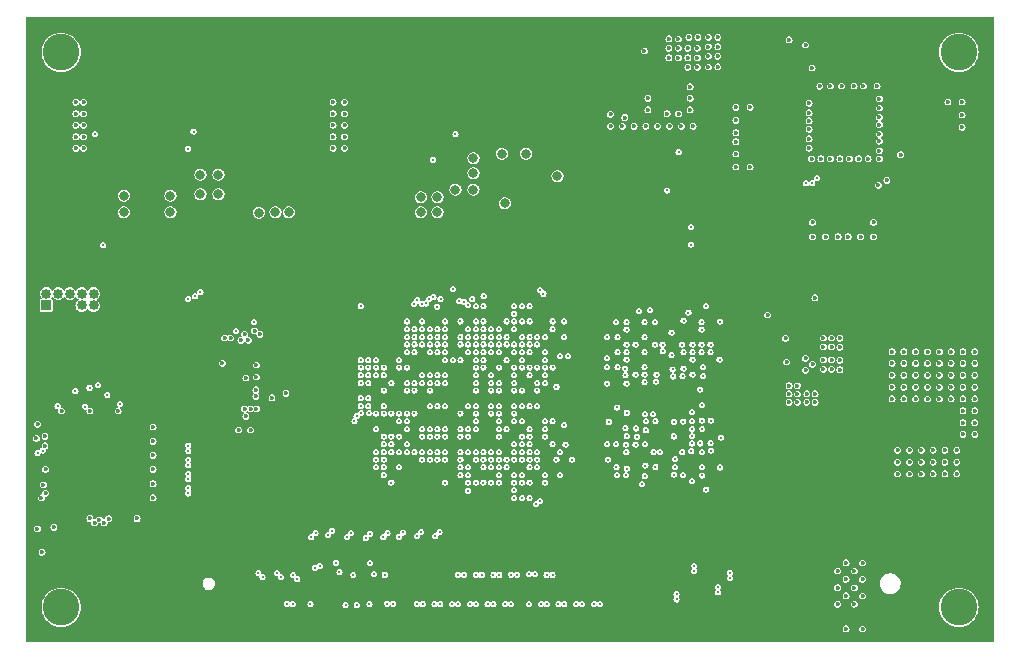
<source format=gbr>
%TF.GenerationSoftware,KiCad,Pcbnew,7.99.0-2419-g7f14b70ac3*%
%TF.CreationDate,2023-09-02T02:09:11+02:00*%
%TF.ProjectId,DQBSC,44514253-432e-46b6-9963-61645f706362,rev?*%
%TF.SameCoordinates,Original*%
%TF.FileFunction,Copper,L2,Inr*%
%TF.FilePolarity,Positive*%
%FSLAX46Y46*%
G04 Gerber Fmt 4.6, Leading zero omitted, Abs format (unit mm)*
G04 Created by KiCad (PCBNEW 7.99.0-2419-g7f14b70ac3) date 2023-09-02 02:09:11*
%MOMM*%
%LPD*%
G01*
G04 APERTURE LIST*
%TA.AperFunction,ComponentPad*%
%ADD10R,0.850000X0.850000*%
%TD*%
%TA.AperFunction,ComponentPad*%
%ADD11O,0.850000X0.850000*%
%TD*%
%TA.AperFunction,ComponentPad*%
%ADD12C,0.500000*%
%TD*%
%TA.AperFunction,ComponentPad*%
%ADD13C,3.100000*%
%TD*%
%TA.AperFunction,ViaPad*%
%ADD14C,0.300000*%
%TD*%
%TA.AperFunction,ViaPad*%
%ADD15C,0.800000*%
%TD*%
%TA.AperFunction,ViaPad*%
%ADD16C,0.360000*%
%TD*%
G04 APERTURE END LIST*
D10*
%TO.N,Net-(J2-Pin_1)*%
%TO.C,J2*%
X60309281Y-102983614D03*
D11*
%TO.N,JTAG_TMS*%
X60309281Y-101983614D03*
%TO.N,GND*%
X61309281Y-102983614D03*
%TO.N,JTAG_TCK*%
X61309281Y-101983614D03*
%TO.N,GND*%
X62309281Y-102983614D03*
%TO.N,JTAG_TDO*%
X62309281Y-101983614D03*
%TO.N,Net-(J2-Pin_7)*%
X63309281Y-102983614D03*
%TO.N,JTAG_TDI*%
X63309281Y-101983614D03*
%TO.N,Net-(J2-Pin_9)*%
X64309281Y-102983614D03*
%TO.N,Net-(D2-K)*%
X64309281Y-101983614D03*
%TD*%
D12*
%TO.N,GND*%
%TO.C,U9*%
X67245000Y-86845000D03*
X67245000Y-87845000D03*
X67245000Y-88845000D03*
X68545000Y-86845000D03*
X68545000Y-87845000D03*
X68545000Y-88845000D03*
%TD*%
D13*
%TO.N,Net-(C4-Pad1)*%
%TO.C,H3*%
X61565481Y-81545014D03*
%TD*%
%TO.N,Net-(C3-Pad1)*%
%TO.C,H1*%
X137565481Y-81545014D03*
%TD*%
%TO.N,Net-(C5-Pad1)*%
%TO.C,H2*%
X61565481Y-128545014D03*
%TD*%
D12*
%TO.N,GND*%
%TO.C,U8*%
X125893462Y-85120028D03*
X125893462Y-86295028D03*
X125893462Y-87470028D03*
X125893462Y-88645028D03*
X125893462Y-89820028D03*
X126893462Y-85120028D03*
X126893462Y-86295028D03*
X126893462Y-87470028D03*
X126893462Y-88645028D03*
X126893462Y-89820028D03*
X127893462Y-85120028D03*
X127893462Y-86295028D03*
X127893462Y-87470028D03*
X127893462Y-88645028D03*
X127893462Y-89820028D03*
X128893462Y-85120028D03*
X128893462Y-86295028D03*
X128893462Y-87470028D03*
X128893462Y-88645028D03*
X128893462Y-89820028D03*
X129893462Y-85120028D03*
X129893462Y-86295028D03*
X129893462Y-87470028D03*
X129893462Y-88645028D03*
X129893462Y-89820028D03*
%TD*%
D13*
%TO.N,Net-(C6-Pad1)*%
%TO.C,H4*%
X137565481Y-128545014D03*
%TD*%
D12*
%TO.N,GND*%
%TO.C,U10*%
X89154000Y-86845000D03*
X89154000Y-87845000D03*
X89154000Y-88845000D03*
X90454000Y-86845000D03*
X90454000Y-87845000D03*
X90454000Y-88845000D03*
%TD*%
D14*
%TO.N,*%
X102520000Y-108230400D03*
%TO.N,GND*%
X140318681Y-120409414D03*
X58693462Y-96720028D03*
X88665481Y-128255014D03*
D15*
X66711000Y-83434000D03*
D14*
X62585000Y-91330400D03*
X114895000Y-110101400D03*
D16*
X128793462Y-98770028D03*
X116543462Y-92057528D03*
D14*
X96020000Y-108880400D03*
X104693462Y-78720028D03*
D16*
X129893462Y-110220028D03*
D14*
X72685081Y-131376614D03*
D16*
X122943462Y-106770028D03*
D14*
X58683081Y-92902214D03*
X140343462Y-108370028D03*
D16*
X126443462Y-80370028D03*
D14*
X58693462Y-101720028D03*
X92770000Y-112780400D03*
X71693462Y-78720028D03*
X62120000Y-84630400D03*
X111776400Y-106730000D03*
D15*
X88047000Y-81461000D03*
D14*
X140343462Y-104370028D03*
D16*
X130193462Y-99420028D03*
D14*
X117435000Y-105148400D03*
D15*
X95665481Y-130745014D03*
D16*
X134818462Y-90225028D03*
D14*
X140318681Y-114409414D03*
X89520000Y-111480400D03*
X103495000Y-105955400D03*
X91470000Y-107580400D03*
X101220000Y-104980400D03*
D15*
X125165481Y-124900514D03*
X137365481Y-120520028D03*
D14*
X100570000Y-108880400D03*
D16*
X135870000Y-90470400D03*
D15*
X108165481Y-125233014D03*
D14*
X96020000Y-116030400D03*
X140318681Y-117409414D03*
X99270000Y-110180400D03*
X140318681Y-122409414D03*
X92120000Y-108230400D03*
X140343462Y-101415014D03*
X140320000Y-85230400D03*
X129693462Y-131370028D03*
X140320000Y-89430400D03*
D15*
X115165481Y-122345014D03*
D14*
X58693462Y-97720028D03*
X88693462Y-131370028D03*
X99270000Y-111480400D03*
X106165481Y-128255014D03*
X96020000Y-107580400D03*
D15*
X121093462Y-119470028D03*
D16*
X129243462Y-99420028D03*
D14*
X90693462Y-78720028D03*
X97320000Y-113430400D03*
X58683081Y-93902214D03*
X91693462Y-78720028D03*
D16*
X61730962Y-124220028D03*
D14*
X108923000Y-83253014D03*
X138843462Y-120720028D03*
X97320000Y-109530400D03*
X132138591Y-80221514D03*
X58693462Y-122720028D03*
X58693462Y-98720028D03*
X122693462Y-78720028D03*
X97320000Y-112130400D03*
X58693462Y-117720028D03*
X86693462Y-131370028D03*
D16*
X124855962Y-98820028D03*
D15*
X137365481Y-122395014D03*
D14*
X114133000Y-105529400D03*
X80693462Y-131370028D03*
X110196000Y-109593400D03*
X140320000Y-86230400D03*
D16*
X128343462Y-80370028D03*
D15*
X96165481Y-122345014D03*
D14*
X116693462Y-131370028D03*
D15*
X106665481Y-125233014D03*
D14*
X88220000Y-114080400D03*
X123693462Y-78720028D03*
X95693462Y-78720028D03*
D16*
X79100000Y-106225000D03*
D14*
X87693462Y-131370028D03*
X131693462Y-131370028D03*
X117844700Y-97588400D03*
X58693462Y-120720028D03*
X101220000Y-103680400D03*
D16*
X127593462Y-111570028D03*
D14*
X127693462Y-131370028D03*
X90820000Y-114080400D03*
X115784000Y-107561400D03*
X92770000Y-108230400D03*
X58683081Y-86902214D03*
D15*
X115165481Y-130745014D03*
D16*
X117043462Y-90607528D03*
X124878462Y-106733429D03*
X136825000Y-90470400D03*
D14*
X96020000Y-104330400D03*
D15*
X66818462Y-115670028D03*
D14*
X138843462Y-121720028D03*
X119693462Y-131370028D03*
X58683081Y-90902214D03*
X90170000Y-106930400D03*
D16*
X128893462Y-110220028D03*
D14*
X101870000Y-113430400D03*
D15*
X96290481Y-99095014D03*
D14*
X101870000Y-108880400D03*
X99270000Y-114730400D03*
X108545000Y-109466400D03*
X129621481Y-78747814D03*
D15*
X97665481Y-122345014D03*
D16*
X127393462Y-80370028D03*
D14*
X132693462Y-131370028D03*
X130693462Y-131370028D03*
X93420000Y-104330400D03*
X140343462Y-107370028D03*
X140343462Y-112370028D03*
X85693462Y-78720028D03*
D15*
X92390481Y-98120014D03*
D14*
X102520000Y-116030400D03*
X114937279Y-105665169D03*
D15*
X131365481Y-129395014D03*
D14*
X125621481Y-78747814D03*
X118693462Y-131370028D03*
D16*
X117043462Y-87757528D03*
D14*
X114693462Y-78720028D03*
D15*
X64793462Y-116470028D03*
D14*
X124863462Y-79445014D03*
D16*
X70780962Y-123820028D03*
D14*
X79693462Y-78720028D03*
D16*
X126255962Y-99320028D03*
D14*
X89520000Y-117330400D03*
D15*
X66711000Y-81334000D03*
X123093462Y-126470028D03*
D14*
X108672000Y-107561400D03*
D15*
X88665481Y-125080400D03*
X102165481Y-125106014D03*
D14*
X140343462Y-105370028D03*
X58693462Y-107720028D03*
X87420000Y-118780400D03*
X99920000Y-107580400D03*
X117693462Y-78720028D03*
X103693462Y-131370028D03*
X140343462Y-90370028D03*
X109693462Y-131370028D03*
D15*
X108005000Y-96043000D03*
D14*
X140320000Y-88630400D03*
X96670000Y-117330400D03*
D16*
X77100000Y-113525000D03*
X124878462Y-105896627D03*
D14*
X72693462Y-78720028D03*
D16*
X62930962Y-125720028D03*
D15*
X65365481Y-118245014D03*
D14*
X94070000Y-114730400D03*
X140318681Y-123409414D03*
D16*
X129893462Y-106820028D03*
D14*
X92120000Y-112130400D03*
X91470000Y-104330400D03*
X97320000Y-111480400D03*
X95370000Y-109530400D03*
X140343462Y-92370028D03*
X109327626Y-103711393D03*
D15*
X62815481Y-118195014D03*
D16*
X131818462Y-80965028D03*
X126893462Y-81070028D03*
D14*
X96693462Y-131370028D03*
D15*
X66818462Y-116870028D03*
D14*
X89693462Y-78720028D03*
X96020000Y-110180400D03*
D16*
X124893462Y-106320028D03*
D14*
X97320000Y-114730400D03*
D16*
X131205962Y-94570028D03*
D14*
X68693462Y-78720028D03*
D16*
X128655962Y-82920028D03*
D14*
X58693462Y-95720028D03*
X92693462Y-131370028D03*
X86770000Y-118080400D03*
D15*
X100665481Y-125106014D03*
D16*
X134793462Y-89325028D03*
D14*
X99920000Y-105630400D03*
X86693462Y-78720028D03*
D15*
X105165481Y-125106014D03*
D16*
X124243462Y-106720028D03*
D14*
X90170000Y-108880400D03*
X99270000Y-108880400D03*
X113515481Y-97470014D03*
D15*
X88490481Y-97795014D03*
D14*
X99270000Y-117980400D03*
D15*
X110165481Y-125233014D03*
D14*
X58693462Y-102720028D03*
D15*
X99165210Y-126444400D03*
D16*
X130693462Y-98770028D03*
X82540000Y-95310400D03*
D14*
X130138591Y-80221514D03*
D16*
X69993462Y-120920028D03*
X128793462Y-81070028D03*
X75200000Y-112375000D03*
D15*
X110165481Y-130745014D03*
D16*
X127893462Y-81070028D03*
D14*
X58693462Y-116720028D03*
D16*
X80100000Y-106225000D03*
D14*
X107783000Y-105021400D03*
D16*
X129393462Y-109620028D03*
D14*
X140343462Y-100415014D03*
X97970000Y-114080400D03*
X97970000Y-113430400D03*
X113371000Y-107815400D03*
X92665481Y-128255014D03*
X58693462Y-112720028D03*
D16*
X131143462Y-99420028D03*
D14*
X87570000Y-103030400D03*
X95370000Y-110180400D03*
D15*
X85665481Y-125230400D03*
D14*
X89693462Y-131370028D03*
D16*
X78600000Y-106225000D03*
D15*
X64815481Y-114395014D03*
D16*
X117043462Y-89707528D03*
D14*
X104693462Y-131370028D03*
X95693462Y-131370028D03*
D15*
X119293462Y-114070028D03*
D16*
X138720000Y-90470400D03*
D15*
X125165481Y-130770028D03*
D14*
X116546000Y-109466400D03*
D16*
X129693462Y-98770028D03*
D15*
X133365481Y-129395014D03*
D16*
X124355962Y-99370028D03*
D14*
X124693462Y-131370028D03*
D16*
X65680962Y-125820028D03*
D14*
X140318681Y-121409414D03*
X86165481Y-128255014D03*
X116673000Y-107688400D03*
X88870000Y-112780400D03*
X100570000Y-103680400D03*
X58693462Y-99720028D03*
D15*
X133365481Y-122395014D03*
D14*
X94070000Y-110180400D03*
X76693462Y-131370028D03*
X58683081Y-91902214D03*
X123693462Y-131370028D03*
X104665481Y-128255014D03*
D16*
X125755962Y-98820028D03*
D15*
X93165481Y-125180400D03*
D14*
X113693462Y-131370028D03*
X58683081Y-85902214D03*
X77165481Y-128230400D03*
D15*
X122693462Y-131070028D03*
D14*
X140343462Y-93370028D03*
X58683081Y-87902214D03*
D16*
X129893462Y-107820028D03*
D14*
X58693462Y-100720028D03*
X117693462Y-131370028D03*
D15*
X99865481Y-96495014D03*
D14*
X105693462Y-78720028D03*
X140343462Y-110370028D03*
X138843462Y-119720028D03*
X70685081Y-131376614D03*
X83693462Y-131370028D03*
X99270000Y-117330400D03*
X93693462Y-131370028D03*
X140343462Y-102370028D03*
X100570000Y-113430400D03*
X100693462Y-131370028D03*
X94693462Y-131370028D03*
D15*
X88047000Y-83561000D03*
D14*
X120693462Y-131370028D03*
X58693462Y-119720028D03*
X101220000Y-118630400D03*
D16*
X63330962Y-121620028D03*
X126755962Y-98820028D03*
X60943462Y-123870028D03*
D14*
X138843462Y-123720028D03*
D16*
X129893462Y-108820028D03*
D14*
X58693462Y-109720028D03*
X94070000Y-112780400D03*
D16*
X117043462Y-85857528D03*
D15*
X123093462Y-119470028D03*
D14*
X83693462Y-78720028D03*
X108672000Y-106291400D03*
D16*
X120565481Y-85577528D03*
D14*
X94693462Y-78720028D03*
D15*
X84165481Y-125230400D03*
D14*
X140343462Y-113370028D03*
X87693462Y-78720028D03*
X58693462Y-103720028D03*
D15*
X135365481Y-122395014D03*
D14*
X85620000Y-84370400D03*
D15*
X131365481Y-120520028D03*
D14*
X101665481Y-128255014D03*
X60779281Y-99043614D03*
D16*
X67930962Y-125820028D03*
X116543462Y-91107528D03*
X116493462Y-89207528D03*
D14*
X120693462Y-78720028D03*
X75693462Y-131370028D03*
D16*
X77546846Y-108071846D03*
D14*
X102520000Y-114730400D03*
X140318681Y-116409414D03*
X77693462Y-78720028D03*
X82693462Y-131370028D03*
X98693462Y-131370028D03*
D15*
X88448623Y-99252496D03*
D14*
X92120000Y-114730400D03*
X81693462Y-78720028D03*
X131621481Y-78747814D03*
D16*
X117043462Y-86757528D03*
D14*
X115784000Y-103624400D03*
X75693462Y-78720028D03*
X97693462Y-131370028D03*
X140318681Y-119409414D03*
X108693462Y-131370028D03*
D16*
X128293462Y-99470028D03*
D14*
X108693462Y-78720028D03*
D16*
X69630962Y-122420028D03*
D14*
X93420000Y-110180400D03*
X86920000Y-103680400D03*
X140343462Y-103370028D03*
X94070000Y-108230400D03*
D16*
X132505962Y-89220028D03*
D14*
X110693462Y-131370028D03*
X140343462Y-109370028D03*
X101693462Y-131370028D03*
X88220000Y-111480400D03*
X102693462Y-131370028D03*
D15*
X70509481Y-99833014D03*
D16*
X128893462Y-111570028D03*
X123255962Y-90720028D03*
D14*
X64320000Y-84630400D03*
X97320000Y-110180400D03*
D16*
X137780000Y-90470400D03*
X124893462Y-105470028D03*
D14*
X91470000Y-114080400D03*
X90820000Y-111480400D03*
D15*
X105455000Y-98443000D03*
D14*
X73693462Y-78720028D03*
D16*
X116543462Y-88207528D03*
D14*
X90170000Y-104980400D03*
X97970000Y-104330400D03*
X108626800Y-112216400D03*
X111847000Y-104975900D03*
X90170000Y-106280400D03*
X78693462Y-131370028D03*
D16*
X121193462Y-80497528D03*
X134893462Y-84277528D03*
X134893462Y-83377528D03*
D14*
X78665481Y-128255014D03*
D16*
X129893462Y-111570028D03*
D14*
X99693462Y-78720028D03*
D15*
X112005000Y-98443000D03*
D14*
X66693462Y-78720028D03*
D15*
X135365481Y-120520028D03*
D16*
X130755962Y-94570028D03*
D14*
X140343462Y-111370028D03*
D16*
X120868462Y-108170028D03*
D14*
X58693462Y-114720028D03*
D15*
X119293462Y-119470028D03*
X103665481Y-125106014D03*
D14*
X138843462Y-122720028D03*
D15*
X62615481Y-114545014D03*
D14*
X103693462Y-78720028D03*
X92770000Y-114730400D03*
X67693462Y-78720028D03*
D15*
X76605481Y-99833014D03*
D14*
X70693462Y-78720028D03*
X69693462Y-78720028D03*
X115693462Y-78720028D03*
X83165481Y-128255014D03*
X101220000Y-117330400D03*
X105693462Y-131370028D03*
X112693462Y-78720028D03*
D16*
X124643462Y-92050028D03*
D14*
X99270000Y-112130400D03*
X74693462Y-78720028D03*
X93420000Y-108230400D03*
D15*
X120143462Y-127470028D03*
X133365481Y-124395014D03*
X75590481Y-122345014D03*
D14*
X98693462Y-78720028D03*
X109615481Y-89345014D03*
D16*
X66993462Y-122420028D03*
D15*
X87170000Y-125430400D03*
D14*
X61480000Y-89055400D03*
X92770000Y-107580400D03*
X92120000Y-106930400D03*
X99270000Y-103030400D03*
D15*
X90165481Y-125230400D03*
D14*
X67685081Y-131376614D03*
X96670000Y-114730400D03*
D15*
X75590481Y-130745014D03*
D14*
X61320000Y-86830400D03*
X106693462Y-131370028D03*
D16*
X122318462Y-103770028D03*
D14*
X58693462Y-104720028D03*
D16*
X116543462Y-87257528D03*
D14*
X88870000Y-109530400D03*
X111847000Y-107942400D03*
X122693462Y-131370028D03*
X140343462Y-94370028D03*
X116693462Y-78720028D03*
X100332219Y-99461752D03*
X93420000Y-114730400D03*
X113693462Y-78720028D03*
D15*
X120165481Y-130745014D03*
D14*
X93420000Y-112780400D03*
X114693462Y-131370028D03*
X100570000Y-109530400D03*
X101220000Y-112130400D03*
X99693462Y-131370028D03*
X89520000Y-107580400D03*
D16*
X128393462Y-109620028D03*
X131705962Y-94570028D03*
D14*
X68685081Y-131376614D03*
D15*
X80165481Y-122345014D03*
D14*
X99270000Y-103680400D03*
X97970000Y-114730400D03*
X100693462Y-78720028D03*
D15*
X119293462Y-116070028D03*
D14*
X140343462Y-106370028D03*
X101693462Y-78720028D03*
X96020000Y-112780400D03*
D16*
X70780962Y-125220028D03*
D14*
X117434996Y-108958400D03*
X97970000Y-107580400D03*
X92120000Y-111480400D03*
D15*
X133365481Y-120520028D03*
D16*
X116493462Y-85357528D03*
D14*
X139643462Y-115870028D03*
X97970000Y-117330400D03*
X130621481Y-78747814D03*
D16*
X61730962Y-125220028D03*
D14*
X58693462Y-110720028D03*
D15*
X91670000Y-125130400D03*
D14*
X100570000Y-116680400D03*
X101220000Y-107580400D03*
X95370000Y-117980400D03*
X99920000Y-114080400D03*
X99270000Y-115380400D03*
D16*
X79600000Y-109625000D03*
D14*
X90693462Y-131370028D03*
X102693462Y-78720028D03*
D15*
X131365481Y-124395014D03*
D14*
X131138591Y-80221514D03*
X140320000Y-87830400D03*
D16*
X116543462Y-90157528D03*
D14*
X58693462Y-115720028D03*
D16*
X68843462Y-121620028D03*
D14*
X140343462Y-95370028D03*
D16*
X127593462Y-110220028D03*
D14*
X107693462Y-78720028D03*
D16*
X78100000Y-113525000D03*
D14*
X131313462Y-82495014D03*
D15*
X72541481Y-99833014D03*
D14*
X84665481Y-128255014D03*
X91693462Y-131370028D03*
D16*
X125305962Y-99320028D03*
D14*
X82693462Y-78720028D03*
X58683081Y-88902214D03*
X99920000Y-116680400D03*
D16*
X122880000Y-93030400D03*
D14*
X109693462Y-78720028D03*
X111693462Y-78720028D03*
X117308000Y-106926400D03*
X69685081Y-131376614D03*
D16*
X129293462Y-80370028D03*
D14*
X121693462Y-78720028D03*
X126621481Y-78747814D03*
X128621481Y-78747814D03*
D15*
X121165481Y-126645014D03*
D14*
X88693462Y-78720028D03*
X121693462Y-131370028D03*
X102520000Y-111480400D03*
X100570000Y-118630400D03*
X77693462Y-131370028D03*
X93693462Y-78720028D03*
X117844700Y-96638400D03*
X61320000Y-85630400D03*
X140318681Y-115409414D03*
X91470000Y-108230400D03*
D16*
X129293462Y-107320028D03*
D14*
X91165481Y-128255014D03*
X140320000Y-87030400D03*
X133693462Y-131370028D03*
D16*
X116543462Y-86307528D03*
D14*
X59965481Y-87745014D03*
D16*
X61730962Y-122720028D03*
D14*
X80693462Y-78720028D03*
X124621481Y-78747814D03*
X107693462Y-131370028D03*
D15*
X81665481Y-122345014D03*
D14*
X138843462Y-117720028D03*
X127621481Y-78747814D03*
X111693462Y-131370028D03*
D15*
X131365481Y-122395014D03*
X94665481Y-122345014D03*
D16*
X80700000Y-111425000D03*
D14*
X78693462Y-78720028D03*
X76693462Y-78720028D03*
X107275000Y-107307400D03*
X89520000Y-112780400D03*
X79693462Y-131370028D03*
X71685081Y-131376614D03*
X84693462Y-131370028D03*
D15*
X121893462Y-116070028D03*
D14*
X58693462Y-113720028D03*
X97693462Y-78720028D03*
X115693462Y-131370028D03*
X90170000Y-111480400D03*
D15*
X64165481Y-118245014D03*
D14*
X58693462Y-121720028D03*
D15*
X74573481Y-99833014D03*
D16*
X129293462Y-108320028D03*
D14*
X140318681Y-118409414D03*
X113303000Y-106374200D03*
X132621481Y-78747814D03*
D15*
X66953481Y-97801014D03*
D14*
X110243000Y-105624200D03*
X91470000Y-113430400D03*
X58683081Y-94902214D03*
D16*
X80600000Y-106225000D03*
D14*
X65120000Y-83430400D03*
X112693462Y-131370028D03*
X58683081Y-89902214D03*
X92120000Y-107580400D03*
D15*
X77165481Y-122345014D03*
D14*
X58693462Y-111720028D03*
X106693462Y-78720028D03*
X96693462Y-78720028D03*
X92120000Y-110180400D03*
X115657000Y-109466400D03*
D16*
X129293462Y-106320028D03*
D14*
X97165481Y-128255014D03*
X81665481Y-128230400D03*
X110196000Y-108196400D03*
X110693462Y-78720028D03*
D15*
X66565481Y-114545014D03*
D14*
X58693462Y-124720028D03*
D16*
X127205962Y-99320028D03*
D14*
X90170000Y-110180400D03*
X119693462Y-78720028D03*
X58693462Y-123720028D03*
X94165481Y-128255014D03*
D16*
X117043462Y-91607528D03*
D14*
X58693462Y-108720028D03*
X109290481Y-85120014D03*
X99270000Y-108230400D03*
X99270000Y-112780400D03*
X58693462Y-105720028D03*
D16*
X80650000Y-108375000D03*
D14*
X80165481Y-128230400D03*
X95370000Y-112780400D03*
X84693462Y-78720028D03*
X118693462Y-78720028D03*
X99270000Y-109530400D03*
D16*
X134893462Y-85277528D03*
D15*
X78665481Y-122345014D03*
D14*
X92693462Y-78720028D03*
D15*
X66615481Y-118245014D03*
D14*
X98665481Y-128255014D03*
X138843462Y-118720028D03*
X97320000Y-112780400D03*
X66685081Y-131376614D03*
D15*
X62793462Y-116870028D03*
D14*
X100570000Y-112130400D03*
D16*
X129393462Y-110870028D03*
D14*
X74685081Y-131376614D03*
X81693462Y-131370028D03*
D15*
X120165481Y-122345014D03*
D14*
X73685081Y-131376614D03*
X91470000Y-111480400D03*
D15*
X70509481Y-97801014D03*
D14*
X95370000Y-108230400D03*
X58693462Y-118720028D03*
X101870000Y-112130400D03*
X58693462Y-106720028D03*
X85693462Y-131370028D03*
D16*
X128393462Y-110870028D03*
D14*
X140343462Y-91370028D03*
%TO.N,GBE0_MDI3_N*%
X72330962Y-118895028D03*
%TO.N,GBE0_MDI3_P*%
X72330962Y-118445028D03*
D16*
%TO.N,/IO/LED0*%
X64793462Y-121120028D03*
%TO.N,/IO/LED1*%
X64393462Y-121370028D03*
D14*
%TO.N,GBE0_MDI2_N*%
X72330962Y-117695028D03*
%TO.N,GBE0_MDI2_P*%
X72330962Y-117245028D03*
%TO.N,/MPU/VDDA_0P9*%
X97970000Y-108880400D03*
%TO.N,GBE0_MDI1_N*%
X72330962Y-116495028D03*
%TO.N,GBE0_MDI1_P*%
X72330962Y-116045028D03*
%TO.N,GBE0_MDI0_N*%
X72330962Y-115295028D03*
%TO.N,GBE0_MDI0_P*%
X72330962Y-114845028D03*
D16*
%TO.N,3.3V_SW*%
X115420981Y-82803014D03*
X137393462Y-116245028D03*
X133918462Y-108895028D03*
X128693462Y-84407528D03*
X134918462Y-110895028D03*
X115420981Y-82003014D03*
X136918462Y-109895028D03*
X133918462Y-106895028D03*
X131918462Y-109895028D03*
X127493462Y-90557528D03*
X130843462Y-85470028D03*
X129493462Y-84407528D03*
X115420981Y-81203014D03*
X138918462Y-112895028D03*
X133393462Y-117245028D03*
X137918462Y-113895028D03*
X137918462Y-110895028D03*
X138918462Y-111895028D03*
X130843462Y-90557528D03*
X125383462Y-102345028D03*
X134393462Y-116245028D03*
X124893462Y-89670028D03*
X138918462Y-113895028D03*
X113820981Y-81203014D03*
X132918462Y-110895028D03*
X117156481Y-82775014D03*
X123193462Y-80497528D03*
X135918462Y-106895028D03*
X127638838Y-84403766D03*
X135918462Y-107895028D03*
X133918462Y-109895028D03*
X133393462Y-115245028D03*
X138918462Y-109895028D03*
X132393462Y-115245028D03*
D14*
X112865481Y-93245014D03*
D16*
X136918462Y-107895028D03*
X116356481Y-81075014D03*
X134918462Y-106895028D03*
X131918462Y-107895028D03*
X135393462Y-117245028D03*
X130843462Y-87057528D03*
X117156481Y-80275014D03*
X122893462Y-105770028D03*
X113820981Y-82003014D03*
X131918462Y-108895028D03*
X136918462Y-110895028D03*
X136393462Y-117245028D03*
X116356481Y-81875014D03*
X113020981Y-80403014D03*
X115467481Y-80275014D03*
X113020981Y-82003014D03*
X137918462Y-109895028D03*
X124893462Y-88070028D03*
X136918462Y-108895028D03*
X136393462Y-116245028D03*
X131918462Y-110895028D03*
X130843462Y-87670028D03*
X135393462Y-116245028D03*
X129893462Y-90557528D03*
X125793462Y-84420028D03*
X124893462Y-87357528D03*
X138918462Y-107895028D03*
X114620981Y-81203014D03*
X137918462Y-107895028D03*
X113020981Y-81203014D03*
X134393462Y-115245028D03*
X137918462Y-112895028D03*
X129093462Y-90557528D03*
X117156481Y-81075014D03*
X131918462Y-106895028D03*
X137393462Y-117245028D03*
X137918462Y-108895028D03*
X116356481Y-82775014D03*
X132393462Y-116245028D03*
X116356481Y-80275014D03*
X117156481Y-81875014D03*
X130840643Y-89870028D03*
X124893462Y-85870028D03*
X114620981Y-82803014D03*
X114705481Y-80275014D03*
X134918462Y-108895028D03*
X135393462Y-115245028D03*
X121368462Y-103770028D03*
X126693462Y-84407528D03*
X136393462Y-115245028D03*
X128293462Y-90557528D03*
X126693462Y-90553941D03*
X132918462Y-108895028D03*
X138918462Y-108895028D03*
X135918462Y-110895028D03*
X135918462Y-109895028D03*
D14*
X114907200Y-96338400D03*
D16*
X130840643Y-89070028D03*
X136918462Y-106895028D03*
X137393462Y-115245028D03*
X132393462Y-117245028D03*
X134918462Y-107895028D03*
X133918462Y-107895028D03*
X134393462Y-117245028D03*
X124893462Y-86670028D03*
X130643462Y-84407528D03*
X132918462Y-109895028D03*
X124893462Y-88870028D03*
X133918462Y-110895028D03*
X125893462Y-90557528D03*
X137918462Y-111895028D03*
X132918462Y-106895028D03*
X138918462Y-110895028D03*
X137918462Y-106895028D03*
X135918462Y-108895028D03*
X130843462Y-86270028D03*
X134918462Y-109895028D03*
X113820981Y-80403014D03*
X130840643Y-88470028D03*
X133393462Y-116245028D03*
X114620981Y-82003014D03*
X125093462Y-90557528D03*
X132918462Y-107895028D03*
X138918462Y-106895028D03*
D14*
%TO.N,Net-(U3A-ZQ0)*%
X111440925Y-103375146D03*
%TO.N,I2C1_SCL*%
X89520000Y-114730400D03*
%TO.N,I2C1_SDA*%
X89520000Y-114080400D03*
%TO.N,I2C2_SCL*%
X90820000Y-115380400D03*
%TO.N,I2C2_SDA*%
X90170000Y-115380400D03*
%TO.N,I2C3_SCL*%
X90820000Y-114730400D03*
%TO.N,I2C3_SDA*%
X90170000Y-114080400D03*
%TO.N,Net-(U3A-ODT_CA_A)*%
X108672000Y-108196400D03*
%TO.N,Net-(U3A-ODT_CA_B)*%
X109439600Y-114045200D03*
%TO.N,UART2_TXD*%
X88870000Y-115380400D03*
X85640000Y-128340400D03*
%TO.N,UART2_RXD*%
X85125610Y-125573187D03*
%TO.N,UART1_TXD*%
X83045000Y-125180400D03*
%TO.N,UART1_RXD*%
X82665481Y-128255014D03*
X88220000Y-115380400D03*
D16*
%TO.N,/IO/ENET_2.5V_A*%
X69343462Y-115670028D03*
X69343462Y-119270028D03*
X69343462Y-116870028D03*
D14*
%TO.N,USB2_RX_N*%
X81556777Y-126147177D03*
%TO.N,USB2_RX_P*%
X81203223Y-125793623D03*
%TO.N,USB2_TX_N*%
X80186777Y-125987177D03*
%TO.N,USB2_TX_P*%
X79833223Y-125633623D03*
%TO.N,USB2_DP*%
X78263223Y-125633623D03*
D16*
%TO.N,VDD_1V*%
X61593462Y-111920028D03*
X69343462Y-113270028D03*
D14*
%TO.N,UART3_RXD*%
X84820000Y-124760400D03*
%TO.N,UART3_TXD*%
X83445000Y-125055400D03*
%TO.N,UART4_RXD*%
X88220000Y-116030400D03*
%TO.N,NVCC_DRAM_1V1*%
X111878000Y-112775200D03*
X100570000Y-112780400D03*
X101220000Y-117980400D03*
X109388800Y-117347200D03*
D16*
X128193462Y-97157528D03*
D14*
X114207000Y-117353000D03*
X113445000Y-117302200D03*
D16*
X129243462Y-97157528D03*
D14*
X111974000Y-108831400D03*
X115784000Y-104386400D03*
X100570000Y-104330400D03*
X115657000Y-110101400D03*
X107783000Y-108196400D03*
X101870000Y-110180400D03*
X112487600Y-106831600D03*
X101220000Y-114080400D03*
X101870000Y-116030400D03*
X109434000Y-107561400D03*
X101220000Y-106280400D03*
X114133000Y-106291400D03*
X99920000Y-112130400D03*
X107864800Y-116026400D03*
X111878500Y-116641800D03*
X109439600Y-112064000D03*
X113423146Y-114067054D03*
X112276600Y-115371800D03*
X113548400Y-115979600D03*
X111847000Y-104386400D03*
X101220000Y-108880400D03*
X114260000Y-104259400D03*
X107915600Y-112826000D03*
X101870000Y-106280400D03*
X113323912Y-108404900D03*
X101220000Y-108230400D03*
X100570000Y-117980400D03*
X107783000Y-105656400D03*
X110760400Y-118109200D03*
X99920000Y-110180400D03*
X110303200Y-114096000D03*
X109434000Y-104386400D03*
X101220000Y-104330400D03*
X110504387Y-103467404D03*
X101220000Y-114730400D03*
X109434000Y-109593400D03*
X115680200Y-114660600D03*
D16*
X130343462Y-95957528D03*
X130343462Y-97157528D03*
D14*
X113244000Y-107180400D03*
X101220000Y-116030400D03*
X115799033Y-111402882D03*
X99920000Y-111480400D03*
X112482000Y-106291400D03*
D16*
X132648462Y-90220028D03*
D14*
X107783000Y-109593400D03*
X115843000Y-117374200D03*
X113452800Y-112826000D03*
X115784000Y-106926400D03*
X108654088Y-111622900D03*
%TO.N,DRAM_DQ21*%
X99920000Y-119280400D03*
X111717800Y-115371800D03*
%TO.N,DRAM_DQ19*%
X103495000Y-116030400D03*
X108525200Y-114705600D03*
%TO.N,DRAM_DQ25*%
X117356600Y-116692600D03*
X99920000Y-117330400D03*
%TO.N,DRAM_DQ24*%
X116188200Y-118572200D03*
X100570000Y-117330400D03*
%TO.N,Net-(U1A-MIPI_VDD1)*%
X89520000Y-109530400D03*
%TO.N,DRAM_DQ26*%
X99920000Y-117980400D03*
X116594600Y-115270200D03*
%TO.N,DRAM_DQ28*%
X114969000Y-114660600D03*
X100570000Y-114730400D03*
%TO.N,DRAM_DQ27*%
X99920000Y-116030400D03*
X116543800Y-114660600D03*
%TO.N,DRAM_DQ30*%
X100570000Y-115380400D03*
X114969000Y-117824200D03*
%TO.N,DRAM_DQ15*%
X113244000Y-105275400D03*
X100570000Y-108230400D03*
%TO.N,DRAM_DQ12*%
X100570000Y-107580400D03*
X114260000Y-106926400D03*
%TO.N,DRAM_DQ14*%
X114672000Y-103580400D03*
X100570000Y-106930400D03*
%TO.N,DRAM_DQ11*%
X116546000Y-106926400D03*
X99920000Y-106280400D03*
%TO.N,DRAM_DQ9*%
X117339000Y-104342400D03*
X99920000Y-104980400D03*
%TO.N,DRAM_DQ10*%
X99920000Y-104330400D03*
X116546000Y-106291400D03*
%TO.N,DRAM_DQ4*%
X99920000Y-103680400D03*
X110958000Y-106926400D03*
%TO.N,DRAM_DQ6*%
X100570000Y-103030400D03*
X110958000Y-105656400D03*
%TO.N,DRAM_DQ22*%
X100570000Y-119280400D03*
X111032000Y-116540200D03*
%TO.N,DRAM_DQ23*%
X110963600Y-117429200D03*
X101220000Y-119280400D03*
%TO.N,DRAM_DQS3_P*%
X101220000Y-116680400D03*
X115832600Y-115371800D03*
%TO.N,DRAM_DM3*%
X100570000Y-116030400D03*
X115843000Y-116674200D03*
%TO.N,DRAMREF*%
X100570000Y-110180400D03*
%TO.N,DRAM_DQ13*%
X101220000Y-106930400D03*
X115022000Y-106926400D03*
%TO.N,DRAM_DM1*%
X100570000Y-106280400D03*
X115784000Y-105021400D03*
%TO.N,DRAM_DQS1_P*%
X101220000Y-105630400D03*
X115784000Y-106291400D03*
%TO.N,DRAM_DQ8*%
X100570000Y-105630400D03*
X116170000Y-103030400D03*
%TO.N,DRAM_DQ7*%
X110958000Y-104386400D03*
X101220000Y-103030400D03*
%TO.N,DRAM_DQS2_N*%
X101761000Y-119791400D03*
X110193800Y-114762200D03*
%TO.N,DRAM_DQS2_P*%
X102116600Y-119537400D03*
X109417100Y-115394300D03*
%TO.N,DRAM_DQS3_N*%
X114918200Y-115321000D03*
X101870000Y-116680400D03*
%TO.N,DRAM_nCS0_B*%
X101220000Y-113430400D03*
X111065200Y-112775200D03*
%TO.N,DRAM_CKE0_A*%
X101870000Y-109530400D03*
X110958000Y-109466400D03*
%TO.N,DRAM_DQS1_N*%
X101870000Y-105630400D03*
X115022000Y-106291400D03*
%TO.N,DRAM_DQS0_P*%
X102398564Y-101979764D03*
X109434000Y-106291400D03*
%TO.N,DRAM_DQS0_N*%
X110196000Y-106291400D03*
X102087436Y-101668636D03*
%TO.N,DRAM_DQ16*%
X103820000Y-117330400D03*
X108626800Y-117347200D03*
%TO.N,DRAM_DM2*%
X102520000Y-117330400D03*
X109439600Y-116788400D03*
%TO.N,DRAM_DQ18*%
X104795000Y-116030400D03*
X109388800Y-114756400D03*
%TO.N,PMIC_SCL*%
X90820000Y-113430400D03*
%TO.N,DRAM_nCS1_B*%
X110244600Y-113390600D03*
X102520000Y-114080400D03*
%TO.N,DRAM_CKE0_B*%
X111014400Y-112165600D03*
X102520000Y-112780400D03*
%TO.N,DRAM_CA0_A*%
X102520000Y-108880400D03*
X109307000Y-108323400D03*
%TO.N,DRAM_CA2_A*%
X104470000Y-107255400D03*
X114260000Y-108323400D03*
%TO.N,DRAM_DQ3*%
X102520000Y-105630400D03*
X108672000Y-106926400D03*
%TO.N,DRAM_DM0*%
X109434000Y-105021400D03*
X103170000Y-104980400D03*
%TO.N,DRAM_DQ1*%
X108672000Y-105656400D03*
X103170000Y-104330400D03*
%TO.N,DRAM_DQ17*%
X108576000Y-116686800D03*
X102520000Y-117980400D03*
%TO.N,DRAM_CA1_A*%
X102520000Y-109530400D03*
X109338000Y-108863600D03*
%TO.N,DRAM_CKE1_A*%
X103495000Y-109855400D03*
X111921000Y-109428200D03*
%TO.N,DRAM_CA5_A*%
X102520000Y-107580400D03*
X115911000Y-108958400D03*
%TO.N,DRAM_DQ2*%
X109434000Y-106926400D03*
X104145000Y-105630400D03*
%TO.N,DRAM_DQ0*%
X108545000Y-104386400D03*
X104145000Y-104330400D03*
%TO.N,Net-(U1K-PCIE2_RESREF)*%
X86920000Y-103030400D03*
D16*
%TO.N,Net-(L9-Pad1)*%
X126793462Y-106470028D03*
X127493462Y-108420028D03*
X127493462Y-106520028D03*
X126793462Y-108370028D03*
X126093462Y-105720028D03*
X126793462Y-105720028D03*
X126093462Y-108370028D03*
X126093462Y-106470028D03*
X127493462Y-107620028D03*
X126093462Y-107570028D03*
X127493462Y-105770028D03*
X126793462Y-107570028D03*
D14*
%TO.N,SPI1_MOSI*%
X88059603Y-125728030D03*
%TO.N,SPI2_SSO*%
X86286358Y-125796758D03*
%TO.N,UART4_TXD*%
X89520000Y-115380400D03*
%TO.N,QSPIA_CLE*%
X91470000Y-105630400D03*
%TO.N,SPI1_MISO*%
X88953443Y-125778717D03*
%TO.N,HDMI_TX3_P*%
X95665481Y-125780400D03*
%TO.N,PCIE2_RXN*%
X93165481Y-128255014D03*
%TO.N,SPI2_MISO*%
X87697277Y-124780400D03*
%TO.N,SPI2_SCLK*%
X86579507Y-128360400D03*
X88220000Y-116680400D03*
%TO.N,PCIE2_RXP*%
X93665481Y-128255014D03*
%TO.N,PCIE1_TXN*%
X96165481Y-128255014D03*
X92089500Y-102840400D03*
%TO.N,SPI1_SSO*%
X89670000Y-128230400D03*
X88870000Y-117330400D03*
%TO.N,PCIE1_TXP*%
X96665481Y-128255014D03*
X92477660Y-102808098D03*
%TO.N,HDMI_TX2_P*%
X96665481Y-125780400D03*
%TO.N,PCIE2_REF_CLKN*%
X94665481Y-128274553D03*
%TO.N,PCIE2_REF_CLKP*%
X95165481Y-128274553D03*
%TO.N,QSPIA_SCLK*%
X90820000Y-106930400D03*
%TO.N,Net-(U1B-ZQ_{slash}_ZQ_{slash}_ZQ)*%
X100570000Y-111480400D03*
%TO.N,NAND_DATA0*%
X90820000Y-106280400D03*
X76351481Y-105167014D03*
%TO.N,BT_DEV_WAKE*%
X90820000Y-105630400D03*
%TO.N,QSPIA_nSS0 *%
X72308000Y-102416000D03*
X91470000Y-106930400D03*
%TO.N,NAND_nCE3*%
X91470000Y-106280400D03*
%TO.N,NAND_DATA2*%
X91470000Y-104980400D03*
D16*
X77936782Y-105121575D03*
D14*
%TO.N,PCIE1_RXP*%
X91720000Y-102540400D03*
X97665481Y-128255014D03*
D16*
%TO.N,NAND_DATA1*%
X77100000Y-105421014D03*
D14*
X92120000Y-106280400D03*
%TO.N,SPI1_SCLK*%
X88870000Y-116030400D03*
X89170000Y-128230400D03*
D16*
%TO.N,NAND_DATA3*%
X75400000Y-105725000D03*
D14*
X92120000Y-105630400D03*
D16*
%TO.N,NAND_DATA5*%
X76780500Y-105929014D03*
D14*
X92120000Y-104980400D03*
%TO.N,USB1_SS_SEL*%
X92770000Y-106930400D03*
%TO.N,NAND_nREADY*%
X92770000Y-106280400D03*
%TO.N,NAND_nWP*%
X92770000Y-105630400D03*
%TO.N,SPI2_MOSI*%
X87665481Y-128255014D03*
X88870000Y-116680400D03*
%TO.N,GPIO15*%
X92120000Y-116030400D03*
%TO.N,NAND_nWE*%
X92770000Y-104980400D03*
%TO.N,PCIE1_REF_CLKP*%
X93082124Y-102272363D03*
X99665481Y-128255014D03*
%TO.N,NAND_DATA6*%
X93420000Y-106930400D03*
D16*
X77419500Y-105929014D03*
%TO.N,NAND_DATA4*%
X75900000Y-105725000D03*
D14*
X93420000Y-106280400D03*
%TO.N,SD2_nCD*%
X93420000Y-105630400D03*
%TO.N,GPIO13*%
X92770000Y-116030400D03*
%TO.N,GPIO14*%
X92770000Y-115380400D03*
%TO.N,SD2_CLK*%
X93420000Y-104980400D03*
%TO.N,SD1_CMD*%
X93397657Y-103084057D03*
D16*
X77600000Y-111725000D03*
D14*
%TO.N,SD1_CLK*%
X93683678Y-102432503D03*
%TO.N,NAND_DATA7*%
X94070000Y-106930400D03*
D16*
X78383481Y-105421014D03*
D14*
%TO.N,BT_HOST_WAKE*%
X94070000Y-106280400D03*
%TO.N,SD2_WP*%
X94070000Y-105630400D03*
%TO.N,HDMI_REFCLK_N*%
X98165481Y-125780400D03*
%TO.N,HDMI_REFCLK_P*%
X98665481Y-125780400D03*
%TO.N,GPIO11*%
X93420000Y-116030400D03*
%TO.N,GPIO12*%
X93420000Y-115380400D03*
%TO.N,SD2_CMD*%
X94070000Y-104980400D03*
%TO.N,ENET_MDIO*%
X94720000Y-107580400D03*
D16*
X59893462Y-119270028D03*
%TO.N,ENET_MDC*%
X60065481Y-118145014D03*
D14*
X94726595Y-101603748D03*
%TO.N,SD2_D1*%
X95370000Y-105630400D03*
%TO.N,HDMI_TX0_P*%
X99665481Y-125780400D03*
%TO.N,GPIO9*%
X94070000Y-116030400D03*
%TO.N,GPIO10*%
X94070000Y-115380400D03*
%TO.N,GPIO6*%
X95370000Y-116680400D03*
%TO.N,SD1_D4*%
X95246797Y-102594525D03*
%TO.N,ENET_TX_CTL*%
X95370000Y-107580400D03*
X61263462Y-111495014D03*
%TO.N,ENET_TD3*%
X95370000Y-106280400D03*
D16*
X59464769Y-114245726D03*
D14*
%TO.N,GPIO8*%
X95370000Y-115380400D03*
%TO.N,GPIO3*%
X95370000Y-117330400D03*
%TO.N,SD2_D3*%
X96020000Y-105630400D03*
%TO.N,SD2_D2*%
X96020000Y-104980400D03*
%TO.N,SD1_D5*%
X96020000Y-102961724D03*
%TO.N,SD1_D3*%
X95683466Y-102663995D03*
%TO.N,ENET_TD2*%
X96020000Y-106930400D03*
X59565481Y-115495014D03*
%TO.N,ENET_TD0*%
X96020000Y-106280400D03*
D16*
X59565481Y-113045014D03*
D14*
%TO.N,HDMI_TX1_P*%
X101665481Y-125730400D03*
%TO.N,GPIO4*%
X96020000Y-116680400D03*
%TO.N,ENET_TD1*%
X59989078Y-115270028D03*
X96670000Y-106280400D03*
%TO.N,SD2_nRST*%
X96670000Y-105630400D03*
%TO.N,CLK1_P*%
X96670000Y-104980400D03*
%TO.N,SD1_nRST*%
X96670000Y-103030400D03*
%TO.N,SD1_D6*%
X96377387Y-102436729D03*
%TO.N,JTAG_TCK*%
X97320000Y-116680400D03*
%TO.N,ENET_TXC*%
X96670000Y-106930400D03*
D16*
X60193462Y-114070028D03*
D14*
%TO.N,ENET_RXC*%
X97320000Y-106280400D03*
X62765481Y-110245014D03*
%TO.N,GPIO5*%
X96020000Y-115380400D03*
%TO.N,GPIO2*%
X96020000Y-117330400D03*
%TO.N,ENET_RX_CTL*%
X97320000Y-105630400D03*
X63965481Y-109945014D03*
%TO.N,CLK2_P*%
X97320000Y-104980400D03*
%TO.N,CLK1_N*%
X96670000Y-104330400D03*
%TO.N,SD1_STROBE*%
X97320000Y-103008014D03*
%TO.N,SD1_D7*%
X97330033Y-102184367D03*
%TO.N,JTAG_TDO*%
X97970000Y-116680400D03*
%TO.N,JTAG_nTRS*%
X97320000Y-115380400D03*
X65119800Y-97894800D03*
%TO.N,JTAG_MOD*%
X97970000Y-115380400D03*
%TO.N,ENET_RD0*%
X97320000Y-106930400D03*
X63593462Y-111545014D03*
%TO.N,ENET_RD2*%
X97970000Y-106280400D03*
X65474060Y-110553593D03*
%TO.N,ENET_RD1*%
X64665481Y-109695014D03*
X97970000Y-105630400D03*
%TO.N,CLK2_N*%
X97970000Y-104980400D03*
%TO.N,JTAG_TMS*%
X97970000Y-116030400D03*
%TO.N,BOOT_MODE1*%
X98620000Y-116030400D03*
%TO.N,QSPIA_IO1*%
X72892200Y-102212800D03*
%TO.N,Net-(U1H-TEST_MODE)*%
X98620000Y-115380400D03*
%TO.N,ENET_RD3*%
X66565481Y-111345014D03*
X97970000Y-106930400D03*
%TO.N,PMIC_ON_REQ*%
X98620000Y-106930400D03*
%TO.N,PMIC_STBY_REQ*%
X98620000Y-105630400D03*
%TO.N,JTAG_TDI*%
X99270000Y-116680400D03*
%TO.N,BOOT_MODE0*%
X99270000Y-116030400D03*
%TO.N,QSPIA_IO2*%
X73349400Y-101857200D03*
%TO.N,POR_B*%
X98620000Y-106280400D03*
%TO.N,ONOFF*%
X99270000Y-105630400D03*
%TO.N,/MPU/RTC_nRST*%
X99270000Y-106280400D03*
X113840481Y-89995014D03*
%TO.N,DRAM_DQ20*%
X99920000Y-118630400D03*
X110988354Y-114729646D03*
%TO.N,DRAM_DQ5*%
X111847000Y-106291400D03*
X99920000Y-103030400D03*
%TO.N,DRAM_nRST*%
X101220000Y-111480400D03*
X116551600Y-112724400D03*
%TO.N,/POWER/PMIC_ON*%
X64445000Y-88480000D03*
D16*
%TO.N,VIN*%
X125193462Y-107970028D03*
X128015481Y-127570028D03*
X129415481Y-130370028D03*
X129415481Y-124770028D03*
X123893462Y-111170028D03*
X125393462Y-110470028D03*
X128715481Y-125470028D03*
X127315481Y-128270028D03*
X123893462Y-110470028D03*
X128015481Y-124770028D03*
X125393462Y-111170028D03*
X123193462Y-109770028D03*
X129415481Y-126170028D03*
X128715481Y-126870028D03*
X129415481Y-127570028D03*
X127315481Y-126870028D03*
X128015481Y-126170028D03*
X123193462Y-111170028D03*
X124593462Y-108470028D03*
X123893462Y-109770028D03*
X124693462Y-111170028D03*
X128715481Y-128270028D03*
X124693462Y-110470028D03*
X124593462Y-107470028D03*
X123193462Y-110470028D03*
X122993462Y-107770028D03*
X128015481Y-130370028D03*
X127315481Y-125470028D03*
D14*
%TO.N,VDDA_1V8*%
X97320000Y-104330400D03*
X97320000Y-108230400D03*
X98620000Y-108230400D03*
X99270000Y-104330400D03*
X92770000Y-110180400D03*
X96670000Y-108230400D03*
X99920000Y-112780400D03*
X95370000Y-112130400D03*
D16*
X131465481Y-92395014D03*
D14*
%TO.N,DRAM_CA2_B*%
X114976800Y-112775200D03*
X101870000Y-115380400D03*
%TO.N,DRAM_nCS1_A*%
X110196000Y-108831400D03*
X101870000Y-108230400D03*
%TO.N,DRAM_CA5_B*%
X104268900Y-114762200D03*
X115789600Y-112724400D03*
%TO.N,DRAM_CA4_A*%
X115911000Y-108196400D03*
X102520000Y-106930400D03*
%TO.N,DRAM_CA4_B*%
X115840400Y-113435600D03*
X103820000Y-115380400D03*
%TO.N,DRAM_CA3_B*%
X114976800Y-113435600D03*
X103170000Y-114730400D03*
%TO.N,DRAM_CA0_B*%
X109338000Y-113384800D03*
X104145000Y-113105400D03*
%TO.N,DRAM_CA1_B*%
X102520000Y-113430400D03*
%TO.N,DRAM_CKE1_B*%
X103170000Y-112780400D03*
X111667000Y-112171400D03*
%TO.N,DRAM_nCS0_A*%
X110958000Y-108831400D03*
X103170000Y-108230400D03*
%TO.N,DRAM_CA3_A*%
X103820000Y-107255400D03*
X115022000Y-108831400D03*
%TO.N,VDD_PHY_0V9*%
X97970000Y-117980400D03*
X90820000Y-104980400D03*
X89520000Y-112130400D03*
X124613462Y-92645014D03*
X88870000Y-111480400D03*
X125563462Y-92195014D03*
X88870000Y-112130400D03*
X90820000Y-104330400D03*
X90170000Y-107580400D03*
X90170000Y-108230400D03*
X125163462Y-92645014D03*
X97320000Y-117980400D03*
X90820000Y-108230400D03*
X88220000Y-112130400D03*
%TO.N,VDD_PHY_1V8*%
X95989500Y-118660960D03*
X88220000Y-107580400D03*
D16*
X130755962Y-92810028D03*
D14*
X88870000Y-108230400D03*
%TO.N,NVCC_3V3*%
X90170000Y-116680400D03*
X94070000Y-107580400D03*
X91470000Y-115380400D03*
X96670000Y-116030400D03*
X92120000Y-115380400D03*
X89520000Y-117980400D03*
X88870000Y-114730400D03*
X98620000Y-116680400D03*
X94070000Y-117980400D03*
%TO.N,VDD_PHY_3V3*%
X90820000Y-112130400D03*
X90820000Y-112780400D03*
X92120000Y-104330400D03*
X91470000Y-112130400D03*
X90170000Y-112130400D03*
X90170000Y-112780400D03*
%TO.N,VDD_ARM_0V9*%
X92770000Y-108880400D03*
X92120000Y-108880400D03*
D15*
X73356000Y-93560000D03*
X73356000Y-91909000D03*
D14*
X94070000Y-108880400D03*
D15*
X74880000Y-91909000D03*
D14*
X90820000Y-110180400D03*
D15*
X70816000Y-95084000D03*
D14*
X93420000Y-108880400D03*
D15*
X66879000Y-93687000D03*
X66879000Y-95084000D03*
X74880000Y-93560000D03*
D14*
X90820000Y-109530400D03*
D15*
X70816000Y-93687000D03*
D14*
X92770000Y-109530400D03*
X91470000Y-109530400D03*
X92120000Y-109530400D03*
X93420000Y-109530400D03*
D15*
X80849000Y-95084000D03*
D14*
X91470000Y-110180400D03*
D15*
X78309000Y-95133000D03*
X79706000Y-95084000D03*
D14*
X94070000Y-109530400D03*
D16*
%TO.N,VDD_GPU_0V9*%
X118693462Y-86207528D03*
X118693462Y-87307528D03*
X119893462Y-86207528D03*
D14*
X93420000Y-113430400D03*
X92770000Y-114080400D03*
X94070000Y-113430400D03*
X94070000Y-114080400D03*
X92120000Y-113430400D03*
D16*
X118693462Y-88357528D03*
D14*
X93420000Y-114080400D03*
X92770000Y-113430400D03*
X92120000Y-114080400D03*
D15*
%TO.N,VDD_SOC_0V9*%
X96470000Y-90512000D03*
D14*
X96020000Y-111480400D03*
D15*
X93422000Y-95084000D03*
X96470000Y-93179000D03*
X92025000Y-93814000D03*
X94946000Y-93179000D03*
D14*
X96670000Y-108880400D03*
D15*
X93422000Y-93814000D03*
X92025000Y-95084000D03*
D14*
X96670000Y-109530400D03*
X94070000Y-111480400D03*
X93420000Y-111480400D03*
D15*
X103582000Y-92036000D03*
X98883000Y-90131000D03*
D14*
X96670000Y-112130400D03*
D15*
X100915000Y-90131000D03*
D14*
X92770000Y-111480400D03*
D15*
X99137000Y-94322000D03*
D14*
X96670000Y-112780400D03*
X96670000Y-111480400D03*
X96670000Y-110180400D03*
X96670000Y-113430400D03*
D15*
X96470000Y-91782000D03*
D14*
%TO.N,NVCC_SD1_1V8*%
X94070000Y-104330400D03*
D16*
%TO.N,VDD_VPU_0V9*%
X118693462Y-90157528D03*
D14*
X96020000Y-114080400D03*
X95370000Y-113430400D03*
X96020000Y-113430400D03*
D16*
X118693462Y-91257528D03*
X118693462Y-89107528D03*
D14*
X95370000Y-114080400D03*
D16*
X119893462Y-91257528D03*
D14*
%TO.N,NVCC_SD2*%
X95370000Y-104330400D03*
%TO.N,VDD_SNVS_0V9*%
X96670000Y-107580400D03*
D16*
%TO.N,NVCC_ENET_2V5*%
X60243462Y-116870028D03*
X63993462Y-111920028D03*
X66393462Y-111920028D03*
X63993462Y-121020028D03*
D14*
X97320000Y-107580400D03*
D16*
X60193462Y-114870028D03*
D14*
%TO.N,VDD_DRAM_0V9*%
X99920000Y-106930400D03*
X99920000Y-108230400D03*
X98620000Y-112130400D03*
X97970000Y-110180400D03*
X98620000Y-111480400D03*
D16*
X137843462Y-86857528D03*
D14*
X98620000Y-109530400D03*
X99920000Y-114730400D03*
X97970000Y-109530400D03*
X98620000Y-114080400D03*
X99920000Y-109530400D03*
X97970000Y-111480400D03*
D16*
X136643462Y-85757528D03*
X137843462Y-85757528D03*
D14*
X99920000Y-115380400D03*
X99270000Y-113430400D03*
X99920000Y-108880400D03*
D16*
X137843462Y-87907528D03*
D14*
X98620000Y-112780400D03*
X97970000Y-112130400D03*
X98620000Y-110180400D03*
X98620000Y-113430400D03*
%TO.N,NVCC_SNVS_3V3*%
X99270000Y-107580400D03*
%TO.N,USB1_TX_N*%
X92046777Y-122153623D03*
X87570000Y-111480400D03*
%TO.N,USB1_TX_P*%
X91693223Y-122507177D03*
X86920000Y-111480400D03*
%TO.N,USB1_RX_N*%
X93596777Y-122153623D03*
X87616097Y-112084303D03*
%TO.N,USB1_RX_P*%
X93243223Y-122507177D03*
X86966097Y-112084303D03*
%TO.N,USB1_DP*%
X86920000Y-110830400D03*
X90143223Y-122557177D03*
%TO.N,Net-(U1M-USB1_RESREF)*%
X86578131Y-112323939D03*
%TO.N,USB1_DN*%
X90496777Y-122203623D03*
X87570000Y-110830400D03*
%TO.N,Net-(U1M-USB2_RESREF)*%
X86396521Y-112744944D03*
%TO.N,USB1_VBUS*%
X88870000Y-110180400D03*
%TO.N,HDMI_SDA*%
X96020000Y-117980400D03*
%TO.N,HDMI_SCL*%
X96670000Y-117980400D03*
D16*
%TO.N,VDD_1V8*%
X77100000Y-111725000D03*
D14*
X110958000Y-108196400D03*
D16*
X78100000Y-108025000D03*
D14*
X107783000Y-107434400D03*
X115022000Y-107561400D03*
X77875481Y-104405014D03*
D16*
X110943000Y-81428000D03*
X77200000Y-112375000D03*
X127343462Y-97157528D03*
X126293462Y-97157528D03*
D14*
X111050980Y-113556192D03*
X107763200Y-114705600D03*
X117435000Y-114165400D03*
D16*
X77600000Y-113525000D03*
X76600000Y-113525000D03*
D14*
X117308000Y-107561400D03*
D16*
X125193462Y-95957528D03*
X125193462Y-97157528D03*
D14*
X114960757Y-114024897D03*
%TO.N,DRAM_DQ29*%
X101220000Y-115380400D03*
X114156200Y-115371800D03*
D16*
%TO.N,Net-(U4-VDDI)*%
X75211268Y-107875000D03*
%TO.N,Net-(U4-RCLK)*%
X78050000Y-110125000D03*
%TO.N,Net-(U4-NRST)*%
X78050000Y-110675000D03*
%TO.N,Net-(U4-CLK)*%
X78100000Y-111725000D03*
%TO.N,/IO/VDD1A*%
X67993462Y-121020028D03*
X69343462Y-114470028D03*
X69343462Y-118070028D03*
D14*
%TO.N,GPIO0*%
X97320000Y-116030400D03*
%TO.N,GPIO1*%
X96670000Y-115380400D03*
%TO.N,Net-(U9-COMP)*%
X72770000Y-88255400D03*
%TO.N,Net-(U10-VSNS)*%
X93041000Y-90639000D03*
%TO.N,Net-(U10-COMP)*%
X94946000Y-88480000D03*
%TO.N,Net-(U9-VSNS)*%
X72295000Y-89705400D03*
D16*
%TO.N,3.3V_SW_DELAYED*%
X113070981Y-87803014D03*
X111070981Y-87803014D03*
X125143462Y-82882528D03*
X85565481Y-88695014D03*
X77200000Y-109125000D03*
X59943462Y-123870028D03*
X62815481Y-89670014D03*
X85565481Y-89670014D03*
X115070981Y-87803014D03*
X62815481Y-88695014D03*
X84590481Y-88695014D03*
X110070981Y-87803014D03*
X124603462Y-80935028D03*
X59543462Y-121870028D03*
X62815481Y-86745014D03*
X84590481Y-87720014D03*
X84590481Y-89670014D03*
X108073661Y-87810622D03*
X63465481Y-86745014D03*
X62815481Y-85770014D03*
X62815481Y-87720014D03*
X79414310Y-110810690D03*
X85565481Y-87720014D03*
X111240481Y-86420014D03*
X114815481Y-86420014D03*
X111240481Y-85445014D03*
X113840481Y-86745014D03*
X85565481Y-85770014D03*
X63465481Y-85770014D03*
X80600000Y-110425000D03*
X114815481Y-85445014D03*
X109070981Y-87803014D03*
X109290481Y-87070014D03*
X114815481Y-84470014D03*
X78100000Y-109025000D03*
X108073661Y-86810622D03*
X112070981Y-87803014D03*
X84590481Y-86745014D03*
X85565481Y-86745014D03*
X112865481Y-86745014D03*
X63465481Y-88695014D03*
X114070981Y-87803014D03*
X63465481Y-87720014D03*
X84590481Y-85770014D03*
X63465481Y-89670014D03*
%TO.N,Net-(U5-REFCLK_SEL_0)*%
X65593462Y-121033228D03*
%TO.N,Net-(U5-REFCLK_SEL_1)*%
X65193462Y-121370028D03*
D14*
%TO.N,ENET_INT*%
X95370000Y-116030400D03*
D16*
%TO.N,ENET_NRST*%
X60943462Y-121770028D03*
D14*
%TO.N,DSI_D3_N*%
X87343223Y-122657177D03*
X86920000Y-109530400D03*
%TO.N,DSI_D1_N*%
X85743223Y-122607177D03*
X86920000Y-108880400D03*
%TO.N,DSI_D0_N*%
X84143223Y-122407177D03*
X86920000Y-108230400D03*
%TO.N,DSI_D2_N*%
X86920000Y-107580400D03*
X82743223Y-122607177D03*
%TO.N,DSI_D3_P*%
X87570000Y-109530400D03*
X87696777Y-122303623D03*
%TO.N,DSI_D1_P*%
X87570000Y-108880400D03*
X86096777Y-122253623D03*
%TO.N,DSI_D0_P*%
X87570000Y-108230400D03*
X84496777Y-122053623D03*
%TO.N,DSI_D2_P*%
X83096777Y-122253623D03*
X87570000Y-107580400D03*
%TO.N,DSI_CLK_N*%
X88843223Y-122607177D03*
X88220000Y-108880400D03*
%TO.N,DSI_CLK_P*%
X89196777Y-122253623D03*
X88870000Y-108880400D03*
%TO.N,USB2_DN*%
X78616777Y-125987177D03*
%TO.N,USB2_ID1*%
X80665481Y-128230400D03*
X88220000Y-113430400D03*
D16*
%TO.N,/IO/VDDMDIO*%
X60243462Y-118870028D03*
D14*
%TO.N,Net-(U1B-MTEST1_{slash}_MTEST1(ALERT_n)_{slash}_MTEST1)*%
X101870000Y-111480400D03*
%TO.N,DRAM_DQ31*%
X100570000Y-114080400D03*
X113511843Y-116680679D03*
%TO.N,/MPU/RTC_CLK*%
X114870000Y-97830400D03*
X98620000Y-104980400D03*
%TO.N,DRAM_CKB_P*%
X114239258Y-112810868D03*
%TO.N,DRAM_CKA_P*%
X113392835Y-108990434D03*
%TO.N,DRAM_CKB_N*%
X114992124Y-112012614D03*
%TO.N,DRAM_CKA_N*%
X114171165Y-108982028D03*
%TO.N,HDMI_AUX_P*%
X102665481Y-125780400D03*
%TO.N,HDMI_HDP*%
X98620000Y-117980400D03*
%TO.N,HDMI_CEC*%
X98620000Y-117330400D03*
%TO.N,HDMI_TX3_N*%
X95165481Y-125780400D03*
%TO.N,HDMI_TX2_N*%
X97165481Y-125780400D03*
%TO.N,HDMI_TX0_N*%
X100165481Y-125780400D03*
%TO.N,HDMI_TX1_N*%
X101165481Y-125730400D03*
%TO.N,HDMI_AUX_N*%
X103165481Y-125780400D03*
%TO.N,unconnected-(J1-eDP_TX3-{slash}LVDS_A_CK--PadA82)*%
X115165481Y-125020014D03*
%TO.N,unconnected-(J1-eDP_AUX+{slash}LVDS_I2C_CK-PadA83)*%
X115165481Y-125470014D03*
%TO.N,unconnected-(J1-GPI3-PadA85)*%
X113665481Y-127420014D03*
%TO.N,unconnected-(J1-RSVD-PadA86)*%
X113665481Y-127870014D03*
%TO.N,unconnected-(J1-PCIE_CLK_REF+-PadA88)*%
X118165481Y-125620014D03*
%TO.N,unconnected-(J1-PCIE_CLK_REF--PadA89)*%
X118165481Y-126070014D03*
%TO.N,unconnected-(J1-SPI_POWER-PadA91)*%
X117165481Y-126820014D03*
%TO.N,unconnected-(J1-SPI_MISO_(\u002A\u002A)-PadA92)*%
X117165481Y-127270014D03*
%TO.N,USB2_VBUS*%
X88870000Y-114080400D03*
X81165481Y-128255014D03*
%TO.N,Net-(U1L-MIPI_DSI_REXT)*%
X88220000Y-108230400D03*
%TO.N,unconnected-(J1-RSVD-PadB52)*%
X101165481Y-128255014D03*
%TO.N,unconnected-(J1-GPO1-PadB54)*%
X102165481Y-128255014D03*
%TO.N,unconnected-(J1-RSVD-PadB55)*%
X102665481Y-128255014D03*
%TO.N,unconnected-(J1-GPO2-PadB57)*%
X103665481Y-128255014D03*
%TO.N,unconnected-(J1-PCIE_RX3+-PadB58)*%
X104165481Y-128255014D03*
%TO.N,unconnected-(J1-GND(FIXED)-PadB60)*%
X105165481Y-128255014D03*
%TO.N,unconnected-(J1-PCIE_RX2+-PadB61)*%
X105665481Y-128255014D03*
%TO.N,unconnected-(J1-GPO3-PadB63)*%
X106665481Y-128255014D03*
%TO.N,unconnected-(J1-PCIE_RX1+-PadB64)*%
X107165481Y-128255014D03*
%TO.N,PCIE2_TXN*%
X91665481Y-128245332D03*
%TO.N,PCIE2_TXP*%
X92165481Y-128245332D03*
%TO.N,PCIE1_RXN*%
X91460000Y-102870900D03*
X98165481Y-128255014D03*
%TO.N,PCIE1_REF_CLKN*%
X99165481Y-128255014D03*
X92720000Y-102430400D03*
%TD*%
%TA.AperFunction,Conductor*%
%TO.N,GND*%
G36*
X59065481Y-124945014D02*
G01*
X58590981Y-124945014D01*
X58590981Y-85645014D01*
X59065481Y-85645014D01*
X59065481Y-124945014D01*
G37*
%TD.AperFunction*%
%TD*%
%TA.AperFunction,Conductor*%
%TO.N,GND*%
G36*
X133059881Y-79045014D02*
G01*
X65965481Y-79045014D01*
X65965481Y-78570514D01*
X133059881Y-78570514D01*
X133059881Y-79045014D01*
G37*
%TD.AperFunction*%
%TD*%
%TA.AperFunction,Conductor*%
%TO.N,GND*%
G36*
X140539981Y-123941014D02*
G01*
X140065481Y-123941014D01*
X140065481Y-84590214D01*
X140539981Y-84590214D01*
X140539981Y-123941014D01*
G37*
%TD.AperFunction*%
%TD*%
%TA.AperFunction,Conductor*%
%TO.N,GND*%
G36*
X132961481Y-131519514D02*
G01*
X66165481Y-131519514D01*
X66165481Y-131045014D01*
X132961481Y-131045014D01*
X132961481Y-131519514D01*
G37*
%TD.AperFunction*%
%TD*%
%TA.AperFunction,Conductor*%
%TO.N,GND*%
G36*
X65965481Y-79045014D02*
G01*
X133059881Y-79045014D01*
X133059881Y-78570514D01*
X140485981Y-78570514D01*
X140524165Y-78586330D01*
X140539981Y-78624514D01*
X140539981Y-84590214D01*
X140065481Y-84590214D01*
X140065481Y-123941014D01*
X140539981Y-123941014D01*
X140539981Y-131465514D01*
X140524165Y-131503698D01*
X140485981Y-131519514D01*
X132961481Y-131519514D01*
X132961481Y-131045014D01*
X66165481Y-131045014D01*
X66165481Y-131519514D01*
X58644981Y-131519514D01*
X58606797Y-131503698D01*
X58590981Y-131465514D01*
X58590981Y-130370028D01*
X127720500Y-130370028D01*
X127738290Y-130470919D01*
X127789512Y-130559639D01*
X127789515Y-130559642D01*
X127867988Y-130625488D01*
X127867991Y-130625490D01*
X127964252Y-130660526D01*
X127964253Y-130660526D01*
X127964258Y-130660528D01*
X127964262Y-130660528D01*
X128066700Y-130660528D01*
X128066704Y-130660528D01*
X128105055Y-130646569D01*
X128162970Y-130625490D01*
X128162973Y-130625488D01*
X128241446Y-130559642D01*
X128241449Y-130559639D01*
X128292671Y-130470919D01*
X128292671Y-130470918D01*
X128292672Y-130470917D01*
X128310462Y-130370028D01*
X129120500Y-130370028D01*
X129138290Y-130470919D01*
X129189512Y-130559639D01*
X129189515Y-130559642D01*
X129267988Y-130625488D01*
X129267991Y-130625490D01*
X129364252Y-130660526D01*
X129364253Y-130660526D01*
X129364258Y-130660528D01*
X129364262Y-130660528D01*
X129466700Y-130660528D01*
X129466704Y-130660528D01*
X129505055Y-130646569D01*
X129562970Y-130625490D01*
X129562973Y-130625488D01*
X129641446Y-130559642D01*
X129641449Y-130559639D01*
X129692671Y-130470919D01*
X129692671Y-130470918D01*
X129692672Y-130470917D01*
X129710462Y-130370028D01*
X129692672Y-130269139D01*
X129692671Y-130269137D01*
X129692671Y-130269136D01*
X129641449Y-130180416D01*
X129641446Y-130180413D01*
X129562973Y-130114567D01*
X129562970Y-130114565D01*
X129466709Y-130079529D01*
X129466705Y-130079528D01*
X129466704Y-130079528D01*
X129364258Y-130079528D01*
X129364255Y-130079528D01*
X129364254Y-130079529D01*
X129267992Y-130114566D01*
X129267991Y-130114567D01*
X129189512Y-130180416D01*
X129138290Y-130269136D01*
X129120500Y-130370028D01*
X128310462Y-130370028D01*
X128292672Y-130269139D01*
X128292671Y-130269137D01*
X128292671Y-130269136D01*
X128241449Y-130180416D01*
X128241446Y-130180413D01*
X128162973Y-130114567D01*
X128162970Y-130114565D01*
X128066709Y-130079529D01*
X128066705Y-130079528D01*
X128066704Y-130079528D01*
X127964258Y-130079528D01*
X127964255Y-130079528D01*
X127964254Y-130079529D01*
X127867992Y-130114566D01*
X127867991Y-130114567D01*
X127789512Y-130180416D01*
X127738290Y-130269136D01*
X127720500Y-130370028D01*
X58590981Y-130370028D01*
X58590981Y-128545014D01*
X59899846Y-128545014D01*
X59920353Y-128805577D01*
X59981368Y-129059724D01*
X60081389Y-129301196D01*
X60217954Y-129524050D01*
X60217956Y-129524053D01*
X60387695Y-129722792D01*
X60387702Y-129722799D01*
X60586441Y-129892538D01*
X60586445Y-129892541D01*
X60809299Y-130029106D01*
X61050771Y-130129127D01*
X61304918Y-130190142D01*
X61565481Y-130210649D01*
X61826044Y-130190142D01*
X62080191Y-130129127D01*
X62321663Y-130029106D01*
X62544517Y-129892541D01*
X62743263Y-129722796D01*
X62913008Y-129524050D01*
X63049573Y-129301196D01*
X63149594Y-129059724D01*
X63210609Y-128805577D01*
X63231116Y-128545014D01*
X63210609Y-128284451D01*
X63197633Y-128230402D01*
X80399878Y-128230402D01*
X80420094Y-128332037D01*
X80420095Y-128332040D01*
X80420096Y-128332042D01*
X80449597Y-128376194D01*
X80461484Y-128393985D01*
X80477671Y-128418210D01*
X80563839Y-128475785D01*
X80563842Y-128475785D01*
X80563843Y-128475786D01*
X80665479Y-128496003D01*
X80665481Y-128496003D01*
X80665483Y-128496003D01*
X80767118Y-128475786D01*
X80767118Y-128475785D01*
X80767123Y-128475785D01*
X80853291Y-128418210D01*
X80862357Y-128404641D01*
X80896719Y-128381678D01*
X80937255Y-128389739D01*
X80952156Y-128404639D01*
X80977668Y-128442821D01*
X80977670Y-128442823D01*
X80977671Y-128442824D01*
X81063839Y-128500399D01*
X81063842Y-128500399D01*
X81063843Y-128500400D01*
X81165479Y-128520617D01*
X81165481Y-128520617D01*
X81165483Y-128520617D01*
X81267118Y-128500400D01*
X81267118Y-128500399D01*
X81267123Y-128500399D01*
X81353291Y-128442824D01*
X81410866Y-128356656D01*
X81427197Y-128274555D01*
X81431084Y-128255016D01*
X82399878Y-128255016D01*
X82420094Y-128356651D01*
X82420095Y-128356654D01*
X82420096Y-128356656D01*
X82458094Y-128413524D01*
X82477147Y-128442041D01*
X82477671Y-128442824D01*
X82563839Y-128500399D01*
X82563842Y-128500399D01*
X82563843Y-128500400D01*
X82665479Y-128520617D01*
X82665481Y-128520617D01*
X82665483Y-128520617D01*
X82767118Y-128500400D01*
X82767118Y-128500399D01*
X82767123Y-128500399D01*
X82853291Y-128442824D01*
X82910866Y-128356656D01*
X82914099Y-128340402D01*
X85374397Y-128340402D01*
X85394613Y-128442037D01*
X85394614Y-128442040D01*
X85394615Y-128442042D01*
X85417161Y-128475785D01*
X85450372Y-128525490D01*
X85452190Y-128528210D01*
X85538358Y-128585785D01*
X85538361Y-128585785D01*
X85538362Y-128585786D01*
X85639998Y-128606003D01*
X85640000Y-128606003D01*
X85640002Y-128606003D01*
X85741637Y-128585786D01*
X85741637Y-128585785D01*
X85741642Y-128585785D01*
X85827810Y-128528210D01*
X85885385Y-128442042D01*
X85892303Y-128407265D01*
X85901625Y-128360402D01*
X86313904Y-128360402D01*
X86334120Y-128462037D01*
X86334121Y-128462040D01*
X86334122Y-128462042D01*
X86359751Y-128500399D01*
X86389561Y-128545014D01*
X86391697Y-128548210D01*
X86477865Y-128605785D01*
X86477868Y-128605785D01*
X86477869Y-128605786D01*
X86579505Y-128626003D01*
X86579507Y-128626003D01*
X86579509Y-128626003D01*
X86681144Y-128605786D01*
X86681144Y-128605785D01*
X86681149Y-128605785D01*
X86767317Y-128548210D01*
X86824892Y-128462042D01*
X86828870Y-128442042D01*
X86845110Y-128360402D01*
X86845110Y-128360397D01*
X86824893Y-128258762D01*
X86824892Y-128258761D01*
X86824892Y-128258758D01*
X86822392Y-128255016D01*
X87399878Y-128255016D01*
X87420094Y-128356651D01*
X87420095Y-128356654D01*
X87420096Y-128356656D01*
X87458094Y-128413524D01*
X87477147Y-128442041D01*
X87477671Y-128442824D01*
X87563839Y-128500399D01*
X87563842Y-128500399D01*
X87563843Y-128500400D01*
X87665479Y-128520617D01*
X87665481Y-128520617D01*
X87665483Y-128520617D01*
X87767118Y-128500400D01*
X87767118Y-128500399D01*
X87767123Y-128500399D01*
X87853291Y-128442824D01*
X87910866Y-128356656D01*
X87927197Y-128274555D01*
X87931084Y-128255016D01*
X87931084Y-128255011D01*
X87926189Y-128230402D01*
X88904397Y-128230402D01*
X88924613Y-128332037D01*
X88924614Y-128332040D01*
X88924615Y-128332042D01*
X88954116Y-128376194D01*
X88966003Y-128393985D01*
X88982190Y-128418210D01*
X89068358Y-128475785D01*
X89068361Y-128475785D01*
X89068362Y-128475786D01*
X89169998Y-128496003D01*
X89170000Y-128496003D01*
X89170002Y-128496003D01*
X89271637Y-128475786D01*
X89271637Y-128475785D01*
X89271642Y-128475785D01*
X89357810Y-128418210D01*
X89375100Y-128392332D01*
X89409464Y-128369371D01*
X89450000Y-128377433D01*
X89464899Y-128392332D01*
X89482190Y-128418210D01*
X89568358Y-128475785D01*
X89568361Y-128475785D01*
X89568362Y-128475786D01*
X89669998Y-128496003D01*
X89670000Y-128496003D01*
X89670002Y-128496003D01*
X89771637Y-128475786D01*
X89771637Y-128475785D01*
X89771642Y-128475785D01*
X89857810Y-128418210D01*
X89915385Y-128332042D01*
X89926820Y-128274555D01*
X89932633Y-128245334D01*
X91399878Y-128245334D01*
X91420094Y-128346969D01*
X91420095Y-128346972D01*
X91420096Y-128346974D01*
X91456894Y-128402047D01*
X91469949Y-128421586D01*
X91477671Y-128433142D01*
X91563839Y-128490717D01*
X91563842Y-128490717D01*
X91563843Y-128490718D01*
X91665479Y-128510935D01*
X91665481Y-128510935D01*
X91665483Y-128510935D01*
X91767118Y-128490718D01*
X91767118Y-128490717D01*
X91767123Y-128490717D01*
X91853291Y-128433142D01*
X91870581Y-128407264D01*
X91904945Y-128384303D01*
X91945481Y-128392365D01*
X91960380Y-128407264D01*
X91977671Y-128433142D01*
X92063839Y-128490717D01*
X92063842Y-128490717D01*
X92063843Y-128490718D01*
X92165479Y-128510935D01*
X92165481Y-128510935D01*
X92165483Y-128510935D01*
X92267118Y-128490718D01*
X92267118Y-128490717D01*
X92267123Y-128490717D01*
X92353291Y-128433142D01*
X92410866Y-128346974D01*
X92416003Y-128321147D01*
X92429158Y-128255016D01*
X92899878Y-128255016D01*
X92920094Y-128356651D01*
X92920095Y-128356654D01*
X92920096Y-128356656D01*
X92958094Y-128413524D01*
X92977147Y-128442041D01*
X92977671Y-128442824D01*
X93063839Y-128500399D01*
X93063842Y-128500399D01*
X93063843Y-128500400D01*
X93165479Y-128520617D01*
X93165481Y-128520617D01*
X93165483Y-128520617D01*
X93267118Y-128500400D01*
X93267118Y-128500399D01*
X93267123Y-128500399D01*
X93353291Y-128442824D01*
X93370581Y-128416946D01*
X93404945Y-128393985D01*
X93445481Y-128402047D01*
X93460380Y-128416946D01*
X93477671Y-128442824D01*
X93563839Y-128500399D01*
X93563842Y-128500399D01*
X93563843Y-128500400D01*
X93665479Y-128520617D01*
X93665481Y-128520617D01*
X93665483Y-128520617D01*
X93767118Y-128500400D01*
X93767118Y-128500399D01*
X93767123Y-128500399D01*
X93853291Y-128442824D01*
X93910866Y-128356656D01*
X93927197Y-128274555D01*
X94399878Y-128274555D01*
X94420094Y-128376190D01*
X94420095Y-128376193D01*
X94420096Y-128376195D01*
X94448169Y-128418209D01*
X94477456Y-128462042D01*
X94477671Y-128462363D01*
X94563839Y-128519938D01*
X94563842Y-128519938D01*
X94563843Y-128519939D01*
X94665479Y-128540156D01*
X94665481Y-128540156D01*
X94665483Y-128540156D01*
X94767118Y-128519939D01*
X94767118Y-128519938D01*
X94767123Y-128519938D01*
X94853291Y-128462363D01*
X94870581Y-128436485D01*
X94904945Y-128413524D01*
X94945481Y-128421586D01*
X94960380Y-128436485D01*
X94964093Y-128442042D01*
X94977456Y-128462042D01*
X94977671Y-128462363D01*
X95063839Y-128519938D01*
X95063842Y-128519938D01*
X95063843Y-128519939D01*
X95165479Y-128540156D01*
X95165481Y-128540156D01*
X95165483Y-128540156D01*
X95267118Y-128519939D01*
X95267118Y-128519938D01*
X95267123Y-128519938D01*
X95353291Y-128462363D01*
X95410866Y-128376195D01*
X95412223Y-128369371D01*
X95431084Y-128274555D01*
X95431084Y-128274550D01*
X95427198Y-128255016D01*
X95899878Y-128255016D01*
X95920094Y-128356651D01*
X95920095Y-128356654D01*
X95920096Y-128356656D01*
X95958094Y-128413524D01*
X95977147Y-128442041D01*
X95977671Y-128442824D01*
X96063839Y-128500399D01*
X96063842Y-128500399D01*
X96063843Y-128500400D01*
X96165479Y-128520617D01*
X96165481Y-128520617D01*
X96165483Y-128520617D01*
X96267118Y-128500400D01*
X96267118Y-128500399D01*
X96267123Y-128500399D01*
X96353291Y-128442824D01*
X96370581Y-128416946D01*
X96404945Y-128393985D01*
X96445481Y-128402047D01*
X96460380Y-128416946D01*
X96477671Y-128442824D01*
X96563839Y-128500399D01*
X96563842Y-128500399D01*
X96563843Y-128500400D01*
X96665479Y-128520617D01*
X96665481Y-128520617D01*
X96665483Y-128520617D01*
X96767118Y-128500400D01*
X96767118Y-128500399D01*
X96767123Y-128500399D01*
X96853291Y-128442824D01*
X96910866Y-128356656D01*
X96927197Y-128274555D01*
X96931084Y-128255016D01*
X97399878Y-128255016D01*
X97420094Y-128356651D01*
X97420095Y-128356654D01*
X97420096Y-128356656D01*
X97458094Y-128413524D01*
X97477147Y-128442041D01*
X97477671Y-128442824D01*
X97563839Y-128500399D01*
X97563842Y-128500399D01*
X97563843Y-128500400D01*
X97665479Y-128520617D01*
X97665481Y-128520617D01*
X97665483Y-128520617D01*
X97767118Y-128500400D01*
X97767118Y-128500399D01*
X97767123Y-128500399D01*
X97853291Y-128442824D01*
X97870581Y-128416946D01*
X97904945Y-128393985D01*
X97945481Y-128402047D01*
X97960380Y-128416946D01*
X97977671Y-128442824D01*
X98063839Y-128500399D01*
X98063842Y-128500399D01*
X98063843Y-128500400D01*
X98165479Y-128520617D01*
X98165481Y-128520617D01*
X98165483Y-128520617D01*
X98267118Y-128500400D01*
X98267118Y-128500399D01*
X98267123Y-128500399D01*
X98353291Y-128442824D01*
X98410866Y-128356656D01*
X98427197Y-128274555D01*
X98431084Y-128255016D01*
X98899878Y-128255016D01*
X98920094Y-128356651D01*
X98920095Y-128356654D01*
X98920096Y-128356656D01*
X98958094Y-128413524D01*
X98977147Y-128442041D01*
X98977671Y-128442824D01*
X99063839Y-128500399D01*
X99063842Y-128500399D01*
X99063843Y-128500400D01*
X99165479Y-128520617D01*
X99165481Y-128520617D01*
X99165483Y-128520617D01*
X99267118Y-128500400D01*
X99267118Y-128500399D01*
X99267123Y-128500399D01*
X99353291Y-128442824D01*
X99370581Y-128416946D01*
X99404945Y-128393985D01*
X99445481Y-128402047D01*
X99460380Y-128416946D01*
X99477671Y-128442824D01*
X99563839Y-128500399D01*
X99563842Y-128500399D01*
X99563843Y-128500400D01*
X99665479Y-128520617D01*
X99665481Y-128520617D01*
X99665483Y-128520617D01*
X99767118Y-128500400D01*
X99767118Y-128500399D01*
X99767123Y-128500399D01*
X99853291Y-128442824D01*
X99910866Y-128356656D01*
X99927197Y-128274555D01*
X99931084Y-128255016D01*
X100899878Y-128255016D01*
X100920094Y-128356651D01*
X100920095Y-128356654D01*
X100920096Y-128356656D01*
X100958094Y-128413524D01*
X100977147Y-128442041D01*
X100977671Y-128442824D01*
X101063839Y-128500399D01*
X101063842Y-128500399D01*
X101063843Y-128500400D01*
X101165479Y-128520617D01*
X101165481Y-128520617D01*
X101165483Y-128520617D01*
X101267118Y-128500400D01*
X101267118Y-128500399D01*
X101267123Y-128500399D01*
X101353291Y-128442824D01*
X101410866Y-128356656D01*
X101427197Y-128274555D01*
X101431084Y-128255016D01*
X101899878Y-128255016D01*
X101920094Y-128356651D01*
X101920095Y-128356654D01*
X101920096Y-128356656D01*
X101958094Y-128413524D01*
X101977147Y-128442041D01*
X101977671Y-128442824D01*
X102063839Y-128500399D01*
X102063842Y-128500399D01*
X102063843Y-128500400D01*
X102165479Y-128520617D01*
X102165481Y-128520617D01*
X102165483Y-128520617D01*
X102267118Y-128500400D01*
X102267118Y-128500399D01*
X102267123Y-128500399D01*
X102353291Y-128442824D01*
X102370581Y-128416946D01*
X102404945Y-128393985D01*
X102445481Y-128402047D01*
X102460380Y-128416946D01*
X102477671Y-128442824D01*
X102563839Y-128500399D01*
X102563842Y-128500399D01*
X102563843Y-128500400D01*
X102665479Y-128520617D01*
X102665481Y-128520617D01*
X102665483Y-128520617D01*
X102767118Y-128500400D01*
X102767118Y-128500399D01*
X102767123Y-128500399D01*
X102853291Y-128442824D01*
X102910866Y-128356656D01*
X102927197Y-128274555D01*
X102931084Y-128255016D01*
X103399878Y-128255016D01*
X103420094Y-128356651D01*
X103420095Y-128356654D01*
X103420096Y-128356656D01*
X103458094Y-128413524D01*
X103477147Y-128442041D01*
X103477671Y-128442824D01*
X103563839Y-128500399D01*
X103563842Y-128500399D01*
X103563843Y-128500400D01*
X103665479Y-128520617D01*
X103665481Y-128520617D01*
X103665483Y-128520617D01*
X103767118Y-128500400D01*
X103767118Y-128500399D01*
X103767123Y-128500399D01*
X103853291Y-128442824D01*
X103870581Y-128416946D01*
X103904945Y-128393985D01*
X103945481Y-128402047D01*
X103960380Y-128416946D01*
X103977671Y-128442824D01*
X104063839Y-128500399D01*
X104063842Y-128500399D01*
X104063843Y-128500400D01*
X104165479Y-128520617D01*
X104165481Y-128520617D01*
X104165483Y-128520617D01*
X104267118Y-128500400D01*
X104267118Y-128500399D01*
X104267123Y-128500399D01*
X104353291Y-128442824D01*
X104410866Y-128356656D01*
X104427197Y-128274555D01*
X104431084Y-128255016D01*
X104899878Y-128255016D01*
X104920094Y-128356651D01*
X104920095Y-128356654D01*
X104920096Y-128356656D01*
X104958094Y-128413524D01*
X104977147Y-128442041D01*
X104977671Y-128442824D01*
X105063839Y-128500399D01*
X105063842Y-128500399D01*
X105063843Y-128500400D01*
X105165479Y-128520617D01*
X105165481Y-128520617D01*
X105165483Y-128520617D01*
X105267118Y-128500400D01*
X105267118Y-128500399D01*
X105267123Y-128500399D01*
X105353291Y-128442824D01*
X105370581Y-128416946D01*
X105404945Y-128393985D01*
X105445481Y-128402047D01*
X105460380Y-128416946D01*
X105477671Y-128442824D01*
X105563839Y-128500399D01*
X105563842Y-128500399D01*
X105563843Y-128500400D01*
X105665479Y-128520617D01*
X105665481Y-128520617D01*
X105665483Y-128520617D01*
X105767118Y-128500400D01*
X105767118Y-128500399D01*
X105767123Y-128500399D01*
X105853291Y-128442824D01*
X105910866Y-128356656D01*
X105927197Y-128274555D01*
X105931084Y-128255016D01*
X106399878Y-128255016D01*
X106420094Y-128356651D01*
X106420095Y-128356654D01*
X106420096Y-128356656D01*
X106458094Y-128413524D01*
X106477147Y-128442041D01*
X106477671Y-128442824D01*
X106563839Y-128500399D01*
X106563842Y-128500399D01*
X106563843Y-128500400D01*
X106665479Y-128520617D01*
X106665481Y-128520617D01*
X106665483Y-128520617D01*
X106767118Y-128500400D01*
X106767118Y-128500399D01*
X106767123Y-128500399D01*
X106853291Y-128442824D01*
X106870581Y-128416946D01*
X106904945Y-128393985D01*
X106945481Y-128402047D01*
X106960380Y-128416946D01*
X106977671Y-128442824D01*
X107063839Y-128500399D01*
X107063842Y-128500399D01*
X107063843Y-128500400D01*
X107165479Y-128520617D01*
X107165481Y-128520617D01*
X107165483Y-128520617D01*
X107267118Y-128500400D01*
X107267118Y-128500399D01*
X107267123Y-128500399D01*
X107353291Y-128442824D01*
X107410866Y-128356656D01*
X107427197Y-128274555D01*
X107428098Y-128270028D01*
X127020500Y-128270028D01*
X127038290Y-128370919D01*
X127089512Y-128459639D01*
X127089515Y-128459642D01*
X127167988Y-128525488D01*
X127167991Y-128525490D01*
X127264252Y-128560526D01*
X127264253Y-128560526D01*
X127264258Y-128560528D01*
X127264262Y-128560528D01*
X127366700Y-128560528D01*
X127366704Y-128560528D01*
X127422675Y-128540156D01*
X127462970Y-128525490D01*
X127462973Y-128525488D01*
X127469589Y-128519937D01*
X127498112Y-128496003D01*
X127541446Y-128459642D01*
X127541449Y-128459639D01*
X127551612Y-128442037D01*
X127589625Y-128376195D01*
X127592671Y-128370919D01*
X127592671Y-128370918D01*
X127592672Y-128370917D01*
X127610462Y-128270028D01*
X128420500Y-128270028D01*
X128438290Y-128370919D01*
X128489512Y-128459639D01*
X128489515Y-128459642D01*
X128567988Y-128525488D01*
X128567991Y-128525490D01*
X128664252Y-128560526D01*
X128664253Y-128560526D01*
X128664258Y-128560528D01*
X128664262Y-128560528D01*
X128766700Y-128560528D01*
X128766704Y-128560528D01*
X128809328Y-128545014D01*
X135899846Y-128545014D01*
X135920353Y-128805577D01*
X135981368Y-129059724D01*
X136081389Y-129301196D01*
X136217954Y-129524050D01*
X136217956Y-129524053D01*
X136387695Y-129722792D01*
X136387702Y-129722799D01*
X136586441Y-129892538D01*
X136586445Y-129892541D01*
X136809299Y-130029106D01*
X137050771Y-130129127D01*
X137304918Y-130190142D01*
X137565481Y-130210649D01*
X137826044Y-130190142D01*
X138080191Y-130129127D01*
X138321663Y-130029106D01*
X138544517Y-129892541D01*
X138743263Y-129722796D01*
X138913008Y-129524050D01*
X139049573Y-129301196D01*
X139149594Y-129059724D01*
X139210609Y-128805577D01*
X139231116Y-128545014D01*
X139210609Y-128284451D01*
X139149594Y-128030304D01*
X139049573Y-127788832D01*
X138913008Y-127565978D01*
X138887077Y-127535617D01*
X138743265Y-127367234D01*
X138743259Y-127367228D01*
X138544520Y-127197489D01*
X138507216Y-127174629D01*
X138321663Y-127060922D01*
X138080191Y-126960901D01*
X138080185Y-126960899D01*
X138080184Y-126960899D01*
X137826045Y-126899886D01*
X137565481Y-126879379D01*
X137304916Y-126899886D01*
X137050777Y-126960899D01*
X137050773Y-126960900D01*
X137050771Y-126960901D01*
X136876880Y-127032929D01*
X136812399Y-127059638D01*
X136809299Y-127060922D01*
X136783245Y-127076888D01*
X136586441Y-127197489D01*
X136387702Y-127367228D01*
X136387697Y-127367234D01*
X136217956Y-127565974D01*
X136169521Y-127645014D01*
X136081389Y-127788832D01*
X135981840Y-128029166D01*
X135981366Y-128030310D01*
X135920353Y-128284449D01*
X135905294Y-128475786D01*
X135899846Y-128545014D01*
X128809328Y-128545014D01*
X128822675Y-128540156D01*
X128862970Y-128525490D01*
X128862973Y-128525488D01*
X128869589Y-128519937D01*
X128898112Y-128496003D01*
X128941446Y-128459642D01*
X128941449Y-128459639D01*
X128951612Y-128442037D01*
X128989625Y-128376195D01*
X128992671Y-128370919D01*
X128992671Y-128370918D01*
X128992672Y-128370917D01*
X129010462Y-128270028D01*
X128992672Y-128169139D01*
X128992671Y-128169137D01*
X128992671Y-128169136D01*
X128941449Y-128080416D01*
X128941446Y-128080413D01*
X128862973Y-128014567D01*
X128862970Y-128014565D01*
X128766709Y-127979529D01*
X128766705Y-127979528D01*
X128766704Y-127979528D01*
X128664258Y-127979528D01*
X128664255Y-127979528D01*
X128664254Y-127979529D01*
X128567992Y-128014566D01*
X128567991Y-128014567D01*
X128489512Y-128080416D01*
X128438290Y-128169136D01*
X128420500Y-128270028D01*
X127610462Y-128270028D01*
X127592672Y-128169139D01*
X127592671Y-128169137D01*
X127592671Y-128169136D01*
X127541449Y-128080416D01*
X127541446Y-128080413D01*
X127462973Y-128014567D01*
X127462970Y-128014565D01*
X127366709Y-127979529D01*
X127366705Y-127979528D01*
X127366704Y-127979528D01*
X127264258Y-127979528D01*
X127264255Y-127979528D01*
X127264254Y-127979529D01*
X127167992Y-128014566D01*
X127167991Y-128014567D01*
X127089512Y-128080416D01*
X127038290Y-128169136D01*
X127020500Y-128270028D01*
X107428098Y-128270028D01*
X107431084Y-128255016D01*
X107431084Y-128255011D01*
X107410867Y-128153376D01*
X107410866Y-128153375D01*
X107410866Y-128153372D01*
X107353291Y-128067204D01*
X107267123Y-128009629D01*
X107267121Y-128009628D01*
X107267118Y-128009627D01*
X107165483Y-127989411D01*
X107165479Y-127989411D01*
X107063843Y-128009627D01*
X107063839Y-128009629D01*
X106977671Y-128067203D01*
X106977668Y-128067206D01*
X106960380Y-128093081D01*
X106926016Y-128116042D01*
X106885480Y-128107979D01*
X106870582Y-128093081D01*
X106853293Y-128067206D01*
X106853290Y-128067203D01*
X106816452Y-128042589D01*
X106767123Y-128009629D01*
X106767121Y-128009628D01*
X106767118Y-128009627D01*
X106665483Y-127989411D01*
X106665479Y-127989411D01*
X106563843Y-128009627D01*
X106563839Y-128009629D01*
X106477671Y-128067203D01*
X106477670Y-128067204D01*
X106420096Y-128153372D01*
X106420094Y-128153376D01*
X106399878Y-128255011D01*
X106399878Y-128255016D01*
X105931084Y-128255016D01*
X105931084Y-128255011D01*
X105910867Y-128153376D01*
X105910866Y-128153375D01*
X105910866Y-128153372D01*
X105853291Y-128067204D01*
X105767123Y-128009629D01*
X105767121Y-128009628D01*
X105767118Y-128009627D01*
X105665483Y-127989411D01*
X105665479Y-127989411D01*
X105563843Y-128009627D01*
X105563839Y-128009629D01*
X105477671Y-128067203D01*
X105477668Y-128067206D01*
X105460380Y-128093081D01*
X105426016Y-128116042D01*
X105385480Y-128107979D01*
X105370582Y-128093081D01*
X105353293Y-128067206D01*
X105353290Y-128067203D01*
X105316452Y-128042589D01*
X105267123Y-128009629D01*
X105267121Y-128009628D01*
X105267118Y-128009627D01*
X105165483Y-127989411D01*
X105165479Y-127989411D01*
X105063843Y-128009627D01*
X105063839Y-128009629D01*
X104977671Y-128067203D01*
X104977670Y-128067204D01*
X104920096Y-128153372D01*
X104920094Y-128153376D01*
X104899878Y-128255011D01*
X104899878Y-128255016D01*
X104431084Y-128255016D01*
X104431084Y-128255011D01*
X104410867Y-128153376D01*
X104410866Y-128153375D01*
X104410866Y-128153372D01*
X104353291Y-128067204D01*
X104267123Y-128009629D01*
X104267121Y-128009628D01*
X104267118Y-128009627D01*
X104165483Y-127989411D01*
X104165479Y-127989411D01*
X104063843Y-128009627D01*
X104063839Y-128009629D01*
X103977671Y-128067203D01*
X103977668Y-128067206D01*
X103960380Y-128093081D01*
X103926016Y-128116042D01*
X103885480Y-128107979D01*
X103870582Y-128093081D01*
X103853293Y-128067206D01*
X103853290Y-128067203D01*
X103816452Y-128042589D01*
X103767123Y-128009629D01*
X103767121Y-128009628D01*
X103767118Y-128009627D01*
X103665483Y-127989411D01*
X103665479Y-127989411D01*
X103563843Y-128009627D01*
X103563839Y-128009629D01*
X103477671Y-128067203D01*
X103477670Y-128067204D01*
X103420096Y-128153372D01*
X103420094Y-128153376D01*
X103399878Y-128255011D01*
X103399878Y-128255016D01*
X102931084Y-128255016D01*
X102931084Y-128255011D01*
X102910867Y-128153376D01*
X102910866Y-128153375D01*
X102910866Y-128153372D01*
X102853291Y-128067204D01*
X102767123Y-128009629D01*
X102767121Y-128009628D01*
X102767118Y-128009627D01*
X102665483Y-127989411D01*
X102665479Y-127989411D01*
X102563843Y-128009627D01*
X102563839Y-128009629D01*
X102477671Y-128067203D01*
X102477668Y-128067206D01*
X102460380Y-128093081D01*
X102426016Y-128116042D01*
X102385480Y-128107979D01*
X102370582Y-128093081D01*
X102353293Y-128067206D01*
X102353290Y-128067203D01*
X102316452Y-128042589D01*
X102267123Y-128009629D01*
X102267121Y-128009628D01*
X102267118Y-128009627D01*
X102165483Y-127989411D01*
X102165479Y-127989411D01*
X102063843Y-128009627D01*
X102063839Y-128009629D01*
X101977671Y-128067203D01*
X101977670Y-128067204D01*
X101920096Y-128153372D01*
X101920094Y-128153376D01*
X101899878Y-128255011D01*
X101899878Y-128255016D01*
X101431084Y-128255016D01*
X101431084Y-128255011D01*
X101410867Y-128153376D01*
X101410866Y-128153375D01*
X101410866Y-128153372D01*
X101353291Y-128067204D01*
X101267123Y-128009629D01*
X101267121Y-128009628D01*
X101267118Y-128009627D01*
X101165483Y-127989411D01*
X101165479Y-127989411D01*
X101063843Y-128009627D01*
X101063839Y-128009629D01*
X100977671Y-128067203D01*
X100977670Y-128067204D01*
X100920096Y-128153372D01*
X100920094Y-128153376D01*
X100899878Y-128255011D01*
X100899878Y-128255016D01*
X99931084Y-128255016D01*
X99931084Y-128255011D01*
X99910867Y-128153376D01*
X99910866Y-128153375D01*
X99910866Y-128153372D01*
X99853291Y-128067204D01*
X99767123Y-128009629D01*
X99767121Y-128009628D01*
X99767118Y-128009627D01*
X99665483Y-127989411D01*
X99665479Y-127989411D01*
X99563843Y-128009627D01*
X99563839Y-128009629D01*
X99477671Y-128067203D01*
X99477668Y-128067206D01*
X99460380Y-128093081D01*
X99426016Y-128116042D01*
X99385480Y-128107979D01*
X99370582Y-128093081D01*
X99353293Y-128067206D01*
X99353290Y-128067203D01*
X99316452Y-128042589D01*
X99267123Y-128009629D01*
X99267121Y-128009628D01*
X99267118Y-128009627D01*
X99165483Y-127989411D01*
X99165479Y-127989411D01*
X99063843Y-128009627D01*
X99063839Y-128009629D01*
X98977671Y-128067203D01*
X98977670Y-128067204D01*
X98920096Y-128153372D01*
X98920094Y-128153376D01*
X98899878Y-128255011D01*
X98899878Y-128255016D01*
X98431084Y-128255016D01*
X98431084Y-128255011D01*
X98410867Y-128153376D01*
X98410866Y-128153375D01*
X98410866Y-128153372D01*
X98353291Y-128067204D01*
X98267123Y-128009629D01*
X98267121Y-128009628D01*
X98267118Y-128009627D01*
X98165483Y-127989411D01*
X98165479Y-127989411D01*
X98063843Y-128009627D01*
X98063839Y-128009629D01*
X97977671Y-128067203D01*
X97977668Y-128067206D01*
X97960380Y-128093081D01*
X97926016Y-128116042D01*
X97885480Y-128107979D01*
X97870582Y-128093081D01*
X97853293Y-128067206D01*
X97853290Y-128067203D01*
X97816452Y-128042589D01*
X97767123Y-128009629D01*
X97767121Y-128009628D01*
X97767118Y-128009627D01*
X97665483Y-127989411D01*
X97665479Y-127989411D01*
X97563843Y-128009627D01*
X97563839Y-128009629D01*
X97477671Y-128067203D01*
X97477670Y-128067204D01*
X97420096Y-128153372D01*
X97420094Y-128153376D01*
X97399878Y-128255011D01*
X97399878Y-128255016D01*
X96931084Y-128255016D01*
X96931084Y-128255011D01*
X96910867Y-128153376D01*
X96910866Y-128153375D01*
X96910866Y-128153372D01*
X96853291Y-128067204D01*
X96767123Y-128009629D01*
X96767121Y-128009628D01*
X96767118Y-128009627D01*
X96665483Y-127989411D01*
X96665479Y-127989411D01*
X96563843Y-128009627D01*
X96563839Y-128009629D01*
X96477671Y-128067203D01*
X96477668Y-128067206D01*
X96460380Y-128093081D01*
X96426016Y-128116042D01*
X96385480Y-128107979D01*
X96370582Y-128093081D01*
X96353293Y-128067206D01*
X96353290Y-128067203D01*
X96316452Y-128042589D01*
X96267123Y-128009629D01*
X96267121Y-128009628D01*
X96267118Y-128009627D01*
X96165483Y-127989411D01*
X96165479Y-127989411D01*
X96063843Y-128009627D01*
X96063839Y-128009629D01*
X95977671Y-128067203D01*
X95977670Y-128067204D01*
X95920096Y-128153372D01*
X95920094Y-128153376D01*
X95899878Y-128255011D01*
X95899878Y-128255016D01*
X95427198Y-128255016D01*
X95410867Y-128172915D01*
X95410866Y-128172914D01*
X95410866Y-128172911D01*
X95353291Y-128086743D01*
X95348286Y-128083399D01*
X95324051Y-128067206D01*
X95267123Y-128029168D01*
X95267121Y-128029167D01*
X95267118Y-128029166D01*
X95165483Y-128008950D01*
X95165479Y-128008950D01*
X95063843Y-128029166D01*
X95063839Y-128029168D01*
X94977671Y-128086742D01*
X94977668Y-128086745D01*
X94960380Y-128112620D01*
X94926016Y-128135581D01*
X94885480Y-128127518D01*
X94870582Y-128112620D01*
X94853293Y-128086745D01*
X94853290Y-128086742D01*
X94824051Y-128067206D01*
X94767123Y-128029168D01*
X94767121Y-128029167D01*
X94767118Y-128029166D01*
X94665483Y-128008950D01*
X94665479Y-128008950D01*
X94563843Y-128029166D01*
X94563839Y-128029168D01*
X94477671Y-128086742D01*
X94477670Y-128086743D01*
X94420096Y-128172911D01*
X94420094Y-128172915D01*
X94399878Y-128274550D01*
X94399878Y-128274555D01*
X93927197Y-128274555D01*
X93931084Y-128255016D01*
X93931084Y-128255011D01*
X93910867Y-128153376D01*
X93910866Y-128153375D01*
X93910866Y-128153372D01*
X93853291Y-128067204D01*
X93767123Y-128009629D01*
X93767121Y-128009628D01*
X93767118Y-128009627D01*
X93665483Y-127989411D01*
X93665479Y-127989411D01*
X93563843Y-128009627D01*
X93563839Y-128009629D01*
X93477671Y-128067203D01*
X93477668Y-128067206D01*
X93460380Y-128093081D01*
X93426016Y-128116042D01*
X93385480Y-128107979D01*
X93370582Y-128093081D01*
X93353293Y-128067206D01*
X93353290Y-128067203D01*
X93316452Y-128042589D01*
X93267123Y-128009629D01*
X93267121Y-128009628D01*
X93267118Y-128009627D01*
X93165483Y-127989411D01*
X93165479Y-127989411D01*
X93063843Y-128009627D01*
X93063839Y-128009629D01*
X92977671Y-128067203D01*
X92977670Y-128067204D01*
X92920096Y-128153372D01*
X92920094Y-128153376D01*
X92899878Y-128255011D01*
X92899878Y-128255016D01*
X92429158Y-128255016D01*
X92431084Y-128245334D01*
X92431084Y-128245329D01*
X92410867Y-128143694D01*
X92410866Y-128143693D01*
X92410866Y-128143690D01*
X92353291Y-128057522D01*
X92330946Y-128042592D01*
X92310853Y-128029166D01*
X92267123Y-127999947D01*
X92267121Y-127999946D01*
X92267118Y-127999945D01*
X92165483Y-127979729D01*
X92165479Y-127979729D01*
X92063843Y-127999945D01*
X92063839Y-127999947D01*
X91977671Y-128057521D01*
X91977668Y-128057524D01*
X91960380Y-128083399D01*
X91926016Y-128106360D01*
X91885480Y-128098297D01*
X91870582Y-128083399D01*
X91853293Y-128057524D01*
X91853290Y-128057521D01*
X91810853Y-128029166D01*
X91767123Y-127999947D01*
X91767121Y-127999946D01*
X91767118Y-127999945D01*
X91665483Y-127979729D01*
X91665479Y-127979729D01*
X91563843Y-127999945D01*
X91563839Y-127999947D01*
X91477671Y-128057521D01*
X91477670Y-128057522D01*
X91420096Y-128143690D01*
X91420094Y-128143694D01*
X91399878Y-128245329D01*
X91399878Y-128245334D01*
X89932633Y-128245334D01*
X89935603Y-128230402D01*
X89935603Y-128230397D01*
X89915386Y-128128762D01*
X89915385Y-128128761D01*
X89915385Y-128128758D01*
X89857810Y-128042590D01*
X89839431Y-128030310D01*
X89815870Y-128014567D01*
X89771642Y-127985015D01*
X89771640Y-127985014D01*
X89771637Y-127985013D01*
X89670002Y-127964797D01*
X89669998Y-127964797D01*
X89568362Y-127985013D01*
X89568358Y-127985015D01*
X89482190Y-128042589D01*
X89482187Y-128042592D01*
X89464899Y-128068467D01*
X89430535Y-128091428D01*
X89389999Y-128083365D01*
X89375101Y-128068467D01*
X89357812Y-128042592D01*
X89357809Y-128042589D01*
X89315870Y-128014567D01*
X89271642Y-127985015D01*
X89271640Y-127985014D01*
X89271637Y-127985013D01*
X89170002Y-127964797D01*
X89169998Y-127964797D01*
X89068362Y-127985013D01*
X89068358Y-127985015D01*
X88982190Y-128042589D01*
X88982189Y-128042590D01*
X88924615Y-128128758D01*
X88924613Y-128128762D01*
X88904397Y-128230397D01*
X88904397Y-128230402D01*
X87926189Y-128230402D01*
X87910867Y-128153376D01*
X87910866Y-128153375D01*
X87910866Y-128153372D01*
X87853291Y-128067204D01*
X87767123Y-128009629D01*
X87767121Y-128009628D01*
X87767118Y-128009627D01*
X87665483Y-127989411D01*
X87665479Y-127989411D01*
X87563843Y-128009627D01*
X87563839Y-128009629D01*
X87477671Y-128067203D01*
X87477670Y-128067204D01*
X87420096Y-128153372D01*
X87420094Y-128153376D01*
X87399878Y-128255011D01*
X87399878Y-128255016D01*
X86822392Y-128255016D01*
X86767317Y-128172590D01*
X86762152Y-128169139D01*
X86736440Y-128151959D01*
X86681149Y-128115015D01*
X86681147Y-128115014D01*
X86681144Y-128115013D01*
X86579509Y-128094797D01*
X86579505Y-128094797D01*
X86477869Y-128115013D01*
X86477865Y-128115015D01*
X86391697Y-128172589D01*
X86391696Y-128172590D01*
X86334122Y-128258758D01*
X86334120Y-128258762D01*
X86313904Y-128360397D01*
X86313904Y-128360402D01*
X85901625Y-128360402D01*
X85905603Y-128340402D01*
X85905603Y-128340397D01*
X85885386Y-128238762D01*
X85885385Y-128238761D01*
X85885385Y-128238758D01*
X85827810Y-128152590D01*
X85741642Y-128095015D01*
X85741640Y-128095014D01*
X85741637Y-128095013D01*
X85640002Y-128074797D01*
X85639998Y-128074797D01*
X85538362Y-128095013D01*
X85538358Y-128095015D01*
X85452190Y-128152589D01*
X85452189Y-128152590D01*
X85394615Y-128238758D01*
X85394613Y-128238762D01*
X85374397Y-128340397D01*
X85374397Y-128340402D01*
X82914099Y-128340402D01*
X82927197Y-128274555D01*
X82931084Y-128255016D01*
X82931084Y-128255011D01*
X82910867Y-128153376D01*
X82910866Y-128153375D01*
X82910866Y-128153372D01*
X82853291Y-128067204D01*
X82767123Y-128009629D01*
X82767121Y-128009628D01*
X82767118Y-128009627D01*
X82665483Y-127989411D01*
X82665479Y-127989411D01*
X82563843Y-128009627D01*
X82563839Y-128009629D01*
X82477671Y-128067203D01*
X82477670Y-128067204D01*
X82420096Y-128153372D01*
X82420094Y-128153376D01*
X82399878Y-128255011D01*
X82399878Y-128255016D01*
X81431084Y-128255016D01*
X81431084Y-128255011D01*
X81410867Y-128153376D01*
X81410866Y-128153375D01*
X81410866Y-128153372D01*
X81353291Y-128067204D01*
X81267123Y-128009629D01*
X81267121Y-128009628D01*
X81267118Y-128009627D01*
X81165483Y-127989411D01*
X81165479Y-127989411D01*
X81063843Y-128009627D01*
X81063839Y-128009629D01*
X80977671Y-128067203D01*
X80977668Y-128067206D01*
X80968603Y-128080774D01*
X80934239Y-128103735D01*
X80893703Y-128095672D01*
X80878804Y-128080773D01*
X80853291Y-128042590D01*
X80853290Y-128042589D01*
X80811351Y-128014567D01*
X80767123Y-127985015D01*
X80767121Y-127985014D01*
X80767118Y-127985013D01*
X80665483Y-127964797D01*
X80665479Y-127964797D01*
X80563843Y-127985013D01*
X80563839Y-127985015D01*
X80477671Y-128042589D01*
X80477670Y-128042590D01*
X80420096Y-128128758D01*
X80420094Y-128128762D01*
X80399878Y-128230397D01*
X80399878Y-128230402D01*
X63197633Y-128230402D01*
X63149594Y-128030304D01*
X63083201Y-127870016D01*
X113399878Y-127870016D01*
X113420094Y-127971651D01*
X113420095Y-127971654D01*
X113420096Y-127971656D01*
X113448767Y-128014565D01*
X113477470Y-128057524D01*
X113477671Y-128057824D01*
X113563839Y-128115399D01*
X113563842Y-128115399D01*
X113563843Y-128115400D01*
X113665479Y-128135617D01*
X113665481Y-128135617D01*
X113665483Y-128135617D01*
X113767118Y-128115400D01*
X113767118Y-128115399D01*
X113767123Y-128115399D01*
X113853291Y-128057824D01*
X113910866Y-127971656D01*
X113931084Y-127870014D01*
X113931084Y-127870011D01*
X113910867Y-127768376D01*
X113910866Y-127768375D01*
X113910866Y-127768372D01*
X113853291Y-127682204D01*
X113850336Y-127677781D01*
X113851671Y-127676888D01*
X113838469Y-127645014D01*
X113851671Y-127613139D01*
X113850336Y-127612247D01*
X113878545Y-127570028D01*
X127720500Y-127570028D01*
X127738290Y-127670919D01*
X127789512Y-127759639D01*
X127789515Y-127759642D01*
X127867988Y-127825488D01*
X127867991Y-127825490D01*
X127964252Y-127860526D01*
X127964253Y-127860526D01*
X127964258Y-127860528D01*
X127964262Y-127860528D01*
X128066700Y-127860528D01*
X128066704Y-127860528D01*
X128105055Y-127846569D01*
X128162970Y-127825490D01*
X128162973Y-127825488D01*
X128241446Y-127759642D01*
X128241449Y-127759639D01*
X128292671Y-127670919D01*
X128292671Y-127670918D01*
X128292672Y-127670917D01*
X128310462Y-127570028D01*
X129120500Y-127570028D01*
X129138290Y-127670919D01*
X129189512Y-127759639D01*
X129189515Y-127759642D01*
X129267988Y-127825488D01*
X129267991Y-127825490D01*
X129364252Y-127860526D01*
X129364253Y-127860526D01*
X129364258Y-127860528D01*
X129364262Y-127860528D01*
X129466700Y-127860528D01*
X129466704Y-127860528D01*
X129505055Y-127846569D01*
X129562970Y-127825490D01*
X129562973Y-127825488D01*
X129641446Y-127759642D01*
X129641449Y-127759639D01*
X129692671Y-127670919D01*
X129692671Y-127670918D01*
X129692672Y-127670917D01*
X129710462Y-127570028D01*
X129692672Y-127469139D01*
X129692671Y-127469137D01*
X129692671Y-127469136D01*
X129641449Y-127380416D01*
X129641446Y-127380413D01*
X129562973Y-127314567D01*
X129562970Y-127314565D01*
X129466709Y-127279529D01*
X129466705Y-127279528D01*
X129466704Y-127279528D01*
X129364258Y-127279528D01*
X129364255Y-127279528D01*
X129364254Y-127279529D01*
X129267992Y-127314566D01*
X129267991Y-127314567D01*
X129189512Y-127380416D01*
X129138290Y-127469136D01*
X129120500Y-127570028D01*
X128310462Y-127570028D01*
X128292672Y-127469139D01*
X128292671Y-127469137D01*
X128292671Y-127469136D01*
X128241449Y-127380416D01*
X128241446Y-127380413D01*
X128162973Y-127314567D01*
X128162970Y-127314565D01*
X128066709Y-127279529D01*
X128066705Y-127279528D01*
X128066704Y-127279528D01*
X127964258Y-127279528D01*
X127964255Y-127279528D01*
X127964254Y-127279529D01*
X127867992Y-127314566D01*
X127867991Y-127314567D01*
X127789512Y-127380416D01*
X127738290Y-127469136D01*
X127720500Y-127570028D01*
X113878545Y-127570028D01*
X113881251Y-127565978D01*
X113910866Y-127521656D01*
X113912111Y-127515398D01*
X113931084Y-127420016D01*
X113931084Y-127420011D01*
X113910867Y-127318376D01*
X113910866Y-127318375D01*
X113910866Y-127318372D01*
X113878556Y-127270016D01*
X116899878Y-127270016D01*
X116920094Y-127371651D01*
X116920095Y-127371654D01*
X116920096Y-127371656D01*
X116977671Y-127457824D01*
X117063839Y-127515399D01*
X117063842Y-127515399D01*
X117063843Y-127515400D01*
X117165479Y-127535617D01*
X117165481Y-127535617D01*
X117165483Y-127535617D01*
X117267118Y-127515400D01*
X117267118Y-127515399D01*
X117267123Y-127515399D01*
X117353291Y-127457824D01*
X117410866Y-127371656D01*
X117424939Y-127300909D01*
X117431084Y-127270016D01*
X117431084Y-127270011D01*
X117410867Y-127168376D01*
X117410866Y-127168375D01*
X117410866Y-127168372D01*
X117353291Y-127082204D01*
X117350336Y-127077781D01*
X117351671Y-127076888D01*
X117338469Y-127045014D01*
X117351671Y-127013139D01*
X117350336Y-127012247D01*
X117360140Y-126997572D01*
X117410866Y-126921656D01*
X117415196Y-126899886D01*
X117421135Y-126870028D01*
X127020500Y-126870028D01*
X127038290Y-126970919D01*
X127089512Y-127059639D01*
X127089515Y-127059642D01*
X127167988Y-127125488D01*
X127167991Y-127125490D01*
X127264252Y-127160526D01*
X127264253Y-127160526D01*
X127264258Y-127160528D01*
X127264262Y-127160528D01*
X127366700Y-127160528D01*
X127366704Y-127160528D01*
X127405055Y-127146569D01*
X127462970Y-127125490D01*
X127462973Y-127125488D01*
X127541446Y-127059642D01*
X127541449Y-127059639D01*
X127542833Y-127057243D01*
X127592672Y-126970917D01*
X127610462Y-126870028D01*
X128420500Y-126870028D01*
X128438290Y-126970919D01*
X128489512Y-127059639D01*
X128489515Y-127059642D01*
X128567988Y-127125488D01*
X128567991Y-127125490D01*
X128664252Y-127160526D01*
X128664253Y-127160526D01*
X128664258Y-127160528D01*
X128664262Y-127160528D01*
X128766700Y-127160528D01*
X128766704Y-127160528D01*
X128805055Y-127146569D01*
X128862970Y-127125490D01*
X128862973Y-127125488D01*
X128941446Y-127059642D01*
X128941449Y-127059639D01*
X128942833Y-127057243D01*
X128992672Y-126970917D01*
X129010462Y-126870028D01*
X128992672Y-126769139D01*
X128992671Y-126769137D01*
X128992671Y-126769136D01*
X128941449Y-126680416D01*
X128941446Y-126680413D01*
X128862973Y-126614567D01*
X128862970Y-126614565D01*
X128766709Y-126579529D01*
X128766705Y-126579528D01*
X128766704Y-126579528D01*
X128664258Y-126579528D01*
X128664255Y-126579528D01*
X128664254Y-126579529D01*
X128567992Y-126614566D01*
X128567991Y-126614567D01*
X128489512Y-126680416D01*
X128438290Y-126769136D01*
X128420500Y-126870028D01*
X127610462Y-126870028D01*
X127592672Y-126769139D01*
X127592671Y-126769137D01*
X127592671Y-126769136D01*
X127541449Y-126680416D01*
X127541446Y-126680413D01*
X127462973Y-126614567D01*
X127462970Y-126614565D01*
X127366709Y-126579529D01*
X127366705Y-126579528D01*
X127366704Y-126579528D01*
X127264258Y-126579528D01*
X127264255Y-126579528D01*
X127264254Y-126579529D01*
X127167992Y-126614566D01*
X127167991Y-126614567D01*
X127089512Y-126680416D01*
X127038290Y-126769136D01*
X127020500Y-126870028D01*
X117421135Y-126870028D01*
X117431084Y-126820016D01*
X117431084Y-126820011D01*
X117410867Y-126718376D01*
X117410866Y-126718375D01*
X117410866Y-126718372D01*
X117353291Y-126632204D01*
X117267123Y-126574629D01*
X117267121Y-126574628D01*
X117267118Y-126574627D01*
X117165483Y-126554411D01*
X117165479Y-126554411D01*
X117063843Y-126574627D01*
X117063839Y-126574629D01*
X116977671Y-126632203D01*
X116977670Y-126632204D01*
X116920096Y-126718372D01*
X116920094Y-126718376D01*
X116899878Y-126820011D01*
X116899878Y-126820016D01*
X116920094Y-126921651D01*
X116920095Y-126921654D01*
X116920096Y-126921656D01*
X116953011Y-126970917D01*
X116980626Y-127012247D01*
X116979290Y-127013139D01*
X116992493Y-127045014D01*
X116979290Y-127076888D01*
X116980626Y-127077781D01*
X116920096Y-127168372D01*
X116920094Y-127168376D01*
X116899878Y-127270011D01*
X116899878Y-127270016D01*
X113878556Y-127270016D01*
X113853291Y-127232204D01*
X113767123Y-127174629D01*
X113767121Y-127174628D01*
X113767118Y-127174627D01*
X113665483Y-127154411D01*
X113665479Y-127154411D01*
X113563843Y-127174627D01*
X113563839Y-127174629D01*
X113477671Y-127232203D01*
X113477670Y-127232204D01*
X113420096Y-127318372D01*
X113420094Y-127318376D01*
X113399878Y-127420011D01*
X113399878Y-127420016D01*
X113420094Y-127521651D01*
X113420095Y-127521654D01*
X113420096Y-127521656D01*
X113449708Y-127565974D01*
X113480626Y-127612247D01*
X113479290Y-127613139D01*
X113492493Y-127645014D01*
X113479290Y-127676888D01*
X113480626Y-127677781D01*
X113420096Y-127768372D01*
X113420094Y-127768376D01*
X113399878Y-127870011D01*
X113399878Y-127870016D01*
X63083201Y-127870016D01*
X63049573Y-127788832D01*
X62913008Y-127565978D01*
X62887077Y-127535617D01*
X62743265Y-127367234D01*
X62743259Y-127367228D01*
X62544520Y-127197489D01*
X62507216Y-127174629D01*
X62321663Y-127060922D01*
X62080191Y-126960901D01*
X62080185Y-126960899D01*
X62080184Y-126960899D01*
X61826045Y-126899886D01*
X61565481Y-126879379D01*
X61304916Y-126899886D01*
X61050777Y-126960899D01*
X61050773Y-126960900D01*
X61050771Y-126960901D01*
X60876880Y-127032929D01*
X60812399Y-127059638D01*
X60809299Y-127060922D01*
X60783245Y-127076888D01*
X60586441Y-127197489D01*
X60387702Y-127367228D01*
X60387697Y-127367234D01*
X60217956Y-127565974D01*
X60169521Y-127645014D01*
X60081389Y-127788832D01*
X59981840Y-128029166D01*
X59981366Y-128030310D01*
X59920353Y-128284449D01*
X59905294Y-128475786D01*
X59899846Y-128545014D01*
X58590981Y-128545014D01*
X58590981Y-126581316D01*
X73534766Y-126581316D01*
X73564241Y-126723155D01*
X73630890Y-126851782D01*
X73729771Y-126957657D01*
X73853550Y-127032929D01*
X73993046Y-127072014D01*
X73993048Y-127072014D01*
X74101528Y-127072014D01*
X74101532Y-127072014D01*
X74209001Y-127057243D01*
X74341876Y-126999527D01*
X74454253Y-126908102D01*
X74537796Y-126789748D01*
X74586310Y-126653243D01*
X74596196Y-126508712D01*
X74593815Y-126497254D01*
X130884604Y-126497254D01*
X130894931Y-126687733D01*
X130945965Y-126871539D01*
X131035318Y-127040077D01*
X131158812Y-127185466D01*
X131310674Y-127300909D01*
X131483802Y-127381006D01*
X131670102Y-127422014D01*
X131670106Y-127422014D01*
X131813034Y-127422014D01*
X131813034Y-127422013D01*
X131955122Y-127406560D01*
X132135895Y-127345651D01*
X132299348Y-127247304D01*
X132437838Y-127116119D01*
X132544890Y-126958230D01*
X132615497Y-126781020D01*
X132646358Y-126592774D01*
X132636031Y-126402295D01*
X132584997Y-126218489D01*
X132495644Y-126049951D01*
X132372150Y-125904562D01*
X132250712Y-125812247D01*
X132220287Y-125789118D01*
X132117987Y-125741790D01*
X132047160Y-125709022D01*
X132047158Y-125709021D01*
X132047157Y-125709021D01*
X131860868Y-125668015D01*
X131860862Y-125668014D01*
X131860860Y-125668014D01*
X131717935Y-125668014D01*
X131717927Y-125668014D01*
X131575842Y-125683467D01*
X131575838Y-125683468D01*
X131395068Y-125744376D01*
X131395063Y-125744378D01*
X131231618Y-125842720D01*
X131176148Y-125895264D01*
X131093645Y-125973416D01*
X131093122Y-125973911D01*
X130986072Y-126131796D01*
X130915465Y-126309007D01*
X130898453Y-126412780D01*
X130884604Y-126497254D01*
X74593815Y-126497254D01*
X74566721Y-126366873D01*
X74500072Y-126238246D01*
X74401191Y-126132371D01*
X74277412Y-126057099D01*
X74137916Y-126018014D01*
X74029430Y-126018014D01*
X74029429Y-126018014D01*
X73921959Y-126032785D01*
X73921958Y-126032785D01*
X73789089Y-126090499D01*
X73789084Y-126090501D01*
X73676710Y-126181924D01*
X73676708Y-126181926D01*
X73593168Y-126300277D01*
X73593164Y-126300283D01*
X73544652Y-126436783D01*
X73544651Y-126436788D01*
X73535223Y-126574629D01*
X73534766Y-126581316D01*
X58590981Y-126581316D01*
X58590981Y-125633625D01*
X77997620Y-125633625D01*
X78017836Y-125735260D01*
X78017837Y-125735263D01*
X78017838Y-125735265D01*
X78046873Y-125778719D01*
X78073500Y-125818571D01*
X78075413Y-125821433D01*
X78161581Y-125879008D01*
X78161584Y-125879008D01*
X78161585Y-125879009D01*
X78263221Y-125899226D01*
X78263223Y-125899226D01*
X78263224Y-125899226D01*
X78274202Y-125897041D01*
X78293747Y-125893154D01*
X78334283Y-125901216D01*
X78357245Y-125935580D01*
X78357246Y-125956650D01*
X78354947Y-125968209D01*
X78352519Y-125980418D01*
X78351174Y-125987178D01*
X78351174Y-125987179D01*
X78371390Y-126088814D01*
X78371391Y-126088817D01*
X78371392Y-126088819D01*
X78400492Y-126132371D01*
X78426740Y-126171655D01*
X78428967Y-126174987D01*
X78515135Y-126232562D01*
X78515138Y-126232562D01*
X78515139Y-126232563D01*
X78616775Y-126252780D01*
X78616777Y-126252780D01*
X78616779Y-126252780D01*
X78718414Y-126232563D01*
X78718414Y-126232562D01*
X78718419Y-126232562D01*
X78804587Y-126174987D01*
X78862162Y-126088819D01*
X78867653Y-126061216D01*
X78882380Y-125987179D01*
X78882380Y-125987174D01*
X78862163Y-125885539D01*
X78862162Y-125885538D01*
X78862162Y-125885535D01*
X78804587Y-125799367D01*
X78800685Y-125796760D01*
X78773677Y-125778714D01*
X78718419Y-125741792D01*
X78718417Y-125741791D01*
X78718414Y-125741790D01*
X78616779Y-125721574D01*
X78616778Y-125721574D01*
X78616777Y-125721574D01*
X78603025Y-125724309D01*
X78586250Y-125727646D01*
X78545715Y-125719582D01*
X78522753Y-125685217D01*
X78522754Y-125664147D01*
X78528826Y-125633625D01*
X79567620Y-125633625D01*
X79587836Y-125735260D01*
X79587837Y-125735263D01*
X79587838Y-125735265D01*
X79616873Y-125778719D01*
X79643500Y-125818571D01*
X79645413Y-125821433D01*
X79731581Y-125879008D01*
X79731584Y-125879008D01*
X79731585Y-125879009D01*
X79833221Y-125899226D01*
X79833223Y-125899226D01*
X79833224Y-125899226D01*
X79844202Y-125897041D01*
X79863747Y-125893154D01*
X79904283Y-125901216D01*
X79927245Y-125935580D01*
X79927246Y-125956650D01*
X79924947Y-125968209D01*
X79922519Y-125980418D01*
X79921174Y-125987178D01*
X79921174Y-125987179D01*
X79941390Y-126088814D01*
X79941391Y-126088817D01*
X79941392Y-126088819D01*
X79970492Y-126132371D01*
X79996740Y-126171655D01*
X79998967Y-126174987D01*
X80085135Y-126232562D01*
X80085138Y-126232562D01*
X80085139Y-126232563D01*
X80186775Y-126252780D01*
X80186777Y-126252780D01*
X80186779Y-126252780D01*
X80288414Y-126232563D01*
X80288414Y-126232562D01*
X80288419Y-126232562D01*
X80374587Y-126174987D01*
X80432162Y-126088819D01*
X80437653Y-126061216D01*
X80452380Y-125987179D01*
X80452380Y-125987174D01*
X80432163Y-125885539D01*
X80432162Y-125885538D01*
X80432162Y-125885535D01*
X80374587Y-125799367D01*
X80370685Y-125796760D01*
X80365993Y-125793625D01*
X80937620Y-125793625D01*
X80957836Y-125895260D01*
X80957837Y-125895263D01*
X80957838Y-125895265D01*
X80996307Y-125952839D01*
X81014734Y-125980418D01*
X81015413Y-125981433D01*
X81101581Y-126039008D01*
X81101584Y-126039008D01*
X81101585Y-126039009D01*
X81203221Y-126059226D01*
X81203223Y-126059226D01*
X81203224Y-126059226D01*
X81214202Y-126057041D01*
X81233747Y-126053154D01*
X81274283Y-126061216D01*
X81297245Y-126095580D01*
X81297246Y-126116650D01*
X81291174Y-126147178D01*
X81291174Y-126147179D01*
X81311390Y-126248814D01*
X81311391Y-126248817D01*
X81311392Y-126248819D01*
X81326159Y-126270919D01*
X81355879Y-126315400D01*
X81368967Y-126334987D01*
X81455135Y-126392562D01*
X81455138Y-126392562D01*
X81455139Y-126392563D01*
X81556775Y-126412780D01*
X81556777Y-126412780D01*
X81556779Y-126412780D01*
X81658414Y-126392563D01*
X81658414Y-126392562D01*
X81658419Y-126392562D01*
X81744587Y-126334987D01*
X81802162Y-126248819D01*
X81815468Y-126181926D01*
X81822380Y-126147179D01*
X81822380Y-126147174D01*
X81807032Y-126070016D01*
X117899878Y-126070016D01*
X117920094Y-126171651D01*
X117920095Y-126171654D01*
X117920096Y-126171656D01*
X117958565Y-126229230D01*
X117974300Y-126252780D01*
X117977671Y-126257824D01*
X118063839Y-126315399D01*
X118063842Y-126315399D01*
X118063843Y-126315400D01*
X118165479Y-126335617D01*
X118165481Y-126335617D01*
X118165483Y-126335617D01*
X118267118Y-126315400D01*
X118267118Y-126315399D01*
X118267123Y-126315399D01*
X118353291Y-126257824D01*
X118410866Y-126171656D01*
X118411190Y-126170028D01*
X127720500Y-126170028D01*
X127738290Y-126270919D01*
X127789512Y-126359639D01*
X127789515Y-126359642D01*
X127867988Y-126425488D01*
X127867991Y-126425490D01*
X127964252Y-126460526D01*
X127964253Y-126460526D01*
X127964258Y-126460528D01*
X127964262Y-126460528D01*
X128066700Y-126460528D01*
X128066704Y-126460528D01*
X128131937Y-126436785D01*
X128162970Y-126425490D01*
X128162973Y-126425488D01*
X128241446Y-126359642D01*
X128241449Y-126359639D01*
X128255683Y-126334986D01*
X128292672Y-126270917D01*
X128310462Y-126170028D01*
X129120500Y-126170028D01*
X129138290Y-126270919D01*
X129189512Y-126359639D01*
X129189515Y-126359642D01*
X129267988Y-126425488D01*
X129267991Y-126425490D01*
X129364252Y-126460526D01*
X129364253Y-126460526D01*
X129364258Y-126460528D01*
X129364262Y-126460528D01*
X129466700Y-126460528D01*
X129466704Y-126460528D01*
X129531937Y-126436785D01*
X129562970Y-126425490D01*
X129562973Y-126425488D01*
X129641446Y-126359642D01*
X129641449Y-126359639D01*
X129655683Y-126334986D01*
X129692672Y-126270917D01*
X129710462Y-126170028D01*
X129692672Y-126069139D01*
X129692671Y-126069137D01*
X129692671Y-126069136D01*
X129641449Y-125980416D01*
X129641446Y-125980413D01*
X129562973Y-125914567D01*
X129562970Y-125914565D01*
X129466709Y-125879529D01*
X129466705Y-125879528D01*
X129466704Y-125879528D01*
X129364258Y-125879528D01*
X129364255Y-125879528D01*
X129364254Y-125879529D01*
X129267992Y-125914566D01*
X129267991Y-125914567D01*
X129189512Y-125980416D01*
X129138290Y-126069136D01*
X129120500Y-126170028D01*
X128310462Y-126170028D01*
X128292672Y-126069139D01*
X128292671Y-126069137D01*
X128292671Y-126069136D01*
X128241449Y-125980416D01*
X128241446Y-125980413D01*
X128162973Y-125914567D01*
X128162970Y-125914565D01*
X128066709Y-125879529D01*
X128066705Y-125879528D01*
X128066704Y-125879528D01*
X127964258Y-125879528D01*
X127964255Y-125879528D01*
X127964254Y-125879529D01*
X127867992Y-125914566D01*
X127867991Y-125914567D01*
X127789512Y-125980416D01*
X127738290Y-126069136D01*
X127720500Y-126170028D01*
X118411190Y-126170028D01*
X118418795Y-126131796D01*
X118431084Y-126070016D01*
X118431084Y-126070011D01*
X118410867Y-125968376D01*
X118410866Y-125968375D01*
X118410866Y-125968372D01*
X118362015Y-125895260D01*
X118350336Y-125877781D01*
X118351671Y-125876888D01*
X118338469Y-125845014D01*
X118351671Y-125813139D01*
X118350336Y-125812247D01*
X118365790Y-125789118D01*
X118410866Y-125721656D01*
X118421536Y-125668014D01*
X118431084Y-125620016D01*
X118431084Y-125620011D01*
X118410867Y-125518376D01*
X118410866Y-125518375D01*
X118410866Y-125518372D01*
X118378564Y-125470028D01*
X127020500Y-125470028D01*
X127038290Y-125570919D01*
X127089512Y-125659639D01*
X127089515Y-125659642D01*
X127167988Y-125725488D01*
X127167991Y-125725490D01*
X127264252Y-125760526D01*
X127264253Y-125760526D01*
X127264258Y-125760528D01*
X127264262Y-125760528D01*
X127366700Y-125760528D01*
X127366704Y-125760528D01*
X127449474Y-125730402D01*
X127462970Y-125725490D01*
X127462973Y-125725488D01*
X127541446Y-125659642D01*
X127541449Y-125659639D01*
X127542498Y-125657823D01*
X127591360Y-125573189D01*
X127592671Y-125570919D01*
X127592671Y-125570918D01*
X127592672Y-125570917D01*
X127610462Y-125470028D01*
X128420500Y-125470028D01*
X128438290Y-125570919D01*
X128489512Y-125659639D01*
X128489515Y-125659642D01*
X128567988Y-125725488D01*
X128567991Y-125725490D01*
X128664252Y-125760526D01*
X128664253Y-125760526D01*
X128664258Y-125760528D01*
X128664262Y-125760528D01*
X128766700Y-125760528D01*
X128766704Y-125760528D01*
X128849474Y-125730402D01*
X128862970Y-125725490D01*
X128862973Y-125725488D01*
X128941446Y-125659642D01*
X128941449Y-125659639D01*
X128942498Y-125657823D01*
X128991360Y-125573189D01*
X128992671Y-125570919D01*
X128992671Y-125570918D01*
X128992672Y-125570917D01*
X129010462Y-125470028D01*
X128992672Y-125369139D01*
X128992671Y-125369137D01*
X128992671Y-125369136D01*
X128941449Y-125280416D01*
X128941446Y-125280413D01*
X128862973Y-125214567D01*
X128862970Y-125214565D01*
X128766709Y-125179529D01*
X128766705Y-125179528D01*
X128766704Y-125179528D01*
X128664258Y-125179528D01*
X128664255Y-125179528D01*
X128664254Y-125179529D01*
X128567992Y-125214566D01*
X128567991Y-125214567D01*
X128489512Y-125280416D01*
X128438290Y-125369136D01*
X128420500Y-125470028D01*
X127610462Y-125470028D01*
X127592672Y-125369139D01*
X127592671Y-125369137D01*
X127592671Y-125369136D01*
X127541449Y-125280416D01*
X127541446Y-125280413D01*
X127462973Y-125214567D01*
X127462970Y-125214565D01*
X127366709Y-125179529D01*
X127366705Y-125179528D01*
X127366704Y-125179528D01*
X127264258Y-125179528D01*
X127264255Y-125179528D01*
X127264254Y-125179529D01*
X127167992Y-125214566D01*
X127167991Y-125214567D01*
X127089512Y-125280416D01*
X127038290Y-125369136D01*
X127020500Y-125470028D01*
X118378564Y-125470028D01*
X118353291Y-125432204D01*
X118343684Y-125425785D01*
X118324697Y-125413098D01*
X118267123Y-125374629D01*
X118267121Y-125374628D01*
X118267118Y-125374627D01*
X118165483Y-125354411D01*
X118165479Y-125354411D01*
X118063843Y-125374627D01*
X118063839Y-125374629D01*
X117977671Y-125432203D01*
X117977670Y-125432204D01*
X117920096Y-125518372D01*
X117920094Y-125518376D01*
X117899878Y-125620011D01*
X117899878Y-125620016D01*
X117920094Y-125721651D01*
X117920095Y-125721654D01*
X117920096Y-125721656D01*
X117946068Y-125760526D01*
X117980626Y-125812247D01*
X117979290Y-125813139D01*
X117992493Y-125845014D01*
X117979290Y-125876888D01*
X117980626Y-125877781D01*
X117920096Y-125968372D01*
X117920094Y-125968376D01*
X117899878Y-126070011D01*
X117899878Y-126070016D01*
X81807032Y-126070016D01*
X81802163Y-126045539D01*
X81802162Y-126045538D01*
X81802162Y-126045535D01*
X81744587Y-125959367D01*
X81658419Y-125901792D01*
X81658417Y-125901791D01*
X81658414Y-125901790D01*
X81556779Y-125881574D01*
X81556778Y-125881574D01*
X81556777Y-125881574D01*
X81543025Y-125884309D01*
X81526250Y-125887646D01*
X81485715Y-125879582D01*
X81462753Y-125845217D01*
X81462754Y-125824147D01*
X81468826Y-125793623D01*
X81468826Y-125793620D01*
X81448609Y-125691985D01*
X81448608Y-125691984D01*
X81448608Y-125691981D01*
X81391033Y-125605813D01*
X81342207Y-125573189D01*
X84860007Y-125573189D01*
X84880223Y-125674824D01*
X84880224Y-125674827D01*
X84880225Y-125674829D01*
X84914074Y-125725488D01*
X84937486Y-125760528D01*
X84937800Y-125760997D01*
X85023968Y-125818572D01*
X85023971Y-125818572D01*
X85023972Y-125818573D01*
X85125608Y-125838790D01*
X85125610Y-125838790D01*
X85125612Y-125838790D01*
X85227247Y-125818573D01*
X85227247Y-125818572D01*
X85227252Y-125818572D01*
X85259896Y-125796760D01*
X86020755Y-125796760D01*
X86040971Y-125898395D01*
X86040972Y-125898398D01*
X86040973Y-125898400D01*
X86060372Y-125927433D01*
X86096452Y-125981432D01*
X86098548Y-125984568D01*
X86184716Y-126042143D01*
X86184719Y-126042143D01*
X86184720Y-126042144D01*
X86286356Y-126062361D01*
X86286358Y-126062361D01*
X86286360Y-126062361D01*
X86387995Y-126042144D01*
X86387995Y-126042143D01*
X86388000Y-126042143D01*
X86474168Y-125984568D01*
X86531743Y-125898400D01*
X86551442Y-125799367D01*
X86551961Y-125796760D01*
X86551961Y-125796755D01*
X86538291Y-125728032D01*
X87794000Y-125728032D01*
X87814216Y-125829667D01*
X87814217Y-125829670D01*
X87814218Y-125829672D01*
X87849210Y-125882042D01*
X87871187Y-125914934D01*
X87871793Y-125915840D01*
X87957961Y-125973415D01*
X87957964Y-125973415D01*
X87957965Y-125973416D01*
X88059601Y-125993633D01*
X88059603Y-125993633D01*
X88059605Y-125993633D01*
X88161240Y-125973416D01*
X88161240Y-125973415D01*
X88161245Y-125973415D01*
X88247413Y-125915840D01*
X88304988Y-125829672D01*
X88313055Y-125789118D01*
X88315124Y-125778719D01*
X88687840Y-125778719D01*
X88708056Y-125880354D01*
X88708057Y-125880357D01*
X88708058Y-125880359D01*
X88765633Y-125966527D01*
X88851801Y-126024102D01*
X88851804Y-126024102D01*
X88851805Y-126024103D01*
X88953441Y-126044320D01*
X88953443Y-126044320D01*
X88953445Y-126044320D01*
X89055080Y-126024103D01*
X89055080Y-126024102D01*
X89055085Y-126024102D01*
X89141253Y-125966527D01*
X89198828Y-125880359D01*
X89201711Y-125865865D01*
X89218711Y-125780402D01*
X94899878Y-125780402D01*
X94920094Y-125882037D01*
X94920095Y-125882040D01*
X94920096Y-125882042D01*
X94945038Y-125919371D01*
X94976545Y-125966526D01*
X94977671Y-125968210D01*
X95063839Y-126025785D01*
X95063842Y-126025785D01*
X95063843Y-126025786D01*
X95165479Y-126046003D01*
X95165481Y-126046003D01*
X95165483Y-126046003D01*
X95267118Y-126025786D01*
X95267118Y-126025785D01*
X95267123Y-126025785D01*
X95353291Y-125968210D01*
X95370581Y-125942332D01*
X95404945Y-125919371D01*
X95445481Y-125927433D01*
X95460380Y-125942332D01*
X95477671Y-125968210D01*
X95563839Y-126025785D01*
X95563842Y-126025785D01*
X95563843Y-126025786D01*
X95665479Y-126046003D01*
X95665481Y-126046003D01*
X95665483Y-126046003D01*
X95767118Y-126025786D01*
X95767118Y-126025785D01*
X95767123Y-126025785D01*
X95853291Y-125968210D01*
X95910866Y-125882042D01*
X95918191Y-125845217D01*
X95931084Y-125780402D01*
X96399878Y-125780402D01*
X96420094Y-125882037D01*
X96420095Y-125882040D01*
X96420096Y-125882042D01*
X96445038Y-125919371D01*
X96476545Y-125966526D01*
X96477671Y-125968210D01*
X96563839Y-126025785D01*
X96563842Y-126025785D01*
X96563843Y-126025786D01*
X96665479Y-126046003D01*
X96665481Y-126046003D01*
X96665483Y-126046003D01*
X96767118Y-126025786D01*
X96767118Y-126025785D01*
X96767123Y-126025785D01*
X96853291Y-125968210D01*
X96870581Y-125942332D01*
X96904945Y-125919371D01*
X96945481Y-125927433D01*
X96960380Y-125942332D01*
X96977671Y-125968210D01*
X97063839Y-126025785D01*
X97063842Y-126025785D01*
X97063843Y-126025786D01*
X97165479Y-126046003D01*
X97165481Y-126046003D01*
X97165483Y-126046003D01*
X97267118Y-126025786D01*
X97267118Y-126025785D01*
X97267123Y-126025785D01*
X97353291Y-125968210D01*
X97410866Y-125882042D01*
X97418191Y-125845217D01*
X97431084Y-125780402D01*
X97899878Y-125780402D01*
X97920094Y-125882037D01*
X97920095Y-125882040D01*
X97920096Y-125882042D01*
X97945038Y-125919371D01*
X97976545Y-125966526D01*
X97977671Y-125968210D01*
X98063839Y-126025785D01*
X98063842Y-126025785D01*
X98063843Y-126025786D01*
X98165479Y-126046003D01*
X98165481Y-126046003D01*
X98165483Y-126046003D01*
X98267118Y-126025786D01*
X98267118Y-126025785D01*
X98267123Y-126025785D01*
X98353291Y-125968210D01*
X98370581Y-125942332D01*
X98404945Y-125919371D01*
X98445481Y-125927433D01*
X98460380Y-125942332D01*
X98477671Y-125968210D01*
X98563839Y-126025785D01*
X98563842Y-126025785D01*
X98563843Y-126025786D01*
X98665479Y-126046003D01*
X98665481Y-126046003D01*
X98665483Y-126046003D01*
X98767118Y-126025786D01*
X98767118Y-126025785D01*
X98767123Y-126025785D01*
X98853291Y-125968210D01*
X98910866Y-125882042D01*
X98918191Y-125845217D01*
X98931084Y-125780402D01*
X99399878Y-125780402D01*
X99420094Y-125882037D01*
X99420095Y-125882040D01*
X99420096Y-125882042D01*
X99445038Y-125919371D01*
X99476545Y-125966526D01*
X99477671Y-125968210D01*
X99563839Y-126025785D01*
X99563842Y-126025785D01*
X99563843Y-126025786D01*
X99665479Y-126046003D01*
X99665481Y-126046003D01*
X99665483Y-126046003D01*
X99767118Y-126025786D01*
X99767118Y-126025785D01*
X99767123Y-126025785D01*
X99853291Y-125968210D01*
X99870581Y-125942332D01*
X99904945Y-125919371D01*
X99945481Y-125927433D01*
X99960380Y-125942332D01*
X99977671Y-125968210D01*
X100063839Y-126025785D01*
X100063842Y-126025785D01*
X100063843Y-126025786D01*
X100165479Y-126046003D01*
X100165481Y-126046003D01*
X100165483Y-126046003D01*
X100267118Y-126025786D01*
X100267118Y-126025785D01*
X100267123Y-126025785D01*
X100353291Y-125968210D01*
X100410866Y-125882042D01*
X100418191Y-125845217D01*
X100431084Y-125780402D01*
X100431084Y-125780397D01*
X100421139Y-125730402D01*
X100899878Y-125730402D01*
X100920094Y-125832037D01*
X100920095Y-125832040D01*
X100920096Y-125832042D01*
X100955841Y-125885539D01*
X100976086Y-125915839D01*
X100977671Y-125918210D01*
X101063839Y-125975785D01*
X101063842Y-125975785D01*
X101063843Y-125975786D01*
X101165479Y-125996003D01*
X101165481Y-125996003D01*
X101165483Y-125996003D01*
X101267118Y-125975786D01*
X101267118Y-125975785D01*
X101267123Y-125975785D01*
X101353291Y-125918210D01*
X101370581Y-125892332D01*
X101404945Y-125869371D01*
X101445481Y-125877433D01*
X101460380Y-125892332D01*
X101466316Y-125901216D01*
X101476086Y-125915839D01*
X101477671Y-125918210D01*
X101563839Y-125975785D01*
X101563842Y-125975785D01*
X101563843Y-125975786D01*
X101665479Y-125996003D01*
X101665481Y-125996003D01*
X101665483Y-125996003D01*
X101767118Y-125975786D01*
X101767118Y-125975785D01*
X101767123Y-125975785D01*
X101853291Y-125918210D01*
X101910866Y-125832042D01*
X101912976Y-125821433D01*
X101921138Y-125780402D01*
X102399878Y-125780402D01*
X102420094Y-125882037D01*
X102420095Y-125882040D01*
X102420096Y-125882042D01*
X102445038Y-125919371D01*
X102476545Y-125966526D01*
X102477671Y-125968210D01*
X102563839Y-126025785D01*
X102563842Y-126025785D01*
X102563843Y-126025786D01*
X102665479Y-126046003D01*
X102665481Y-126046003D01*
X102665483Y-126046003D01*
X102767118Y-126025786D01*
X102767118Y-126025785D01*
X102767123Y-126025785D01*
X102853291Y-125968210D01*
X102870581Y-125942332D01*
X102904945Y-125919371D01*
X102945481Y-125927433D01*
X102960380Y-125942332D01*
X102977671Y-125968210D01*
X103063839Y-126025785D01*
X103063842Y-126025785D01*
X103063843Y-126025786D01*
X103165479Y-126046003D01*
X103165481Y-126046003D01*
X103165483Y-126046003D01*
X103267118Y-126025786D01*
X103267118Y-126025785D01*
X103267123Y-126025785D01*
X103353291Y-125968210D01*
X103410866Y-125882042D01*
X103418191Y-125845217D01*
X103431084Y-125780402D01*
X103431084Y-125780397D01*
X103410867Y-125678762D01*
X103410866Y-125678761D01*
X103410866Y-125678758D01*
X103353291Y-125592590D01*
X103350772Y-125590907D01*
X103317188Y-125568467D01*
X103267123Y-125535015D01*
X103267121Y-125535014D01*
X103267118Y-125535013D01*
X103165483Y-125514797D01*
X103165479Y-125514797D01*
X103063843Y-125535013D01*
X103063839Y-125535015D01*
X102977671Y-125592589D01*
X102977668Y-125592592D01*
X102960380Y-125618467D01*
X102926016Y-125641428D01*
X102885480Y-125633365D01*
X102870582Y-125618467D01*
X102853293Y-125592592D01*
X102853290Y-125592589D01*
X102817188Y-125568467D01*
X102767123Y-125535015D01*
X102767121Y-125535014D01*
X102767118Y-125535013D01*
X102665483Y-125514797D01*
X102665479Y-125514797D01*
X102563843Y-125535013D01*
X102563839Y-125535015D01*
X102477671Y-125592589D01*
X102477670Y-125592590D01*
X102420096Y-125678758D01*
X102420094Y-125678762D01*
X102399878Y-125780397D01*
X102399878Y-125780402D01*
X101921138Y-125780402D01*
X101931084Y-125730402D01*
X101931084Y-125730397D01*
X101910867Y-125628762D01*
X101910866Y-125628761D01*
X101910866Y-125628758D01*
X101853291Y-125542590D01*
X101839435Y-125533332D01*
X101811695Y-125514797D01*
X101767123Y-125485015D01*
X101767121Y-125485014D01*
X101767118Y-125485013D01*
X101691721Y-125470016D01*
X114899878Y-125470016D01*
X114920094Y-125571651D01*
X114920095Y-125571654D01*
X114920096Y-125571656D01*
X114977671Y-125657824D01*
X115063839Y-125715399D01*
X115063842Y-125715399D01*
X115063843Y-125715400D01*
X115165479Y-125735617D01*
X115165481Y-125735617D01*
X115165483Y-125735617D01*
X115267118Y-125715400D01*
X115267118Y-125715399D01*
X115267123Y-125715399D01*
X115353291Y-125657824D01*
X115410866Y-125571656D01*
X115417119Y-125540219D01*
X115431084Y-125470016D01*
X115431084Y-125470011D01*
X115410867Y-125368376D01*
X115410866Y-125368375D01*
X115410866Y-125368372D01*
X115364347Y-125298750D01*
X115350336Y-125277781D01*
X115351671Y-125276888D01*
X115338469Y-125245014D01*
X115351671Y-125213139D01*
X115350336Y-125212247D01*
X115360140Y-125197572D01*
X115410866Y-125121656D01*
X115424046Y-125055397D01*
X115431084Y-125020016D01*
X115431084Y-125020011D01*
X115410867Y-124918376D01*
X115410866Y-124918375D01*
X115410866Y-124918372D01*
X115353291Y-124832204D01*
X115267123Y-124774629D01*
X115267121Y-124774628D01*
X115267118Y-124774627D01*
X115243997Y-124770028D01*
X127720500Y-124770028D01*
X127738290Y-124870919D01*
X127789512Y-124959639D01*
X127789515Y-124959642D01*
X127867988Y-125025488D01*
X127867991Y-125025490D01*
X127964252Y-125060526D01*
X127964253Y-125060526D01*
X127964258Y-125060528D01*
X127964262Y-125060528D01*
X128066700Y-125060528D01*
X128066704Y-125060528D01*
X128106611Y-125046003D01*
X128162970Y-125025490D01*
X128162973Y-125025488D01*
X128241446Y-124959642D01*
X128241449Y-124959639D01*
X128244845Y-124953758D01*
X128292672Y-124870917D01*
X128310462Y-124770028D01*
X129120500Y-124770028D01*
X129138290Y-124870919D01*
X129189512Y-124959639D01*
X129189515Y-124959642D01*
X129267988Y-125025488D01*
X129267991Y-125025490D01*
X129364252Y-125060526D01*
X129364253Y-125060526D01*
X129364258Y-125060528D01*
X129364262Y-125060528D01*
X129466700Y-125060528D01*
X129466704Y-125060528D01*
X129506611Y-125046003D01*
X129562970Y-125025490D01*
X129562973Y-125025488D01*
X129641446Y-124959642D01*
X129641449Y-124959639D01*
X129644845Y-124953758D01*
X129692672Y-124870917D01*
X129710462Y-124770028D01*
X129692672Y-124669139D01*
X129692671Y-124669137D01*
X129692671Y-124669136D01*
X129641449Y-124580416D01*
X129641446Y-124580413D01*
X129562973Y-124514567D01*
X129562970Y-124514565D01*
X129466709Y-124479529D01*
X129466705Y-124479528D01*
X129466704Y-124479528D01*
X129364258Y-124479528D01*
X129364255Y-124479528D01*
X129364254Y-124479529D01*
X129267992Y-124514566D01*
X129267991Y-124514567D01*
X129189512Y-124580416D01*
X129138290Y-124669136D01*
X129120500Y-124770028D01*
X128310462Y-124770028D01*
X128292672Y-124669139D01*
X128292671Y-124669137D01*
X128292671Y-124669136D01*
X128241449Y-124580416D01*
X128241446Y-124580413D01*
X128162973Y-124514567D01*
X128162970Y-124514565D01*
X128066709Y-124479529D01*
X128066705Y-124479528D01*
X128066704Y-124479528D01*
X127964258Y-124479528D01*
X127964255Y-124479528D01*
X127964254Y-124479529D01*
X127867992Y-124514566D01*
X127867991Y-124514567D01*
X127789512Y-124580416D01*
X127738290Y-124669136D01*
X127720500Y-124770028D01*
X115243997Y-124770028D01*
X115165483Y-124754411D01*
X115165479Y-124754411D01*
X115063843Y-124774627D01*
X115063839Y-124774629D01*
X114977671Y-124832203D01*
X114977670Y-124832204D01*
X114920096Y-124918372D01*
X114920094Y-124918376D01*
X114899878Y-125020011D01*
X114899878Y-125020016D01*
X114920094Y-125121651D01*
X114920095Y-125121654D01*
X114920096Y-125121656D01*
X114943740Y-125157042D01*
X114980626Y-125212247D01*
X114979290Y-125213139D01*
X114992493Y-125245014D01*
X114979290Y-125276888D01*
X114980626Y-125277781D01*
X114920096Y-125368372D01*
X114920094Y-125368376D01*
X114899878Y-125470011D01*
X114899878Y-125470016D01*
X101691721Y-125470016D01*
X101665483Y-125464797D01*
X101665479Y-125464797D01*
X101563843Y-125485013D01*
X101563839Y-125485015D01*
X101477671Y-125542589D01*
X101477668Y-125542592D01*
X101460380Y-125568467D01*
X101426016Y-125591428D01*
X101385480Y-125583365D01*
X101370582Y-125568467D01*
X101353293Y-125542592D01*
X101353290Y-125542589D01*
X101311695Y-125514797D01*
X101267123Y-125485015D01*
X101267121Y-125485014D01*
X101267118Y-125485013D01*
X101165483Y-125464797D01*
X101165479Y-125464797D01*
X101063843Y-125485013D01*
X101063839Y-125485015D01*
X100977671Y-125542589D01*
X100977670Y-125542590D01*
X100920096Y-125628758D01*
X100920094Y-125628762D01*
X100899878Y-125730397D01*
X100899878Y-125730402D01*
X100421139Y-125730402D01*
X100410867Y-125678762D01*
X100410866Y-125678761D01*
X100410866Y-125678758D01*
X100353291Y-125592590D01*
X100350772Y-125590907D01*
X100317188Y-125568467D01*
X100267123Y-125535015D01*
X100267121Y-125535014D01*
X100267118Y-125535013D01*
X100165483Y-125514797D01*
X100165479Y-125514797D01*
X100063843Y-125535013D01*
X100063839Y-125535015D01*
X99977671Y-125592589D01*
X99977668Y-125592592D01*
X99960380Y-125618467D01*
X99926016Y-125641428D01*
X99885480Y-125633365D01*
X99870582Y-125618467D01*
X99853293Y-125592592D01*
X99853290Y-125592589D01*
X99817188Y-125568467D01*
X99767123Y-125535015D01*
X99767121Y-125535014D01*
X99767118Y-125535013D01*
X99665483Y-125514797D01*
X99665479Y-125514797D01*
X99563843Y-125535013D01*
X99563839Y-125535015D01*
X99477671Y-125592589D01*
X99477670Y-125592590D01*
X99420096Y-125678758D01*
X99420094Y-125678762D01*
X99399878Y-125780397D01*
X99399878Y-125780402D01*
X98931084Y-125780402D01*
X98931084Y-125780397D01*
X98910867Y-125678762D01*
X98910866Y-125678761D01*
X98910866Y-125678758D01*
X98853291Y-125592590D01*
X98850772Y-125590907D01*
X98817188Y-125568467D01*
X98767123Y-125535015D01*
X98767121Y-125535014D01*
X98767118Y-125535013D01*
X98665483Y-125514797D01*
X98665479Y-125514797D01*
X98563843Y-125535013D01*
X98563839Y-125535015D01*
X98477671Y-125592589D01*
X98477668Y-125592592D01*
X98460380Y-125618467D01*
X98426016Y-125641428D01*
X98385480Y-125633365D01*
X98370582Y-125618467D01*
X98353293Y-125592592D01*
X98353290Y-125592589D01*
X98317188Y-125568467D01*
X98267123Y-125535015D01*
X98267121Y-125535014D01*
X98267118Y-125535013D01*
X98165483Y-125514797D01*
X98165479Y-125514797D01*
X98063843Y-125535013D01*
X98063839Y-125535015D01*
X97977671Y-125592589D01*
X97977670Y-125592590D01*
X97920096Y-125678758D01*
X97920094Y-125678762D01*
X97899878Y-125780397D01*
X97899878Y-125780402D01*
X97431084Y-125780402D01*
X97431084Y-125780397D01*
X97410867Y-125678762D01*
X97410866Y-125678761D01*
X97410866Y-125678758D01*
X97353291Y-125592590D01*
X97350772Y-125590907D01*
X97317188Y-125568467D01*
X97267123Y-125535015D01*
X97267121Y-125535014D01*
X97267118Y-125535013D01*
X97165483Y-125514797D01*
X97165479Y-125514797D01*
X97063843Y-125535013D01*
X97063839Y-125535015D01*
X96977671Y-125592589D01*
X96977668Y-125592592D01*
X96960380Y-125618467D01*
X96926016Y-125641428D01*
X96885480Y-125633365D01*
X96870582Y-125618467D01*
X96853293Y-125592592D01*
X96853290Y-125592589D01*
X96817188Y-125568467D01*
X96767123Y-125535015D01*
X96767121Y-125535014D01*
X96767118Y-125535013D01*
X96665483Y-125514797D01*
X96665479Y-125514797D01*
X96563843Y-125535013D01*
X96563839Y-125535015D01*
X96477671Y-125592589D01*
X96477670Y-125592590D01*
X96420096Y-125678758D01*
X96420094Y-125678762D01*
X96399878Y-125780397D01*
X96399878Y-125780402D01*
X95931084Y-125780402D01*
X95931084Y-125780397D01*
X95910867Y-125678762D01*
X95910866Y-125678761D01*
X95910866Y-125678758D01*
X95853291Y-125592590D01*
X95850772Y-125590907D01*
X95817188Y-125568467D01*
X95767123Y-125535015D01*
X95767121Y-125535014D01*
X95767118Y-125535013D01*
X95665483Y-125514797D01*
X95665479Y-125514797D01*
X95563843Y-125535013D01*
X95563839Y-125535015D01*
X95477671Y-125592589D01*
X95477668Y-125592592D01*
X95460380Y-125618467D01*
X95426016Y-125641428D01*
X95385480Y-125633365D01*
X95370582Y-125618467D01*
X95353293Y-125592592D01*
X95353290Y-125592589D01*
X95317188Y-125568467D01*
X95267123Y-125535015D01*
X95267121Y-125535014D01*
X95267118Y-125535013D01*
X95165483Y-125514797D01*
X95165479Y-125514797D01*
X95063843Y-125535013D01*
X95063839Y-125535015D01*
X94977671Y-125592589D01*
X94977670Y-125592590D01*
X94920096Y-125678758D01*
X94920094Y-125678762D01*
X94899878Y-125780397D01*
X94899878Y-125780402D01*
X89218711Y-125780402D01*
X89219046Y-125778719D01*
X89219046Y-125778714D01*
X89198829Y-125677079D01*
X89198828Y-125677078D01*
X89198828Y-125677075D01*
X89141253Y-125590907D01*
X89129965Y-125583365D01*
X89107669Y-125568467D01*
X89055085Y-125533332D01*
X89055083Y-125533331D01*
X89055080Y-125533330D01*
X88953445Y-125513114D01*
X88953441Y-125513114D01*
X88851805Y-125533330D01*
X88851801Y-125533332D01*
X88765633Y-125590906D01*
X88765632Y-125590907D01*
X88708058Y-125677075D01*
X88708056Y-125677079D01*
X88687840Y-125778714D01*
X88687840Y-125778719D01*
X88315124Y-125778719D01*
X88325206Y-125728032D01*
X88325206Y-125728027D01*
X88304989Y-125626392D01*
X88304988Y-125626391D01*
X88304988Y-125626388D01*
X88247413Y-125540220D01*
X88237104Y-125533332D01*
X88209364Y-125514797D01*
X88161245Y-125482645D01*
X88161243Y-125482644D01*
X88161240Y-125482643D01*
X88059605Y-125462427D01*
X88059601Y-125462427D01*
X87957965Y-125482643D01*
X87957961Y-125482645D01*
X87871793Y-125540219D01*
X87871792Y-125540220D01*
X87814218Y-125626388D01*
X87814216Y-125626392D01*
X87794000Y-125728027D01*
X87794000Y-125728032D01*
X86538291Y-125728032D01*
X86531744Y-125695120D01*
X86531743Y-125695119D01*
X86531743Y-125695116D01*
X86474168Y-125608948D01*
X86469476Y-125605813D01*
X86420647Y-125573187D01*
X86388000Y-125551373D01*
X86387998Y-125551372D01*
X86387995Y-125551371D01*
X86286360Y-125531155D01*
X86286356Y-125531155D01*
X86184720Y-125551371D01*
X86184716Y-125551373D01*
X86098548Y-125608947D01*
X86098547Y-125608948D01*
X86040973Y-125695116D01*
X86040971Y-125695120D01*
X86020755Y-125796755D01*
X86020755Y-125796760D01*
X85259896Y-125796760D01*
X85313420Y-125760997D01*
X85370995Y-125674829D01*
X85379191Y-125633625D01*
X85391213Y-125573189D01*
X85391213Y-125573184D01*
X85370996Y-125471549D01*
X85370995Y-125471548D01*
X85370995Y-125471545D01*
X85313420Y-125385377D01*
X85297334Y-125374629D01*
X85284826Y-125366271D01*
X85227252Y-125327802D01*
X85227250Y-125327801D01*
X85227247Y-125327800D01*
X85125612Y-125307584D01*
X85125608Y-125307584D01*
X85023972Y-125327800D01*
X85023968Y-125327802D01*
X84937800Y-125385376D01*
X84937799Y-125385377D01*
X84880225Y-125471545D01*
X84880223Y-125471549D01*
X84860007Y-125573184D01*
X84860007Y-125573189D01*
X81342207Y-125573189D01*
X81304865Y-125548238D01*
X81304863Y-125548237D01*
X81304860Y-125548236D01*
X81203225Y-125528020D01*
X81203221Y-125528020D01*
X81101585Y-125548236D01*
X81101581Y-125548238D01*
X81015413Y-125605812D01*
X81015412Y-125605813D01*
X80957838Y-125691981D01*
X80957836Y-125691985D01*
X80937620Y-125793620D01*
X80937620Y-125793625D01*
X80365993Y-125793625D01*
X80343677Y-125778714D01*
X80288419Y-125741792D01*
X80288417Y-125741791D01*
X80288414Y-125741790D01*
X80186779Y-125721574D01*
X80186778Y-125721574D01*
X80186777Y-125721574D01*
X80173025Y-125724309D01*
X80156250Y-125727646D01*
X80115715Y-125719582D01*
X80092753Y-125685217D01*
X80092754Y-125664147D01*
X80098826Y-125633623D01*
X80098826Y-125633620D01*
X80078609Y-125531985D01*
X80078608Y-125531984D01*
X80078608Y-125531981D01*
X80021033Y-125445813D01*
X80000665Y-125432204D01*
X79991057Y-125425784D01*
X79934865Y-125388238D01*
X79934863Y-125388237D01*
X79934860Y-125388236D01*
X79833225Y-125368020D01*
X79833221Y-125368020D01*
X79731585Y-125388236D01*
X79731581Y-125388238D01*
X79645413Y-125445812D01*
X79645412Y-125445813D01*
X79587838Y-125531981D01*
X79587836Y-125531985D01*
X79567620Y-125633620D01*
X79567620Y-125633625D01*
X78528826Y-125633625D01*
X78528826Y-125633623D01*
X78528826Y-125633620D01*
X78508609Y-125531985D01*
X78508608Y-125531984D01*
X78508608Y-125531981D01*
X78451033Y-125445813D01*
X78430665Y-125432204D01*
X78421057Y-125425784D01*
X78364865Y-125388238D01*
X78364863Y-125388237D01*
X78364860Y-125388236D01*
X78263225Y-125368020D01*
X78263221Y-125368020D01*
X78161585Y-125388236D01*
X78161581Y-125388238D01*
X78075413Y-125445812D01*
X78075412Y-125445813D01*
X78017838Y-125531981D01*
X78017836Y-125531985D01*
X77997620Y-125633620D01*
X77997620Y-125633625D01*
X58590981Y-125633625D01*
X58590981Y-125180402D01*
X82779397Y-125180402D01*
X82799613Y-125282037D01*
X82799614Y-125282040D01*
X82799615Y-125282042D01*
X82857190Y-125368210D01*
X82943358Y-125425785D01*
X82943361Y-125425785D01*
X82943362Y-125425786D01*
X83044998Y-125446003D01*
X83045000Y-125446003D01*
X83045002Y-125446003D01*
X83146637Y-125425786D01*
X83146637Y-125425785D01*
X83146642Y-125425785D01*
X83232810Y-125368210D01*
X83268077Y-125315428D01*
X83302440Y-125292467D01*
X83338110Y-125299561D01*
X83338447Y-125298750D01*
X83342524Y-125300439D01*
X83342974Y-125300528D01*
X83343358Y-125300785D01*
X83343360Y-125300785D01*
X83343362Y-125300786D01*
X83444998Y-125321003D01*
X83445000Y-125321003D01*
X83445002Y-125321003D01*
X83546637Y-125300786D01*
X83546637Y-125300785D01*
X83546642Y-125300785D01*
X83632810Y-125243210D01*
X83690385Y-125157042D01*
X83709583Y-125060528D01*
X83710603Y-125055402D01*
X83710603Y-125055397D01*
X83690386Y-124953762D01*
X83690385Y-124953761D01*
X83690385Y-124953758D01*
X83632810Y-124867590D01*
X83624505Y-124862041D01*
X83604216Y-124848484D01*
X83546642Y-124810015D01*
X83546640Y-124810014D01*
X83546637Y-124810013D01*
X83445002Y-124789797D01*
X83444998Y-124789797D01*
X83343362Y-124810013D01*
X83343358Y-124810015D01*
X83257190Y-124867589D01*
X83257187Y-124867592D01*
X83221922Y-124920371D01*
X83187558Y-124943332D01*
X83151889Y-124936237D01*
X83151553Y-124937050D01*
X83147470Y-124935358D01*
X83147024Y-124935270D01*
X83146644Y-124935016D01*
X83146637Y-124935013D01*
X83045002Y-124914797D01*
X83044998Y-124914797D01*
X82943362Y-124935013D01*
X82943358Y-124935015D01*
X82857190Y-124992589D01*
X82857189Y-124992590D01*
X82799615Y-125078758D01*
X82799613Y-125078762D01*
X82779397Y-125180397D01*
X82779397Y-125180402D01*
X58590981Y-125180402D01*
X58590981Y-124945014D01*
X59065481Y-124945014D01*
X59065481Y-124760402D01*
X84554397Y-124760402D01*
X84574613Y-124862037D01*
X84574614Y-124862040D01*
X84574615Y-124862042D01*
X84609864Y-124914797D01*
X84628930Y-124943332D01*
X84632190Y-124948210D01*
X84718358Y-125005785D01*
X84718361Y-125005785D01*
X84718362Y-125005786D01*
X84819998Y-125026003D01*
X84820000Y-125026003D01*
X84820002Y-125026003D01*
X84921637Y-125005786D01*
X84921637Y-125005785D01*
X84921642Y-125005785D01*
X85007810Y-124948210D01*
X85065385Y-124862042D01*
X85071320Y-124832204D01*
X85081625Y-124780402D01*
X87431674Y-124780402D01*
X87451890Y-124882037D01*
X87451891Y-124882040D01*
X87451892Y-124882042D01*
X87487286Y-124935013D01*
X87499810Y-124953758D01*
X87509467Y-124968210D01*
X87595635Y-125025785D01*
X87595638Y-125025785D01*
X87595639Y-125025786D01*
X87697275Y-125046003D01*
X87697277Y-125046003D01*
X87697279Y-125046003D01*
X87798914Y-125025786D01*
X87798914Y-125025785D01*
X87798919Y-125025785D01*
X87885087Y-124968210D01*
X87942662Y-124882042D01*
X87946640Y-124862042D01*
X87962880Y-124780402D01*
X87962880Y-124780397D01*
X87942663Y-124678762D01*
X87942662Y-124678761D01*
X87942662Y-124678758D01*
X87885087Y-124592590D01*
X87798919Y-124535015D01*
X87798917Y-124535014D01*
X87798914Y-124535013D01*
X87697279Y-124514797D01*
X87697275Y-124514797D01*
X87595639Y-124535013D01*
X87595635Y-124535015D01*
X87509467Y-124592589D01*
X87509466Y-124592590D01*
X87451892Y-124678758D01*
X87451890Y-124678762D01*
X87431674Y-124780397D01*
X87431674Y-124780402D01*
X85081625Y-124780402D01*
X85085603Y-124760402D01*
X85085603Y-124760397D01*
X85065386Y-124658762D01*
X85065385Y-124658761D01*
X85065385Y-124658758D01*
X85007810Y-124572590D01*
X84921642Y-124515015D01*
X84921640Y-124515014D01*
X84921637Y-124515013D01*
X84820002Y-124494797D01*
X84819998Y-124494797D01*
X84718362Y-124515013D01*
X84718358Y-124515015D01*
X84632190Y-124572589D01*
X84632189Y-124572590D01*
X84574615Y-124658758D01*
X84574613Y-124658762D01*
X84554397Y-124760397D01*
X84554397Y-124760402D01*
X59065481Y-124760402D01*
X59065481Y-123870028D01*
X59648481Y-123870028D01*
X59666271Y-123970919D01*
X59717493Y-124059639D01*
X59717496Y-124059642D01*
X59795969Y-124125488D01*
X59795972Y-124125490D01*
X59892233Y-124160526D01*
X59892234Y-124160526D01*
X59892239Y-124160528D01*
X59892243Y-124160528D01*
X59994681Y-124160528D01*
X59994685Y-124160528D01*
X60033036Y-124146569D01*
X60090951Y-124125490D01*
X60090954Y-124125488D01*
X60169427Y-124059642D01*
X60169430Y-124059639D01*
X60220652Y-123970919D01*
X60220652Y-123970918D01*
X60220653Y-123970917D01*
X60238443Y-123870028D01*
X60220653Y-123769139D01*
X60220652Y-123769137D01*
X60220652Y-123769136D01*
X60169430Y-123680416D01*
X60169427Y-123680413D01*
X60090954Y-123614567D01*
X60090951Y-123614565D01*
X59994690Y-123579529D01*
X59994686Y-123579528D01*
X59994685Y-123579528D01*
X59892239Y-123579528D01*
X59892236Y-123579528D01*
X59892235Y-123579529D01*
X59795973Y-123614566D01*
X59795972Y-123614567D01*
X59717493Y-123680416D01*
X59666271Y-123769136D01*
X59648481Y-123870028D01*
X59065481Y-123870028D01*
X59065481Y-122607179D01*
X82477620Y-122607179D01*
X82497836Y-122708814D01*
X82497837Y-122708817D01*
X82497838Y-122708819D01*
X82555413Y-122794987D01*
X82641581Y-122852562D01*
X82641584Y-122852562D01*
X82641585Y-122852563D01*
X82743221Y-122872780D01*
X82743223Y-122872780D01*
X82743225Y-122872780D01*
X82844860Y-122852563D01*
X82844860Y-122852562D01*
X82844865Y-122852562D01*
X82931033Y-122794987D01*
X82988608Y-122708819D01*
X82998880Y-122657179D01*
X83008826Y-122607179D01*
X83008826Y-122607175D01*
X83002754Y-122576652D01*
X83010816Y-122536116D01*
X83045180Y-122513154D01*
X83066251Y-122513154D01*
X83079629Y-122515815D01*
X83096776Y-122519226D01*
X83096777Y-122519226D01*
X83096779Y-122519226D01*
X83198414Y-122499009D01*
X83198414Y-122499008D01*
X83198419Y-122499008D01*
X83284587Y-122441433D01*
X83307475Y-122407179D01*
X83877620Y-122407179D01*
X83897836Y-122508814D01*
X83897837Y-122508817D01*
X83897838Y-122508819D01*
X83930151Y-122557179D01*
X83949485Y-122586116D01*
X83955413Y-122594987D01*
X84041581Y-122652562D01*
X84041584Y-122652562D01*
X84041585Y-122652563D01*
X84143221Y-122672780D01*
X84143223Y-122672780D01*
X84143225Y-122672780D01*
X84244860Y-122652563D01*
X84244860Y-122652562D01*
X84244865Y-122652562D01*
X84312786Y-122607179D01*
X85477620Y-122607179D01*
X85497836Y-122708814D01*
X85497837Y-122708817D01*
X85497838Y-122708819D01*
X85555413Y-122794987D01*
X85641581Y-122852562D01*
X85641584Y-122852562D01*
X85641585Y-122852563D01*
X85743221Y-122872780D01*
X85743223Y-122872780D01*
X85743225Y-122872780D01*
X85844860Y-122852563D01*
X85844860Y-122852562D01*
X85844865Y-122852562D01*
X85931033Y-122794987D01*
X85988608Y-122708819D01*
X85998880Y-122657179D01*
X87077620Y-122657179D01*
X87097836Y-122758814D01*
X87097837Y-122758817D01*
X87097838Y-122758819D01*
X87155413Y-122844987D01*
X87241581Y-122902562D01*
X87241584Y-122902562D01*
X87241585Y-122902563D01*
X87343221Y-122922780D01*
X87343223Y-122922780D01*
X87343225Y-122922780D01*
X87444860Y-122902563D01*
X87444860Y-122902562D01*
X87444865Y-122902562D01*
X87531033Y-122844987D01*
X87588608Y-122758819D01*
X87601305Y-122694987D01*
X87608826Y-122657179D01*
X87608826Y-122657175D01*
X87602754Y-122626652D01*
X87606627Y-122607179D01*
X88577620Y-122607179D01*
X88597836Y-122708814D01*
X88597837Y-122708817D01*
X88597838Y-122708819D01*
X88655413Y-122794987D01*
X88741581Y-122852562D01*
X88741584Y-122852562D01*
X88741585Y-122852563D01*
X88843221Y-122872780D01*
X88843223Y-122872780D01*
X88843225Y-122872780D01*
X88944860Y-122852563D01*
X88944860Y-122852562D01*
X88944865Y-122852562D01*
X89031033Y-122794987D01*
X89088608Y-122708819D01*
X89098880Y-122657179D01*
X89108826Y-122607179D01*
X89108826Y-122607175D01*
X89102754Y-122576652D01*
X89106627Y-122557179D01*
X89877620Y-122557179D01*
X89897836Y-122658814D01*
X89897837Y-122658817D01*
X89897838Y-122658819D01*
X89955413Y-122744987D01*
X90041581Y-122802562D01*
X90041584Y-122802562D01*
X90041585Y-122802563D01*
X90143221Y-122822780D01*
X90143223Y-122822780D01*
X90143225Y-122822780D01*
X90244860Y-122802563D01*
X90244860Y-122802562D01*
X90244865Y-122802562D01*
X90331033Y-122744987D01*
X90388608Y-122658819D01*
X90389853Y-122652561D01*
X90408826Y-122557179D01*
X90408826Y-122557175D01*
X90402754Y-122526652D01*
X90406627Y-122507179D01*
X91427620Y-122507179D01*
X91447836Y-122608814D01*
X91447837Y-122608817D01*
X91447838Y-122608819D01*
X91505413Y-122694987D01*
X91591581Y-122752562D01*
X91591584Y-122752562D01*
X91591585Y-122752563D01*
X91693221Y-122772780D01*
X91693223Y-122772780D01*
X91693225Y-122772780D01*
X91794860Y-122752563D01*
X91794860Y-122752562D01*
X91794865Y-122752562D01*
X91881033Y-122694987D01*
X91938608Y-122608819D01*
X91943124Y-122586116D01*
X91958826Y-122507179D01*
X92977620Y-122507179D01*
X92997836Y-122608814D01*
X92997837Y-122608817D01*
X92997838Y-122608819D01*
X93055413Y-122694987D01*
X93141581Y-122752562D01*
X93141584Y-122752562D01*
X93141585Y-122752563D01*
X93243221Y-122772780D01*
X93243223Y-122772780D01*
X93243225Y-122772780D01*
X93344860Y-122752563D01*
X93344860Y-122752562D01*
X93344865Y-122752562D01*
X93431033Y-122694987D01*
X93488608Y-122608819D01*
X93493124Y-122586116D01*
X93508826Y-122507179D01*
X93508826Y-122507175D01*
X93502754Y-122476652D01*
X93510816Y-122436116D01*
X93545180Y-122413154D01*
X93566251Y-122413154D01*
X93579629Y-122415815D01*
X93596776Y-122419226D01*
X93596777Y-122419226D01*
X93596779Y-122419226D01*
X93698414Y-122399009D01*
X93698414Y-122399008D01*
X93698419Y-122399008D01*
X93784587Y-122341433D01*
X93842162Y-122255265D01*
X93852434Y-122203625D01*
X93862380Y-122153625D01*
X93862380Y-122153620D01*
X93842163Y-122051985D01*
X93842162Y-122051984D01*
X93842162Y-122051981D01*
X93784587Y-121965813D01*
X93775351Y-121959642D01*
X93742991Y-121938020D01*
X93698419Y-121908238D01*
X93698417Y-121908237D01*
X93698414Y-121908236D01*
X93596779Y-121888020D01*
X93596775Y-121888020D01*
X93495139Y-121908236D01*
X93495135Y-121908238D01*
X93408967Y-121965812D01*
X93408966Y-121965813D01*
X93351392Y-122051981D01*
X93351390Y-122051985D01*
X93331174Y-122153620D01*
X93331174Y-122153626D01*
X93337245Y-122184149D01*
X93329182Y-122224684D01*
X93294817Y-122247645D01*
X93273749Y-122247645D01*
X93243227Y-122241574D01*
X93243221Y-122241574D01*
X93141585Y-122261790D01*
X93141581Y-122261792D01*
X93055413Y-122319366D01*
X93055412Y-122319367D01*
X92997838Y-122405535D01*
X92997836Y-122405539D01*
X92977620Y-122507174D01*
X92977620Y-122507179D01*
X91958826Y-122507179D01*
X91958826Y-122507175D01*
X91952754Y-122476652D01*
X91960816Y-122436116D01*
X91995180Y-122413154D01*
X92016251Y-122413154D01*
X92029629Y-122415815D01*
X92046776Y-122419226D01*
X92046777Y-122419226D01*
X92046779Y-122419226D01*
X92148414Y-122399009D01*
X92148414Y-122399008D01*
X92148419Y-122399008D01*
X92234587Y-122341433D01*
X92292162Y-122255265D01*
X92302434Y-122203625D01*
X92312380Y-122153625D01*
X92312380Y-122153620D01*
X92292163Y-122051985D01*
X92292162Y-122051984D01*
X92292162Y-122051981D01*
X92234587Y-121965813D01*
X92225351Y-121959642D01*
X92192991Y-121938020D01*
X92148419Y-121908238D01*
X92148417Y-121908237D01*
X92148414Y-121908236D01*
X92046779Y-121888020D01*
X92046775Y-121888020D01*
X91945139Y-121908236D01*
X91945135Y-121908238D01*
X91858967Y-121965812D01*
X91858966Y-121965813D01*
X91801392Y-122051981D01*
X91801390Y-122051985D01*
X91781174Y-122153620D01*
X91781174Y-122153626D01*
X91787245Y-122184149D01*
X91779182Y-122224684D01*
X91744817Y-122247645D01*
X91723749Y-122247645D01*
X91693227Y-122241574D01*
X91693221Y-122241574D01*
X91591585Y-122261790D01*
X91591581Y-122261792D01*
X91505413Y-122319366D01*
X91505412Y-122319367D01*
X91447838Y-122405535D01*
X91447836Y-122405539D01*
X91427620Y-122507174D01*
X91427620Y-122507179D01*
X90406627Y-122507179D01*
X90410816Y-122486116D01*
X90445180Y-122463154D01*
X90466251Y-122463154D01*
X90479629Y-122465815D01*
X90496776Y-122469226D01*
X90496777Y-122469226D01*
X90496779Y-122469226D01*
X90598414Y-122449009D01*
X90598414Y-122449008D01*
X90598419Y-122449008D01*
X90684587Y-122391433D01*
X90742162Y-122305265D01*
X90748245Y-122274684D01*
X90762380Y-122203625D01*
X90762380Y-122203620D01*
X90742163Y-122101985D01*
X90742162Y-122101984D01*
X90742162Y-122101981D01*
X90684587Y-122015813D01*
X90598419Y-121958238D01*
X90598417Y-121958237D01*
X90598414Y-121958236D01*
X90496779Y-121938020D01*
X90496775Y-121938020D01*
X90395139Y-121958236D01*
X90395135Y-121958238D01*
X90308967Y-122015812D01*
X90308966Y-122015813D01*
X90251392Y-122101981D01*
X90251390Y-122101985D01*
X90231174Y-122203620D01*
X90231174Y-122203626D01*
X90237245Y-122234149D01*
X90229182Y-122274684D01*
X90194817Y-122297645D01*
X90173749Y-122297645D01*
X90143227Y-122291574D01*
X90143221Y-122291574D01*
X90041585Y-122311790D01*
X90041581Y-122311792D01*
X89955413Y-122369366D01*
X89955412Y-122369367D01*
X89897838Y-122455535D01*
X89897836Y-122455539D01*
X89877620Y-122557174D01*
X89877620Y-122557179D01*
X89106627Y-122557179D01*
X89110816Y-122536116D01*
X89145180Y-122513154D01*
X89166251Y-122513154D01*
X89179629Y-122515815D01*
X89196776Y-122519226D01*
X89196777Y-122519226D01*
X89196779Y-122519226D01*
X89298414Y-122499009D01*
X89298414Y-122499008D01*
X89298419Y-122499008D01*
X89384587Y-122441433D01*
X89442162Y-122355265D01*
X89449331Y-122319226D01*
X89462380Y-122253625D01*
X89462380Y-122253620D01*
X89442163Y-122151985D01*
X89442162Y-122151984D01*
X89442162Y-122151981D01*
X89384587Y-122065813D01*
X89376677Y-122060528D01*
X89342991Y-122038020D01*
X89298419Y-122008238D01*
X89298417Y-122008237D01*
X89298414Y-122008236D01*
X89196779Y-121988020D01*
X89196775Y-121988020D01*
X89095139Y-122008236D01*
X89095135Y-122008238D01*
X89008967Y-122065812D01*
X89008966Y-122065813D01*
X88951392Y-122151981D01*
X88951390Y-122151985D01*
X88931174Y-122253620D01*
X88931174Y-122253626D01*
X88937245Y-122284149D01*
X88929182Y-122324684D01*
X88894817Y-122347645D01*
X88873749Y-122347645D01*
X88843227Y-122341574D01*
X88843221Y-122341574D01*
X88741585Y-122361790D01*
X88741581Y-122361792D01*
X88655413Y-122419366D01*
X88655412Y-122419367D01*
X88597838Y-122505535D01*
X88597836Y-122505539D01*
X88577620Y-122607174D01*
X88577620Y-122607179D01*
X87606627Y-122607179D01*
X87610816Y-122586116D01*
X87645180Y-122563154D01*
X87666251Y-122563154D01*
X87679629Y-122565815D01*
X87696776Y-122569226D01*
X87696777Y-122569226D01*
X87696779Y-122569226D01*
X87798414Y-122549009D01*
X87798414Y-122549008D01*
X87798419Y-122549008D01*
X87884587Y-122491433D01*
X87942162Y-122405265D01*
X87949303Y-122369366D01*
X87962380Y-122303625D01*
X87962380Y-122303620D01*
X87942163Y-122201985D01*
X87942162Y-122201984D01*
X87942162Y-122201981D01*
X87884587Y-122115813D01*
X87798419Y-122058238D01*
X87798417Y-122058237D01*
X87798414Y-122058236D01*
X87696779Y-122038020D01*
X87696775Y-122038020D01*
X87595139Y-122058236D01*
X87595135Y-122058238D01*
X87508967Y-122115812D01*
X87508966Y-122115813D01*
X87451392Y-122201981D01*
X87451390Y-122201985D01*
X87431174Y-122303620D01*
X87431174Y-122303626D01*
X87437245Y-122334149D01*
X87429182Y-122374684D01*
X87394817Y-122397645D01*
X87373749Y-122397645D01*
X87343227Y-122391574D01*
X87343221Y-122391574D01*
X87241585Y-122411790D01*
X87241581Y-122411792D01*
X87155413Y-122469366D01*
X87155412Y-122469367D01*
X87097838Y-122555535D01*
X87097836Y-122555539D01*
X87077620Y-122657174D01*
X87077620Y-122657179D01*
X85998880Y-122657179D01*
X86008826Y-122607179D01*
X86008826Y-122607175D01*
X86002754Y-122576652D01*
X86010816Y-122536116D01*
X86045180Y-122513154D01*
X86066251Y-122513154D01*
X86079629Y-122515815D01*
X86096776Y-122519226D01*
X86096777Y-122519226D01*
X86096779Y-122519226D01*
X86198414Y-122499009D01*
X86198414Y-122499008D01*
X86198419Y-122499008D01*
X86284587Y-122441433D01*
X86342162Y-122355265D01*
X86349331Y-122319226D01*
X86362380Y-122253625D01*
X86362380Y-122253620D01*
X86342163Y-122151985D01*
X86342162Y-122151984D01*
X86342162Y-122151981D01*
X86284587Y-122065813D01*
X86276677Y-122060528D01*
X86242991Y-122038020D01*
X86198419Y-122008238D01*
X86198417Y-122008237D01*
X86198414Y-122008236D01*
X86096779Y-121988020D01*
X86096775Y-121988020D01*
X85995139Y-122008236D01*
X85995135Y-122008238D01*
X85908967Y-122065812D01*
X85908966Y-122065813D01*
X85851392Y-122151981D01*
X85851390Y-122151985D01*
X85831174Y-122253620D01*
X85831174Y-122253626D01*
X85837245Y-122284149D01*
X85829182Y-122324684D01*
X85794817Y-122347645D01*
X85773749Y-122347645D01*
X85743227Y-122341574D01*
X85743221Y-122341574D01*
X85641585Y-122361790D01*
X85641581Y-122361792D01*
X85555413Y-122419366D01*
X85555412Y-122419367D01*
X85497838Y-122505535D01*
X85497836Y-122505539D01*
X85477620Y-122607174D01*
X85477620Y-122607179D01*
X84312786Y-122607179D01*
X84331033Y-122594987D01*
X84388608Y-122508819D01*
X84393174Y-122485865D01*
X84408826Y-122407179D01*
X84408826Y-122407175D01*
X84402754Y-122376652D01*
X84410816Y-122336116D01*
X84445180Y-122313154D01*
X84466251Y-122313154D01*
X84479629Y-122315815D01*
X84496776Y-122319226D01*
X84496777Y-122319226D01*
X84496779Y-122319226D01*
X84598414Y-122299009D01*
X84598414Y-122299008D01*
X84598419Y-122299008D01*
X84684587Y-122241433D01*
X84742162Y-122155265D01*
X84756308Y-122084149D01*
X84762380Y-122053625D01*
X84762380Y-122053620D01*
X84742163Y-121951985D01*
X84742162Y-121951984D01*
X84742162Y-121951981D01*
X84684587Y-121865813D01*
X84598419Y-121808238D01*
X84598417Y-121808237D01*
X84598414Y-121808236D01*
X84496779Y-121788020D01*
X84496775Y-121788020D01*
X84395139Y-121808236D01*
X84395135Y-121808238D01*
X84308967Y-121865812D01*
X84308966Y-121865813D01*
X84251392Y-121951981D01*
X84251390Y-121951985D01*
X84231174Y-122053620D01*
X84231174Y-122053626D01*
X84237245Y-122084149D01*
X84229182Y-122124684D01*
X84194817Y-122147645D01*
X84173749Y-122147645D01*
X84143227Y-122141574D01*
X84143221Y-122141574D01*
X84041585Y-122161790D01*
X84041581Y-122161792D01*
X83955413Y-122219366D01*
X83955412Y-122219367D01*
X83897838Y-122305535D01*
X83897836Y-122305539D01*
X83877620Y-122407174D01*
X83877620Y-122407179D01*
X83307475Y-122407179D01*
X83342162Y-122355265D01*
X83349331Y-122319226D01*
X83362380Y-122253625D01*
X83362380Y-122253620D01*
X83342163Y-122151985D01*
X83342162Y-122151984D01*
X83342162Y-122151981D01*
X83284587Y-122065813D01*
X83276677Y-122060528D01*
X83242991Y-122038020D01*
X83198419Y-122008238D01*
X83198417Y-122008237D01*
X83198414Y-122008236D01*
X83096779Y-121988020D01*
X83096775Y-121988020D01*
X82995139Y-122008236D01*
X82995135Y-122008238D01*
X82908967Y-122065812D01*
X82908966Y-122065813D01*
X82851392Y-122151981D01*
X82851390Y-122151985D01*
X82831174Y-122253620D01*
X82831174Y-122253626D01*
X82837245Y-122284149D01*
X82829182Y-122324684D01*
X82794817Y-122347645D01*
X82773749Y-122347645D01*
X82743227Y-122341574D01*
X82743221Y-122341574D01*
X82641585Y-122361790D01*
X82641581Y-122361792D01*
X82555413Y-122419366D01*
X82555412Y-122419367D01*
X82497838Y-122505535D01*
X82497836Y-122505539D01*
X82477620Y-122607174D01*
X82477620Y-122607179D01*
X59065481Y-122607179D01*
X59065481Y-121870028D01*
X59248481Y-121870028D01*
X59266271Y-121970919D01*
X59317493Y-122059639D01*
X59317496Y-122059642D01*
X59395969Y-122125488D01*
X59395972Y-122125490D01*
X59492233Y-122160526D01*
X59492234Y-122160526D01*
X59492239Y-122160528D01*
X59492243Y-122160528D01*
X59594681Y-122160528D01*
X59594685Y-122160528D01*
X59646760Y-122141574D01*
X59690951Y-122125490D01*
X59690954Y-122125488D01*
X59769427Y-122059642D01*
X59769430Y-122059639D01*
X59772903Y-122053625D01*
X59820653Y-121970917D01*
X59838443Y-121870028D01*
X59820810Y-121770028D01*
X60648481Y-121770028D01*
X60666271Y-121870919D01*
X60717493Y-121959639D01*
X60717496Y-121959642D01*
X60795969Y-122025488D01*
X60795972Y-122025490D01*
X60892233Y-122060526D01*
X60892234Y-122060526D01*
X60892239Y-122060528D01*
X60892243Y-122060528D01*
X60994681Y-122060528D01*
X60994685Y-122060528D01*
X61056525Y-122038020D01*
X61090951Y-122025490D01*
X61090954Y-122025488D01*
X61169427Y-121959642D01*
X61169430Y-121959639D01*
X61173852Y-121951981D01*
X61220653Y-121870917D01*
X61238443Y-121770028D01*
X61220653Y-121669139D01*
X61220652Y-121669137D01*
X61220652Y-121669136D01*
X61169430Y-121580416D01*
X61169427Y-121580413D01*
X61090954Y-121514567D01*
X61090951Y-121514565D01*
X60994690Y-121479529D01*
X60994686Y-121479528D01*
X60994685Y-121479528D01*
X60892239Y-121479528D01*
X60892236Y-121479528D01*
X60892235Y-121479529D01*
X60795973Y-121514566D01*
X60795972Y-121514567D01*
X60717493Y-121580416D01*
X60666271Y-121669136D01*
X60648481Y-121770028D01*
X59820810Y-121770028D01*
X59820653Y-121769139D01*
X59820652Y-121769137D01*
X59820652Y-121769136D01*
X59769430Y-121680416D01*
X59769427Y-121680413D01*
X59690954Y-121614567D01*
X59690951Y-121614565D01*
X59594690Y-121579529D01*
X59594686Y-121579528D01*
X59594685Y-121579528D01*
X59492239Y-121579528D01*
X59492236Y-121579528D01*
X59492235Y-121579529D01*
X59395973Y-121614566D01*
X59395972Y-121614567D01*
X59317493Y-121680416D01*
X59266271Y-121769136D01*
X59248481Y-121870028D01*
X59065481Y-121870028D01*
X59065481Y-121020028D01*
X63698481Y-121020028D01*
X63716271Y-121120919D01*
X63767493Y-121209639D01*
X63767496Y-121209642D01*
X63845969Y-121275488D01*
X63845972Y-121275490D01*
X63942233Y-121310526D01*
X63942234Y-121310526D01*
X63942239Y-121310528D01*
X63942243Y-121310528D01*
X64044618Y-121310528D01*
X64082802Y-121326344D01*
X64098618Y-121364528D01*
X64098481Y-121366092D01*
X64098481Y-121370026D01*
X64098481Y-121370028D01*
X64105892Y-121412058D01*
X64116271Y-121470919D01*
X64167493Y-121559639D01*
X64167496Y-121559642D01*
X64245969Y-121625488D01*
X64245972Y-121625490D01*
X64342233Y-121660526D01*
X64342234Y-121660526D01*
X64342239Y-121660528D01*
X64342243Y-121660528D01*
X64444681Y-121660528D01*
X64444685Y-121660528D01*
X64483036Y-121646569D01*
X64540951Y-121625490D01*
X64540954Y-121625488D01*
X64619427Y-121559642D01*
X64619430Y-121559639D01*
X64665682Y-121479528D01*
X64670653Y-121470917D01*
X64673801Y-121453060D01*
X64696006Y-121418206D01*
X64736356Y-121409259D01*
X64738868Y-121409932D01*
X64742235Y-121410526D01*
X64742239Y-121410528D01*
X64742243Y-121410528D01*
X64844681Y-121410528D01*
X64844685Y-121410528D01*
X64844688Y-121410526D01*
X64849337Y-121409707D01*
X64849751Y-121412058D01*
X64882763Y-121413499D01*
X64910686Y-121443969D01*
X64913122Y-121453062D01*
X64916270Y-121470916D01*
X64916271Y-121470918D01*
X64967493Y-121559639D01*
X64967496Y-121559642D01*
X65045969Y-121625488D01*
X65045972Y-121625490D01*
X65142233Y-121660526D01*
X65142234Y-121660526D01*
X65142239Y-121660528D01*
X65142243Y-121660528D01*
X65244681Y-121660528D01*
X65244685Y-121660528D01*
X65283036Y-121646569D01*
X65340951Y-121625490D01*
X65340954Y-121625488D01*
X65419427Y-121559642D01*
X65419430Y-121559639D01*
X65470652Y-121470919D01*
X65470652Y-121470918D01*
X65470653Y-121470917D01*
X65488443Y-121370028D01*
X65488442Y-121370025D01*
X65488738Y-121368351D01*
X65510945Y-121333494D01*
X65541918Y-121323728D01*
X65644681Y-121323728D01*
X65644685Y-121323728D01*
X65710896Y-121299629D01*
X65740951Y-121288690D01*
X65740954Y-121288688D01*
X65819427Y-121222842D01*
X65819430Y-121222839D01*
X65827050Y-121209642D01*
X65870653Y-121134117D01*
X65888443Y-121033228D01*
X65886115Y-121020028D01*
X67698481Y-121020028D01*
X67716271Y-121120919D01*
X67767493Y-121209639D01*
X67767496Y-121209642D01*
X67845969Y-121275488D01*
X67845972Y-121275490D01*
X67942233Y-121310526D01*
X67942234Y-121310526D01*
X67942239Y-121310528D01*
X67942243Y-121310528D01*
X68044681Y-121310528D01*
X68044685Y-121310528D01*
X68104687Y-121288689D01*
X68140951Y-121275490D01*
X68140954Y-121275488D01*
X68219427Y-121209642D01*
X68219430Y-121209639D01*
X68270652Y-121120919D01*
X68270652Y-121120918D01*
X68270653Y-121120917D01*
X68288443Y-121020028D01*
X68270653Y-120919139D01*
X68270652Y-120919137D01*
X68270652Y-120919136D01*
X68219430Y-120830416D01*
X68219427Y-120830413D01*
X68140954Y-120764567D01*
X68140951Y-120764565D01*
X68044690Y-120729529D01*
X68044686Y-120729528D01*
X68044685Y-120729528D01*
X67942239Y-120729528D01*
X67942236Y-120729528D01*
X67942235Y-120729529D01*
X67845973Y-120764566D01*
X67845972Y-120764567D01*
X67767493Y-120830416D01*
X67716271Y-120919136D01*
X67698481Y-121020028D01*
X65886115Y-121020028D01*
X65870653Y-120932339D01*
X65870652Y-120932337D01*
X65870652Y-120932336D01*
X65819430Y-120843616D01*
X65819427Y-120843613D01*
X65740954Y-120777767D01*
X65740951Y-120777765D01*
X65644690Y-120742729D01*
X65644686Y-120742728D01*
X65644685Y-120742728D01*
X65542239Y-120742728D01*
X65542236Y-120742728D01*
X65542235Y-120742729D01*
X65445973Y-120777766D01*
X65445972Y-120777767D01*
X65367493Y-120843616D01*
X65316271Y-120932336D01*
X65308546Y-120976148D01*
X65298481Y-121033228D01*
X65298481Y-121033229D01*
X65298186Y-121034905D01*
X65275979Y-121069762D01*
X65245006Y-121079528D01*
X65244685Y-121079528D01*
X65142239Y-121079528D01*
X65142235Y-121079529D01*
X65137587Y-121080349D01*
X65137172Y-121078001D01*
X65104147Y-121076551D01*
X65076232Y-121046073D01*
X65073802Y-121037002D01*
X65070653Y-121019139D01*
X65019431Y-120930418D01*
X65019430Y-120930416D01*
X65019427Y-120930413D01*
X64940954Y-120864567D01*
X64940951Y-120864565D01*
X64844690Y-120829529D01*
X64844686Y-120829528D01*
X64844685Y-120829528D01*
X64742239Y-120829528D01*
X64742236Y-120829528D01*
X64742235Y-120829529D01*
X64645973Y-120864566D01*
X64645972Y-120864567D01*
X64567493Y-120930416D01*
X64516271Y-121019137D01*
X64516270Y-121019138D01*
X64513121Y-121036996D01*
X64490912Y-121071852D01*
X64450562Y-121080795D01*
X64448044Y-121080120D01*
X64444685Y-121079528D01*
X64342306Y-121079528D01*
X64304122Y-121063712D01*
X64288306Y-121025528D01*
X64288443Y-121023965D01*
X64288443Y-121020030D01*
X64288285Y-121019133D01*
X64270653Y-120919139D01*
X64270652Y-120919137D01*
X64270652Y-120919136D01*
X64219430Y-120830416D01*
X64219427Y-120830413D01*
X64140954Y-120764567D01*
X64140951Y-120764565D01*
X64044690Y-120729529D01*
X64044686Y-120729528D01*
X64044685Y-120729528D01*
X63942239Y-120729528D01*
X63942236Y-120729528D01*
X63942235Y-120729529D01*
X63845973Y-120764566D01*
X63845972Y-120764567D01*
X63767493Y-120830416D01*
X63716271Y-120919136D01*
X63698481Y-121020028D01*
X59065481Y-121020028D01*
X59065481Y-119791402D01*
X101495397Y-119791402D01*
X101515613Y-119893037D01*
X101515614Y-119893040D01*
X101515615Y-119893042D01*
X101573190Y-119979210D01*
X101659358Y-120036785D01*
X101659361Y-120036785D01*
X101659362Y-120036786D01*
X101760998Y-120057003D01*
X101761000Y-120057003D01*
X101761002Y-120057003D01*
X101862637Y-120036786D01*
X101862637Y-120036785D01*
X101862642Y-120036785D01*
X101948810Y-119979210D01*
X102006385Y-119893042D01*
X102017273Y-119838301D01*
X102040234Y-119803939D01*
X102080767Y-119795875D01*
X102080769Y-119795875D01*
X102080770Y-119795876D01*
X102116598Y-119803003D01*
X102116600Y-119803003D01*
X102116601Y-119803003D01*
X102218237Y-119782786D01*
X102218237Y-119782785D01*
X102218242Y-119782785D01*
X102304410Y-119725210D01*
X102361985Y-119639042D01*
X102377603Y-119560526D01*
X102382203Y-119537402D01*
X102382203Y-119537397D01*
X102361986Y-119435762D01*
X102361985Y-119435761D01*
X102361985Y-119435758D01*
X102304410Y-119349590D01*
X102218242Y-119292015D01*
X102218240Y-119292014D01*
X102218237Y-119292013D01*
X102116602Y-119271797D01*
X102116598Y-119271797D01*
X102014962Y-119292013D01*
X102014958Y-119292015D01*
X101928790Y-119349589D01*
X101928789Y-119349590D01*
X101871215Y-119435758D01*
X101871213Y-119435763D01*
X101860326Y-119490496D01*
X101837364Y-119524861D01*
X101796830Y-119532923D01*
X101761004Y-119525797D01*
X101760998Y-119525797D01*
X101659362Y-119546013D01*
X101659358Y-119546015D01*
X101573190Y-119603589D01*
X101573189Y-119603590D01*
X101515615Y-119689758D01*
X101515613Y-119689762D01*
X101495397Y-119791397D01*
X101495397Y-119791402D01*
X59065481Y-119791402D01*
X59065481Y-119270028D01*
X59598481Y-119270028D01*
X59616271Y-119370919D01*
X59667493Y-119459639D01*
X59667496Y-119459642D01*
X59745969Y-119525488D01*
X59745972Y-119525490D01*
X59842233Y-119560526D01*
X59842234Y-119560526D01*
X59842239Y-119560528D01*
X59842243Y-119560528D01*
X59944681Y-119560528D01*
X59944685Y-119560528D01*
X60008228Y-119537400D01*
X60040951Y-119525490D01*
X60040954Y-119525488D01*
X60119427Y-119459642D01*
X60119430Y-119459639D01*
X60133216Y-119435762D01*
X60170653Y-119370917D01*
X60188443Y-119270028D01*
X69048481Y-119270028D01*
X69066271Y-119370919D01*
X69117493Y-119459639D01*
X69117496Y-119459642D01*
X69195969Y-119525488D01*
X69195972Y-119525490D01*
X69292233Y-119560526D01*
X69292234Y-119560526D01*
X69292239Y-119560528D01*
X69292243Y-119560528D01*
X69394681Y-119560528D01*
X69394685Y-119560528D01*
X69458228Y-119537400D01*
X69490951Y-119525490D01*
X69490954Y-119525488D01*
X69569427Y-119459642D01*
X69569430Y-119459639D01*
X69583216Y-119435762D01*
X69620653Y-119370917D01*
X69636614Y-119280402D01*
X99654397Y-119280402D01*
X99674613Y-119382037D01*
X99674614Y-119382040D01*
X99674615Y-119382042D01*
X99732190Y-119468210D01*
X99818358Y-119525785D01*
X99818361Y-119525785D01*
X99818362Y-119525786D01*
X99919998Y-119546003D01*
X99920000Y-119546003D01*
X99920002Y-119546003D01*
X100021637Y-119525786D01*
X100021637Y-119525785D01*
X100021642Y-119525785D01*
X100107810Y-119468210D01*
X100165385Y-119382042D01*
X100185603Y-119280402D01*
X100304397Y-119280402D01*
X100324613Y-119382037D01*
X100324614Y-119382040D01*
X100324615Y-119382042D01*
X100382190Y-119468210D01*
X100468358Y-119525785D01*
X100468361Y-119525785D01*
X100468362Y-119525786D01*
X100569998Y-119546003D01*
X100570000Y-119546003D01*
X100570002Y-119546003D01*
X100671637Y-119525786D01*
X100671637Y-119525785D01*
X100671642Y-119525785D01*
X100757810Y-119468210D01*
X100815385Y-119382042D01*
X100835603Y-119280402D01*
X100954397Y-119280402D01*
X100974613Y-119382037D01*
X100974614Y-119382040D01*
X100974615Y-119382042D01*
X101032190Y-119468210D01*
X101118358Y-119525785D01*
X101118361Y-119525785D01*
X101118362Y-119525786D01*
X101219998Y-119546003D01*
X101220000Y-119546003D01*
X101220002Y-119546003D01*
X101321637Y-119525786D01*
X101321637Y-119525785D01*
X101321642Y-119525785D01*
X101407810Y-119468210D01*
X101465385Y-119382042D01*
X101485603Y-119280400D01*
X101485603Y-119280397D01*
X101465386Y-119178762D01*
X101465385Y-119178761D01*
X101465385Y-119178758D01*
X101407810Y-119092590D01*
X101393213Y-119082837D01*
X101358499Y-119059642D01*
X101321642Y-119035015D01*
X101321640Y-119035014D01*
X101321637Y-119035013D01*
X101220002Y-119014797D01*
X101219998Y-119014797D01*
X101118362Y-119035013D01*
X101118358Y-119035015D01*
X101032190Y-119092589D01*
X101032189Y-119092590D01*
X100974615Y-119178758D01*
X100974613Y-119178762D01*
X100954397Y-119280397D01*
X100954397Y-119280402D01*
X100835603Y-119280402D01*
X100835603Y-119280400D01*
X100835603Y-119280397D01*
X100815386Y-119178762D01*
X100815385Y-119178761D01*
X100815385Y-119178758D01*
X100757810Y-119092590D01*
X100743213Y-119082837D01*
X100708499Y-119059642D01*
X100671642Y-119035015D01*
X100671640Y-119035014D01*
X100671637Y-119035013D01*
X100570002Y-119014797D01*
X100569998Y-119014797D01*
X100468362Y-119035013D01*
X100468358Y-119035015D01*
X100382190Y-119092589D01*
X100382189Y-119092590D01*
X100324615Y-119178758D01*
X100324613Y-119178762D01*
X100304397Y-119280397D01*
X100304397Y-119280402D01*
X100185603Y-119280402D01*
X100185603Y-119280400D01*
X100185603Y-119280397D01*
X100165386Y-119178762D01*
X100165385Y-119178761D01*
X100165385Y-119178758D01*
X100107810Y-119092590D01*
X100093213Y-119082837D01*
X100058499Y-119059642D01*
X100021642Y-119035015D01*
X100021640Y-119035014D01*
X100021637Y-119035013D01*
X99920002Y-119014797D01*
X99919998Y-119014797D01*
X99818362Y-119035013D01*
X99818358Y-119035015D01*
X99732190Y-119092589D01*
X99732189Y-119092590D01*
X99674615Y-119178758D01*
X99674613Y-119178762D01*
X99654397Y-119280397D01*
X99654397Y-119280402D01*
X69636614Y-119280402D01*
X69638443Y-119270028D01*
X69620653Y-119169139D01*
X69620652Y-119169137D01*
X69620652Y-119169136D01*
X69569430Y-119080416D01*
X69569427Y-119080413D01*
X69490954Y-119014567D01*
X69490951Y-119014565D01*
X69394690Y-118979529D01*
X69394686Y-118979528D01*
X69394685Y-118979528D01*
X69292239Y-118979528D01*
X69292236Y-118979528D01*
X69292235Y-118979529D01*
X69195973Y-119014566D01*
X69195972Y-119014567D01*
X69117493Y-119080416D01*
X69066271Y-119169136D01*
X69048481Y-119270028D01*
X60188443Y-119270028D01*
X60180310Y-119223904D01*
X60189256Y-119183555D01*
X60224113Y-119161348D01*
X60233490Y-119160528D01*
X60294681Y-119160528D01*
X60294685Y-119160528D01*
X60349953Y-119140412D01*
X60390951Y-119125490D01*
X60390954Y-119125488D01*
X60469427Y-119059642D01*
X60469430Y-119059639D01*
X60520652Y-118970919D01*
X60520652Y-118970918D01*
X60520653Y-118970917D01*
X60534034Y-118895030D01*
X72065359Y-118895030D01*
X72085575Y-118996665D01*
X72085576Y-118996668D01*
X72085577Y-118996670D01*
X72097689Y-119014797D01*
X72141533Y-119080416D01*
X72143152Y-119082838D01*
X72229320Y-119140413D01*
X72229323Y-119140413D01*
X72229324Y-119140414D01*
X72330960Y-119160631D01*
X72330962Y-119160631D01*
X72330964Y-119160631D01*
X72432599Y-119140414D01*
X72432599Y-119140413D01*
X72432604Y-119140413D01*
X72518772Y-119082838D01*
X72576347Y-118996670D01*
X72584337Y-118956501D01*
X72596565Y-118895030D01*
X72596565Y-118895025D01*
X72576348Y-118793390D01*
X72576347Y-118793389D01*
X72576347Y-118793386D01*
X72518772Y-118707218D01*
X72515817Y-118702795D01*
X72517152Y-118701902D01*
X72503950Y-118670028D01*
X72507705Y-118660962D01*
X95723897Y-118660962D01*
X95744113Y-118762597D01*
X95744114Y-118762600D01*
X95744115Y-118762602D01*
X95801690Y-118848770D01*
X95887858Y-118906345D01*
X95887861Y-118906345D01*
X95887862Y-118906346D01*
X95989498Y-118926563D01*
X95989500Y-118926563D01*
X95989502Y-118926563D01*
X96091137Y-118906346D01*
X96091137Y-118906345D01*
X96091142Y-118906345D01*
X96177310Y-118848770D01*
X96234885Y-118762602D01*
X96245902Y-118707218D01*
X96255103Y-118660962D01*
X96255103Y-118660957D01*
X96249025Y-118630402D01*
X99654397Y-118630402D01*
X99674613Y-118732037D01*
X99674614Y-118732040D01*
X99674615Y-118732042D01*
X99699400Y-118769136D01*
X99731771Y-118817584D01*
X99732190Y-118818210D01*
X99818358Y-118875785D01*
X99818361Y-118875785D01*
X99818362Y-118875786D01*
X99919998Y-118896003D01*
X99920000Y-118896003D01*
X99920002Y-118896003D01*
X100021637Y-118875786D01*
X100021637Y-118875785D01*
X100021642Y-118875785D01*
X100107810Y-118818210D01*
X100165385Y-118732042D01*
X100176963Y-118673837D01*
X100185603Y-118630402D01*
X100185603Y-118630397D01*
X100174027Y-118572202D01*
X115922597Y-118572202D01*
X115942813Y-118673837D01*
X115942814Y-118673840D01*
X115942815Y-118673842D01*
X116000390Y-118760010D01*
X116086558Y-118817585D01*
X116086561Y-118817585D01*
X116086562Y-118817586D01*
X116188198Y-118837803D01*
X116188200Y-118837803D01*
X116188202Y-118837803D01*
X116289837Y-118817586D01*
X116289837Y-118817585D01*
X116289842Y-118817585D01*
X116376010Y-118760010D01*
X116433585Y-118673842D01*
X116440684Y-118638153D01*
X116453803Y-118572202D01*
X116453803Y-118572197D01*
X116433586Y-118470562D01*
X116433585Y-118470561D01*
X116433585Y-118470558D01*
X116376010Y-118384390D01*
X116289842Y-118326815D01*
X116289840Y-118326814D01*
X116289837Y-118326813D01*
X116188202Y-118306597D01*
X116188198Y-118306597D01*
X116086562Y-118326813D01*
X116086558Y-118326815D01*
X116000390Y-118384389D01*
X116000389Y-118384390D01*
X115942815Y-118470558D01*
X115942813Y-118470562D01*
X115922597Y-118572197D01*
X115922597Y-118572202D01*
X100174027Y-118572202D01*
X100165386Y-118528762D01*
X100165385Y-118528761D01*
X100165385Y-118528758D01*
X100107810Y-118442590D01*
X100021642Y-118385015D01*
X100021640Y-118385014D01*
X100021637Y-118385013D01*
X99920002Y-118364797D01*
X99919998Y-118364797D01*
X99818362Y-118385013D01*
X99818358Y-118385015D01*
X99732190Y-118442589D01*
X99732189Y-118442590D01*
X99674615Y-118528758D01*
X99674613Y-118528762D01*
X99654397Y-118630397D01*
X99654397Y-118630402D01*
X96249025Y-118630402D01*
X96234886Y-118559322D01*
X96234885Y-118559321D01*
X96234885Y-118559318D01*
X96177310Y-118473150D01*
X96091142Y-118415575D01*
X96091140Y-118415574D01*
X96091137Y-118415573D01*
X95989502Y-118395357D01*
X95989498Y-118395357D01*
X95887862Y-118415573D01*
X95887858Y-118415575D01*
X95801690Y-118473149D01*
X95801689Y-118473150D01*
X95744115Y-118559318D01*
X95744113Y-118559322D01*
X95723897Y-118660957D01*
X95723897Y-118660962D01*
X72507705Y-118660962D01*
X72517152Y-118638153D01*
X72515817Y-118637261D01*
X72530981Y-118614565D01*
X72576347Y-118546670D01*
X72590971Y-118473150D01*
X72596565Y-118445030D01*
X72596565Y-118445025D01*
X72576348Y-118343390D01*
X72576347Y-118343389D01*
X72576347Y-118343386D01*
X72518772Y-118257218D01*
X72501987Y-118246003D01*
X72471730Y-118225786D01*
X72432604Y-118199643D01*
X72432602Y-118199642D01*
X72432599Y-118199641D01*
X72330964Y-118179425D01*
X72330960Y-118179425D01*
X72229324Y-118199641D01*
X72229320Y-118199643D01*
X72143152Y-118257217D01*
X72143151Y-118257218D01*
X72085577Y-118343386D01*
X72085575Y-118343390D01*
X72065359Y-118445025D01*
X72065359Y-118445030D01*
X72085575Y-118546665D01*
X72085576Y-118546668D01*
X72085577Y-118546670D01*
X72126404Y-118607772D01*
X72146107Y-118637261D01*
X72144771Y-118638153D01*
X72157974Y-118670028D01*
X72144771Y-118701902D01*
X72146107Y-118702795D01*
X72085577Y-118793386D01*
X72085575Y-118793390D01*
X72065359Y-118895025D01*
X72065359Y-118895030D01*
X60534034Y-118895030D01*
X60538443Y-118870028D01*
X60520653Y-118769139D01*
X60520652Y-118769137D01*
X60520652Y-118769136D01*
X60469430Y-118680416D01*
X60469427Y-118680413D01*
X60390954Y-118614567D01*
X60390951Y-118614565D01*
X60294690Y-118579529D01*
X60294686Y-118579528D01*
X60294685Y-118579528D01*
X60192239Y-118579528D01*
X60192236Y-118579528D01*
X60192235Y-118579529D01*
X60095973Y-118614566D01*
X60095972Y-118614567D01*
X60017493Y-118680416D01*
X59966271Y-118769136D01*
X59948481Y-118870028D01*
X59956614Y-118916151D01*
X59947668Y-118956501D01*
X59912811Y-118978708D01*
X59903434Y-118979528D01*
X59842239Y-118979528D01*
X59842236Y-118979528D01*
X59842235Y-118979529D01*
X59745973Y-119014566D01*
X59745972Y-119014567D01*
X59667493Y-119080416D01*
X59616271Y-119169136D01*
X59598481Y-119270028D01*
X59065481Y-119270028D01*
X59065481Y-118145014D01*
X59770500Y-118145014D01*
X59788290Y-118245905D01*
X59839512Y-118334625D01*
X59839515Y-118334628D01*
X59917988Y-118400474D01*
X59917991Y-118400476D01*
X60014252Y-118435512D01*
X60014253Y-118435512D01*
X60014258Y-118435514D01*
X60014262Y-118435514D01*
X60116700Y-118435514D01*
X60116704Y-118435514D01*
X60155055Y-118421555D01*
X60212970Y-118400476D01*
X60212973Y-118400474D01*
X60291446Y-118334628D01*
X60291449Y-118334625D01*
X60295960Y-118326813D01*
X60334742Y-118259638D01*
X60342671Y-118245905D01*
X60342671Y-118245904D01*
X60342672Y-118245903D01*
X60360462Y-118145014D01*
X60347240Y-118070028D01*
X69048481Y-118070028D01*
X69066271Y-118170919D01*
X69117493Y-118259639D01*
X69117496Y-118259642D01*
X69195969Y-118325488D01*
X69195972Y-118325490D01*
X69292233Y-118360526D01*
X69292234Y-118360526D01*
X69292239Y-118360528D01*
X69292243Y-118360528D01*
X69394681Y-118360528D01*
X69394685Y-118360528D01*
X69465844Y-118334628D01*
X69490951Y-118325490D01*
X69490954Y-118325488D01*
X69569427Y-118259642D01*
X69569430Y-118259639D01*
X69570829Y-118257217D01*
X69620653Y-118170917D01*
X69638443Y-118070028D01*
X69622639Y-117980402D01*
X89254397Y-117980402D01*
X89274613Y-118082037D01*
X89274614Y-118082040D01*
X89274615Y-118082042D01*
X89332190Y-118168210D01*
X89418358Y-118225785D01*
X89418361Y-118225785D01*
X89418362Y-118225786D01*
X89519998Y-118246003D01*
X89520000Y-118246003D01*
X89520002Y-118246003D01*
X89621637Y-118225786D01*
X89621637Y-118225785D01*
X89621642Y-118225785D01*
X89707810Y-118168210D01*
X89765385Y-118082042D01*
X89772928Y-118044122D01*
X89785603Y-117980402D01*
X93804397Y-117980402D01*
X93824613Y-118082037D01*
X93824614Y-118082040D01*
X93824615Y-118082042D01*
X93882190Y-118168210D01*
X93968358Y-118225785D01*
X93968361Y-118225785D01*
X93968362Y-118225786D01*
X94069998Y-118246003D01*
X94070000Y-118246003D01*
X94070002Y-118246003D01*
X94171637Y-118225786D01*
X94171637Y-118225785D01*
X94171642Y-118225785D01*
X94257810Y-118168210D01*
X94315385Y-118082042D01*
X94322928Y-118044122D01*
X94335603Y-117980402D01*
X95754397Y-117980402D01*
X95774613Y-118082037D01*
X95774614Y-118082040D01*
X95774615Y-118082042D01*
X95832190Y-118168210D01*
X95918358Y-118225785D01*
X95918361Y-118225785D01*
X95918362Y-118225786D01*
X96019998Y-118246003D01*
X96020000Y-118246003D01*
X96020002Y-118246003D01*
X96121637Y-118225786D01*
X96121637Y-118225785D01*
X96121642Y-118225785D01*
X96207810Y-118168210D01*
X96265385Y-118082042D01*
X96272928Y-118044122D01*
X96285603Y-117980402D01*
X96404397Y-117980402D01*
X96424613Y-118082037D01*
X96424614Y-118082040D01*
X96424615Y-118082042D01*
X96482190Y-118168210D01*
X96568358Y-118225785D01*
X96568361Y-118225785D01*
X96568362Y-118225786D01*
X96669998Y-118246003D01*
X96670000Y-118246003D01*
X96670002Y-118246003D01*
X96771637Y-118225786D01*
X96771637Y-118225785D01*
X96771642Y-118225785D01*
X96857810Y-118168210D01*
X96915385Y-118082042D01*
X96922928Y-118044122D01*
X96935603Y-117980402D01*
X97054397Y-117980402D01*
X97074613Y-118082037D01*
X97074614Y-118082040D01*
X97074615Y-118082042D01*
X97132190Y-118168210D01*
X97218358Y-118225785D01*
X97218361Y-118225785D01*
X97218362Y-118225786D01*
X97319998Y-118246003D01*
X97320000Y-118246003D01*
X97320002Y-118246003D01*
X97421637Y-118225786D01*
X97421637Y-118225785D01*
X97421642Y-118225785D01*
X97507810Y-118168210D01*
X97565385Y-118082042D01*
X97572928Y-118044122D01*
X97585603Y-117980402D01*
X97704397Y-117980402D01*
X97724613Y-118082037D01*
X97724614Y-118082040D01*
X97724615Y-118082042D01*
X97782190Y-118168210D01*
X97868358Y-118225785D01*
X97868361Y-118225785D01*
X97868362Y-118225786D01*
X97969998Y-118246003D01*
X97970000Y-118246003D01*
X97970002Y-118246003D01*
X98071637Y-118225786D01*
X98071637Y-118225785D01*
X98071642Y-118225785D01*
X98157810Y-118168210D01*
X98215385Y-118082042D01*
X98222928Y-118044122D01*
X98235603Y-117980402D01*
X98354397Y-117980402D01*
X98374613Y-118082037D01*
X98374614Y-118082040D01*
X98374615Y-118082042D01*
X98432190Y-118168210D01*
X98518358Y-118225785D01*
X98518361Y-118225785D01*
X98518362Y-118225786D01*
X98619998Y-118246003D01*
X98620000Y-118246003D01*
X98620002Y-118246003D01*
X98721637Y-118225786D01*
X98721637Y-118225785D01*
X98721642Y-118225785D01*
X98807810Y-118168210D01*
X98865385Y-118082042D01*
X98872928Y-118044122D01*
X98885603Y-117980402D01*
X99654397Y-117980402D01*
X99674613Y-118082037D01*
X99674614Y-118082040D01*
X99674615Y-118082042D01*
X99732190Y-118168210D01*
X99818358Y-118225785D01*
X99818361Y-118225785D01*
X99818362Y-118225786D01*
X99919998Y-118246003D01*
X99920000Y-118246003D01*
X99920002Y-118246003D01*
X100021637Y-118225786D01*
X100021637Y-118225785D01*
X100021642Y-118225785D01*
X100107810Y-118168210D01*
X100165385Y-118082042D01*
X100172928Y-118044122D01*
X100185603Y-117980402D01*
X100304397Y-117980402D01*
X100324613Y-118082037D01*
X100324614Y-118082040D01*
X100324615Y-118082042D01*
X100382190Y-118168210D01*
X100468358Y-118225785D01*
X100468361Y-118225785D01*
X100468362Y-118225786D01*
X100569998Y-118246003D01*
X100570000Y-118246003D01*
X100570002Y-118246003D01*
X100671637Y-118225786D01*
X100671637Y-118225785D01*
X100671642Y-118225785D01*
X100757810Y-118168210D01*
X100815385Y-118082042D01*
X100822928Y-118044122D01*
X100835603Y-117980402D01*
X100954397Y-117980402D01*
X100974613Y-118082037D01*
X100974614Y-118082040D01*
X100974615Y-118082042D01*
X101032190Y-118168210D01*
X101118358Y-118225785D01*
X101118361Y-118225785D01*
X101118362Y-118225786D01*
X101219998Y-118246003D01*
X101220000Y-118246003D01*
X101220002Y-118246003D01*
X101321637Y-118225786D01*
X101321637Y-118225785D01*
X101321642Y-118225785D01*
X101407810Y-118168210D01*
X101465385Y-118082042D01*
X101472928Y-118044122D01*
X101485603Y-117980402D01*
X102254397Y-117980402D01*
X102274613Y-118082037D01*
X102274614Y-118082040D01*
X102274615Y-118082042D01*
X102332190Y-118168210D01*
X102418358Y-118225785D01*
X102418361Y-118225785D01*
X102418362Y-118225786D01*
X102519998Y-118246003D01*
X102520000Y-118246003D01*
X102520002Y-118246003D01*
X102621637Y-118225786D01*
X102621637Y-118225785D01*
X102621642Y-118225785D01*
X102707810Y-118168210D01*
X102747237Y-118109202D01*
X110494797Y-118109202D01*
X110515013Y-118210837D01*
X110515014Y-118210840D01*
X110515015Y-118210842D01*
X110572590Y-118297010D01*
X110658758Y-118354585D01*
X110658761Y-118354585D01*
X110658762Y-118354586D01*
X110760398Y-118374803D01*
X110760400Y-118374803D01*
X110760402Y-118374803D01*
X110862037Y-118354586D01*
X110862037Y-118354585D01*
X110862042Y-118354585D01*
X110948210Y-118297010D01*
X111005785Y-118210842D01*
X111026003Y-118109200D01*
X111026003Y-118109197D01*
X111005786Y-118007562D01*
X111005785Y-118007561D01*
X111005785Y-118007558D01*
X110948210Y-117921390D01*
X110862042Y-117863815D01*
X110862040Y-117863814D01*
X110862037Y-117863813D01*
X110760402Y-117843597D01*
X110760398Y-117843597D01*
X110658762Y-117863813D01*
X110658758Y-117863815D01*
X110572590Y-117921389D01*
X110572589Y-117921390D01*
X110515015Y-118007558D01*
X110515013Y-118007562D01*
X110494797Y-118109197D01*
X110494797Y-118109202D01*
X102747237Y-118109202D01*
X102765385Y-118082042D01*
X102772928Y-118044122D01*
X102785603Y-117980402D01*
X102785603Y-117980397D01*
X102765386Y-117878762D01*
X102765385Y-117878761D01*
X102765385Y-117878758D01*
X102728932Y-117824202D01*
X114703397Y-117824202D01*
X114723613Y-117925837D01*
X114723614Y-117925840D01*
X114723615Y-117925842D01*
X114781190Y-118012010D01*
X114867358Y-118069585D01*
X114867361Y-118069585D01*
X114867362Y-118069586D01*
X114968998Y-118089803D01*
X114969000Y-118089803D01*
X114969002Y-118089803D01*
X115070637Y-118069586D01*
X115070637Y-118069585D01*
X115070642Y-118069585D01*
X115156810Y-118012010D01*
X115214385Y-117925842D01*
X115215271Y-117921389D01*
X115234603Y-117824202D01*
X115234603Y-117824197D01*
X115214386Y-117722562D01*
X115214385Y-117722561D01*
X115214385Y-117722558D01*
X115156810Y-117636390D01*
X115070642Y-117578815D01*
X115070640Y-117578814D01*
X115070637Y-117578813D01*
X114969002Y-117558597D01*
X114968998Y-117558597D01*
X114867362Y-117578813D01*
X114867358Y-117578815D01*
X114781190Y-117636389D01*
X114781189Y-117636390D01*
X114723615Y-117722558D01*
X114723613Y-117722562D01*
X114703397Y-117824197D01*
X114703397Y-117824202D01*
X102728932Y-117824202D01*
X102707810Y-117792590D01*
X102621642Y-117735015D01*
X102621640Y-117735014D01*
X102621637Y-117735013D01*
X102520002Y-117714797D01*
X102519998Y-117714797D01*
X102418362Y-117735013D01*
X102418358Y-117735015D01*
X102332190Y-117792589D01*
X102332189Y-117792590D01*
X102274615Y-117878758D01*
X102274613Y-117878762D01*
X102254397Y-117980397D01*
X102254397Y-117980402D01*
X101485603Y-117980402D01*
X101485603Y-117980397D01*
X101465386Y-117878762D01*
X101465385Y-117878761D01*
X101465385Y-117878758D01*
X101407810Y-117792590D01*
X101321642Y-117735015D01*
X101321640Y-117735014D01*
X101321637Y-117735013D01*
X101220002Y-117714797D01*
X101219998Y-117714797D01*
X101118362Y-117735013D01*
X101118358Y-117735015D01*
X101032190Y-117792589D01*
X101032189Y-117792590D01*
X100974615Y-117878758D01*
X100974613Y-117878762D01*
X100954397Y-117980397D01*
X100954397Y-117980402D01*
X100835603Y-117980402D01*
X100835603Y-117980397D01*
X100815386Y-117878762D01*
X100815385Y-117878761D01*
X100815385Y-117878758D01*
X100757810Y-117792590D01*
X100671642Y-117735015D01*
X100671640Y-117735014D01*
X100671637Y-117735013D01*
X100570002Y-117714797D01*
X100569998Y-117714797D01*
X100468362Y-117735013D01*
X100468358Y-117735015D01*
X100382190Y-117792589D01*
X100382189Y-117792590D01*
X100324615Y-117878758D01*
X100324613Y-117878762D01*
X100304397Y-117980397D01*
X100304397Y-117980402D01*
X100185603Y-117980402D01*
X100185603Y-117980397D01*
X100165386Y-117878762D01*
X100165385Y-117878761D01*
X100165385Y-117878758D01*
X100107810Y-117792590D01*
X100021642Y-117735015D01*
X100021640Y-117735014D01*
X100021637Y-117735013D01*
X99920002Y-117714797D01*
X99919998Y-117714797D01*
X99818362Y-117735013D01*
X99818358Y-117735015D01*
X99732190Y-117792589D01*
X99732189Y-117792590D01*
X99674615Y-117878758D01*
X99674613Y-117878762D01*
X99654397Y-117980397D01*
X99654397Y-117980402D01*
X98885603Y-117980402D01*
X98885603Y-117980397D01*
X98865386Y-117878762D01*
X98865385Y-117878761D01*
X98865385Y-117878758D01*
X98807810Y-117792590D01*
X98721642Y-117735015D01*
X98721640Y-117735014D01*
X98721637Y-117735013D01*
X98620002Y-117714797D01*
X98619998Y-117714797D01*
X98518362Y-117735013D01*
X98518358Y-117735015D01*
X98432190Y-117792589D01*
X98432189Y-117792590D01*
X98374615Y-117878758D01*
X98374613Y-117878762D01*
X98354397Y-117980397D01*
X98354397Y-117980402D01*
X98235603Y-117980402D01*
X98235603Y-117980397D01*
X98215386Y-117878762D01*
X98215385Y-117878761D01*
X98215385Y-117878758D01*
X98157810Y-117792590D01*
X98071642Y-117735015D01*
X98071640Y-117735014D01*
X98071637Y-117735013D01*
X97970002Y-117714797D01*
X97969998Y-117714797D01*
X97868362Y-117735013D01*
X97868358Y-117735015D01*
X97782190Y-117792589D01*
X97782189Y-117792590D01*
X97724615Y-117878758D01*
X97724613Y-117878762D01*
X97704397Y-117980397D01*
X97704397Y-117980402D01*
X97585603Y-117980402D01*
X97585603Y-117980397D01*
X97565386Y-117878762D01*
X97565385Y-117878761D01*
X97565385Y-117878758D01*
X97507810Y-117792590D01*
X97421642Y-117735015D01*
X97421640Y-117735014D01*
X97421637Y-117735013D01*
X97320002Y-117714797D01*
X97319998Y-117714797D01*
X97218362Y-117735013D01*
X97218358Y-117735015D01*
X97132190Y-117792589D01*
X97132189Y-117792590D01*
X97074615Y-117878758D01*
X97074613Y-117878762D01*
X97054397Y-117980397D01*
X97054397Y-117980402D01*
X96935603Y-117980402D01*
X96935603Y-117980397D01*
X96915386Y-117878762D01*
X96915385Y-117878761D01*
X96915385Y-117878758D01*
X96857810Y-117792590D01*
X96771642Y-117735015D01*
X96771640Y-117735014D01*
X96771637Y-117735013D01*
X96670002Y-117714797D01*
X96669998Y-117714797D01*
X96568362Y-117735013D01*
X96568358Y-117735015D01*
X96482190Y-117792589D01*
X96482189Y-117792590D01*
X96424615Y-117878758D01*
X96424613Y-117878762D01*
X96404397Y-117980397D01*
X96404397Y-117980402D01*
X96285603Y-117980402D01*
X96285603Y-117980397D01*
X96265386Y-117878762D01*
X96265385Y-117878761D01*
X96265385Y-117878758D01*
X96207810Y-117792590D01*
X96121642Y-117735015D01*
X96121640Y-117735014D01*
X96121637Y-117735013D01*
X96020002Y-117714797D01*
X96019998Y-117714797D01*
X95918362Y-117735013D01*
X95918358Y-117735015D01*
X95832190Y-117792589D01*
X95832189Y-117792590D01*
X95774615Y-117878758D01*
X95774613Y-117878762D01*
X95754397Y-117980397D01*
X95754397Y-117980402D01*
X94335603Y-117980402D01*
X94335603Y-117980397D01*
X94315386Y-117878762D01*
X94315385Y-117878761D01*
X94315385Y-117878758D01*
X94257810Y-117792590D01*
X94171642Y-117735015D01*
X94171640Y-117735014D01*
X94171637Y-117735013D01*
X94070002Y-117714797D01*
X94069998Y-117714797D01*
X93968362Y-117735013D01*
X93968358Y-117735015D01*
X93882190Y-117792589D01*
X93882189Y-117792590D01*
X93824615Y-117878758D01*
X93824613Y-117878762D01*
X93804397Y-117980397D01*
X93804397Y-117980402D01*
X89785603Y-117980402D01*
X89785603Y-117980397D01*
X89765386Y-117878762D01*
X89765385Y-117878761D01*
X89765385Y-117878758D01*
X89707810Y-117792590D01*
X89621642Y-117735015D01*
X89621640Y-117735014D01*
X89621637Y-117735013D01*
X89520002Y-117714797D01*
X89519998Y-117714797D01*
X89418362Y-117735013D01*
X89418358Y-117735015D01*
X89332190Y-117792589D01*
X89332189Y-117792590D01*
X89274615Y-117878758D01*
X89274613Y-117878762D01*
X89254397Y-117980397D01*
X89254397Y-117980402D01*
X69622639Y-117980402D01*
X69620653Y-117969139D01*
X69620652Y-117969137D01*
X69620652Y-117969136D01*
X69569430Y-117880416D01*
X69569427Y-117880413D01*
X69490954Y-117814567D01*
X69490951Y-117814565D01*
X69394690Y-117779529D01*
X69394686Y-117779528D01*
X69394685Y-117779528D01*
X69292239Y-117779528D01*
X69292236Y-117779528D01*
X69292235Y-117779529D01*
X69195973Y-117814566D01*
X69195972Y-117814567D01*
X69117493Y-117880416D01*
X69066271Y-117969136D01*
X69048481Y-118070028D01*
X60347240Y-118070028D01*
X60342672Y-118044125D01*
X60342671Y-118044123D01*
X60342671Y-118044122D01*
X60291449Y-117955402D01*
X60291446Y-117955399D01*
X60212973Y-117889553D01*
X60212970Y-117889551D01*
X60116709Y-117854515D01*
X60116705Y-117854514D01*
X60116704Y-117854514D01*
X60014258Y-117854514D01*
X60014255Y-117854514D01*
X60014254Y-117854515D01*
X59917992Y-117889552D01*
X59917991Y-117889553D01*
X59839512Y-117955402D01*
X59788290Y-118044122D01*
X59770500Y-118145014D01*
X59065481Y-118145014D01*
X59065481Y-117695030D01*
X72065359Y-117695030D01*
X72085575Y-117796665D01*
X72085576Y-117796668D01*
X72085577Y-117796670D01*
X72103970Y-117824197D01*
X72141533Y-117880416D01*
X72143152Y-117882838D01*
X72229320Y-117940413D01*
X72229323Y-117940413D01*
X72229324Y-117940414D01*
X72330960Y-117960631D01*
X72330962Y-117960631D01*
X72330964Y-117960631D01*
X72432599Y-117940414D01*
X72432599Y-117940413D01*
X72432604Y-117940413D01*
X72518772Y-117882838D01*
X72576347Y-117796670D01*
X72588611Y-117735015D01*
X72596565Y-117695030D01*
X72596565Y-117695025D01*
X72576348Y-117593390D01*
X72576347Y-117593389D01*
X72576347Y-117593386D01*
X72518772Y-117507218D01*
X72515817Y-117502795D01*
X72517152Y-117501902D01*
X72503950Y-117470028D01*
X72517152Y-117438153D01*
X72515817Y-117437261D01*
X72538147Y-117403841D01*
X72576347Y-117346670D01*
X72579583Y-117330402D01*
X88604397Y-117330402D01*
X88624613Y-117432037D01*
X88624614Y-117432040D01*
X88624615Y-117432042D01*
X88682190Y-117518210D01*
X88768358Y-117575785D01*
X88768361Y-117575785D01*
X88768362Y-117575786D01*
X88869998Y-117596003D01*
X88870000Y-117596003D01*
X88870002Y-117596003D01*
X88971637Y-117575786D01*
X88971637Y-117575785D01*
X88971642Y-117575785D01*
X89057810Y-117518210D01*
X89115385Y-117432042D01*
X89132261Y-117347202D01*
X89135603Y-117330402D01*
X95104397Y-117330402D01*
X95124613Y-117432037D01*
X95124614Y-117432040D01*
X95124615Y-117432042D01*
X95182190Y-117518210D01*
X95268358Y-117575785D01*
X95268361Y-117575785D01*
X95268362Y-117575786D01*
X95369998Y-117596003D01*
X95370000Y-117596003D01*
X95370002Y-117596003D01*
X95471637Y-117575786D01*
X95471637Y-117575785D01*
X95471642Y-117575785D01*
X95557810Y-117518210D01*
X95615385Y-117432042D01*
X95632261Y-117347202D01*
X95635603Y-117330402D01*
X95754397Y-117330402D01*
X95774613Y-117432037D01*
X95774614Y-117432040D01*
X95774615Y-117432042D01*
X95832190Y-117518210D01*
X95918358Y-117575785D01*
X95918361Y-117575785D01*
X95918362Y-117575786D01*
X96019998Y-117596003D01*
X96020000Y-117596003D01*
X96020002Y-117596003D01*
X96121637Y-117575786D01*
X96121637Y-117575785D01*
X96121642Y-117575785D01*
X96207810Y-117518210D01*
X96265385Y-117432042D01*
X96282261Y-117347202D01*
X96285603Y-117330402D01*
X98354397Y-117330402D01*
X98374613Y-117432037D01*
X98374614Y-117432040D01*
X98374615Y-117432042D01*
X98432190Y-117518210D01*
X98518358Y-117575785D01*
X98518361Y-117575785D01*
X98518362Y-117575786D01*
X98619998Y-117596003D01*
X98620000Y-117596003D01*
X98620002Y-117596003D01*
X98721637Y-117575786D01*
X98721637Y-117575785D01*
X98721642Y-117575785D01*
X98807810Y-117518210D01*
X98865385Y-117432042D01*
X98882261Y-117347202D01*
X98885603Y-117330402D01*
X99654397Y-117330402D01*
X99674613Y-117432037D01*
X99674614Y-117432040D01*
X99674615Y-117432042D01*
X99732190Y-117518210D01*
X99818358Y-117575785D01*
X99818361Y-117575785D01*
X99818362Y-117575786D01*
X99919998Y-117596003D01*
X99920000Y-117596003D01*
X99920002Y-117596003D01*
X100021637Y-117575786D01*
X100021637Y-117575785D01*
X100021642Y-117575785D01*
X100107810Y-117518210D01*
X100165385Y-117432042D01*
X100182261Y-117347202D01*
X100185603Y-117330402D01*
X100304397Y-117330402D01*
X100324613Y-117432037D01*
X100324614Y-117432040D01*
X100324615Y-117432042D01*
X100382190Y-117518210D01*
X100468358Y-117575785D01*
X100468361Y-117575785D01*
X100468362Y-117575786D01*
X100569998Y-117596003D01*
X100570000Y-117596003D01*
X100570002Y-117596003D01*
X100671637Y-117575786D01*
X100671637Y-117575785D01*
X100671642Y-117575785D01*
X100757810Y-117518210D01*
X100815385Y-117432042D01*
X100832261Y-117347202D01*
X100835603Y-117330402D01*
X102254397Y-117330402D01*
X102274613Y-117432037D01*
X102274614Y-117432040D01*
X102274615Y-117432042D01*
X102332190Y-117518210D01*
X102418358Y-117575785D01*
X102418361Y-117575785D01*
X102418362Y-117575786D01*
X102519998Y-117596003D01*
X102520000Y-117596003D01*
X102520002Y-117596003D01*
X102621637Y-117575786D01*
X102621637Y-117575785D01*
X102621642Y-117575785D01*
X102707810Y-117518210D01*
X102765385Y-117432042D01*
X102782261Y-117347202D01*
X102785603Y-117330402D01*
X103554397Y-117330402D01*
X103574613Y-117432037D01*
X103574614Y-117432040D01*
X103574615Y-117432042D01*
X103632190Y-117518210D01*
X103718358Y-117575785D01*
X103718361Y-117575785D01*
X103718362Y-117575786D01*
X103819998Y-117596003D01*
X103820000Y-117596003D01*
X103820002Y-117596003D01*
X103921637Y-117575786D01*
X103921637Y-117575785D01*
X103921642Y-117575785D01*
X104007810Y-117518210D01*
X104065385Y-117432042D01*
X104082261Y-117347202D01*
X108361197Y-117347202D01*
X108381413Y-117448837D01*
X108381414Y-117448840D01*
X108381415Y-117448842D01*
X108399455Y-117475841D01*
X108436201Y-117530837D01*
X108438990Y-117535010D01*
X108525158Y-117592585D01*
X108525161Y-117592585D01*
X108525162Y-117592586D01*
X108626798Y-117612803D01*
X108626800Y-117612803D01*
X108626802Y-117612803D01*
X108728437Y-117592586D01*
X108728437Y-117592585D01*
X108728442Y-117592585D01*
X108814610Y-117535010D01*
X108872185Y-117448842D01*
X108881136Y-117403842D01*
X108892403Y-117347202D01*
X109123197Y-117347202D01*
X109143413Y-117448837D01*
X109143414Y-117448840D01*
X109143415Y-117448842D01*
X109161455Y-117475841D01*
X109198201Y-117530837D01*
X109200990Y-117535010D01*
X109287158Y-117592585D01*
X109287161Y-117592585D01*
X109287162Y-117592586D01*
X109388798Y-117612803D01*
X109388800Y-117612803D01*
X109388802Y-117612803D01*
X109490437Y-117592586D01*
X109490437Y-117592585D01*
X109490442Y-117592585D01*
X109576610Y-117535010D01*
X109634185Y-117448842D01*
X109638092Y-117429202D01*
X110697997Y-117429202D01*
X110718213Y-117530837D01*
X110718214Y-117530840D01*
X110718215Y-117530842D01*
X110775790Y-117617010D01*
X110861958Y-117674585D01*
X110861961Y-117674585D01*
X110861962Y-117674586D01*
X110963598Y-117694803D01*
X110963600Y-117694803D01*
X110963602Y-117694803D01*
X111065237Y-117674586D01*
X111065237Y-117674585D01*
X111065242Y-117674585D01*
X111151410Y-117617010D01*
X111208985Y-117530842D01*
X111214742Y-117501902D01*
X111229203Y-117429202D01*
X111229203Y-117429197D01*
X111208986Y-117327562D01*
X111208985Y-117327561D01*
X111208985Y-117327558D01*
X111192043Y-117302202D01*
X113179397Y-117302202D01*
X113199613Y-117403837D01*
X113199614Y-117403840D01*
X113199615Y-117403842D01*
X113233558Y-117454642D01*
X113243838Y-117470028D01*
X113257190Y-117490010D01*
X113343358Y-117547585D01*
X113343361Y-117547585D01*
X113343362Y-117547586D01*
X113444998Y-117567803D01*
X113445000Y-117567803D01*
X113445002Y-117567803D01*
X113546637Y-117547586D01*
X113546637Y-117547585D01*
X113546642Y-117547585D01*
X113632810Y-117490010D01*
X113690385Y-117403842D01*
X113700498Y-117353002D01*
X113941397Y-117353002D01*
X113961613Y-117454637D01*
X113961614Y-117454640D01*
X113961615Y-117454642D01*
X113996745Y-117507218D01*
X114015660Y-117535528D01*
X114019190Y-117540810D01*
X114105358Y-117598385D01*
X114105361Y-117598385D01*
X114105362Y-117598386D01*
X114206998Y-117618603D01*
X114207000Y-117618603D01*
X114207002Y-117618603D01*
X114308637Y-117598386D01*
X114308637Y-117598385D01*
X114308642Y-117598385D01*
X114394810Y-117540810D01*
X114452385Y-117454642D01*
X114456722Y-117432838D01*
X114468386Y-117374202D01*
X115577397Y-117374202D01*
X115597613Y-117475837D01*
X115597614Y-117475840D01*
X115597615Y-117475842D01*
X115625924Y-117518210D01*
X115652909Y-117558597D01*
X115655190Y-117562010D01*
X115741358Y-117619585D01*
X115741361Y-117619585D01*
X115741362Y-117619586D01*
X115842998Y-117639803D01*
X115843000Y-117639803D01*
X115843002Y-117639803D01*
X115944637Y-117619586D01*
X115944637Y-117619585D01*
X115944642Y-117619585D01*
X116030810Y-117562010D01*
X116088385Y-117475842D01*
X116088386Y-117475837D01*
X116108603Y-117374202D01*
X116108603Y-117374197D01*
X116088386Y-117272562D01*
X116088385Y-117272561D01*
X116088385Y-117272558D01*
X116069990Y-117245028D01*
X132098481Y-117245028D01*
X132116271Y-117345919D01*
X132167493Y-117434639D01*
X132167496Y-117434642D01*
X132245969Y-117500488D01*
X132245972Y-117500490D01*
X132342233Y-117535526D01*
X132342234Y-117535526D01*
X132342239Y-117535528D01*
X132342243Y-117535528D01*
X132444681Y-117535528D01*
X132444685Y-117535528D01*
X132483036Y-117521569D01*
X132540951Y-117500490D01*
X132540954Y-117500488D01*
X132619427Y-117434642D01*
X132619430Y-117434639D01*
X132620930Y-117432042D01*
X132666564Y-117353000D01*
X132670652Y-117345919D01*
X132670652Y-117345918D01*
X132670653Y-117345917D01*
X132688443Y-117245028D01*
X133098481Y-117245028D01*
X133116271Y-117345919D01*
X133167493Y-117434639D01*
X133167496Y-117434642D01*
X133245969Y-117500488D01*
X133245972Y-117500490D01*
X133342233Y-117535526D01*
X133342234Y-117535526D01*
X133342239Y-117535528D01*
X133342243Y-117535528D01*
X133444681Y-117535528D01*
X133444685Y-117535528D01*
X133483036Y-117521569D01*
X133540951Y-117500490D01*
X133540954Y-117500488D01*
X133619427Y-117434642D01*
X133619430Y-117434639D01*
X133620930Y-117432042D01*
X133666564Y-117353000D01*
X133670652Y-117345919D01*
X133670652Y-117345918D01*
X133670653Y-117345917D01*
X133688443Y-117245028D01*
X134098481Y-117245028D01*
X134116271Y-117345919D01*
X134167493Y-117434639D01*
X134167496Y-117434642D01*
X134245969Y-117500488D01*
X134245972Y-117500490D01*
X134342233Y-117535526D01*
X134342234Y-117535526D01*
X134342239Y-117535528D01*
X134342243Y-117535528D01*
X134444681Y-117535528D01*
X134444685Y-117535528D01*
X134483036Y-117521569D01*
X134540951Y-117500490D01*
X134540954Y-117500488D01*
X134619427Y-117434642D01*
X134619430Y-117434639D01*
X134620930Y-117432042D01*
X134666564Y-117353000D01*
X134670652Y-117345919D01*
X134670652Y-117345918D01*
X134670653Y-117345917D01*
X134688443Y-117245028D01*
X135098481Y-117245028D01*
X135116271Y-117345919D01*
X135167493Y-117434639D01*
X135167496Y-117434642D01*
X135245969Y-117500488D01*
X135245972Y-117500490D01*
X135342233Y-117535526D01*
X135342234Y-117535526D01*
X135342239Y-117535528D01*
X135342243Y-117535528D01*
X135444681Y-117535528D01*
X135444685Y-117535528D01*
X135483036Y-117521569D01*
X135540951Y-117500490D01*
X135540954Y-117500488D01*
X135619427Y-117434642D01*
X135619430Y-117434639D01*
X135620930Y-117432042D01*
X135666564Y-117353000D01*
X135670652Y-117345919D01*
X135670652Y-117345918D01*
X135670653Y-117345917D01*
X135688443Y-117245028D01*
X136098481Y-117245028D01*
X136116271Y-117345919D01*
X136167493Y-117434639D01*
X136167496Y-117434642D01*
X136245969Y-117500488D01*
X136245972Y-117500490D01*
X136342233Y-117535526D01*
X136342234Y-117535526D01*
X136342239Y-117535528D01*
X136342243Y-117535528D01*
X136444681Y-117535528D01*
X136444685Y-117535528D01*
X136483036Y-117521569D01*
X136540951Y-117500490D01*
X136540954Y-117500488D01*
X136619427Y-117434642D01*
X136619430Y-117434639D01*
X136620930Y-117432042D01*
X136666564Y-117353000D01*
X136670652Y-117345919D01*
X136670652Y-117345918D01*
X136670653Y-117345917D01*
X136688443Y-117245028D01*
X137098481Y-117245028D01*
X137116271Y-117345919D01*
X137167493Y-117434639D01*
X137167496Y-117434642D01*
X137245969Y-117500488D01*
X137245972Y-117500490D01*
X137342233Y-117535526D01*
X137342234Y-117535526D01*
X137342239Y-117535528D01*
X137342243Y-117535528D01*
X137444681Y-117535528D01*
X137444685Y-117535528D01*
X137483036Y-117521569D01*
X137540951Y-117500490D01*
X137540954Y-117500488D01*
X137619427Y-117434642D01*
X137619430Y-117434639D01*
X137620930Y-117432042D01*
X137666564Y-117353000D01*
X137670652Y-117345919D01*
X137670652Y-117345918D01*
X137670653Y-117345917D01*
X137688443Y-117245028D01*
X137670653Y-117144139D01*
X137670652Y-117144137D01*
X137670652Y-117144136D01*
X137619430Y-117055416D01*
X137619427Y-117055413D01*
X137540954Y-116989567D01*
X137540951Y-116989565D01*
X137444690Y-116954529D01*
X137444686Y-116954528D01*
X137444685Y-116954528D01*
X137342239Y-116954528D01*
X137342236Y-116954528D01*
X137342235Y-116954529D01*
X137245973Y-116989566D01*
X137245972Y-116989567D01*
X137167493Y-117055416D01*
X137116271Y-117144136D01*
X137098481Y-117245028D01*
X136688443Y-117245028D01*
X136670653Y-117144139D01*
X136670652Y-117144137D01*
X136670652Y-117144136D01*
X136619430Y-117055416D01*
X136619427Y-117055413D01*
X136540954Y-116989567D01*
X136540951Y-116989565D01*
X136444690Y-116954529D01*
X136444686Y-116954528D01*
X136444685Y-116954528D01*
X136342239Y-116954528D01*
X136342236Y-116954528D01*
X136342235Y-116954529D01*
X136245973Y-116989566D01*
X136245972Y-116989567D01*
X136167493Y-117055416D01*
X136116271Y-117144136D01*
X136098481Y-117245028D01*
X135688443Y-117245028D01*
X135670653Y-117144139D01*
X135670652Y-117144137D01*
X135670652Y-117144136D01*
X135619430Y-117055416D01*
X135619427Y-117055413D01*
X135540954Y-116989567D01*
X135540951Y-116989565D01*
X135444690Y-116954529D01*
X135444686Y-116954528D01*
X135444685Y-116954528D01*
X135342239Y-116954528D01*
X135342236Y-116954528D01*
X135342235Y-116954529D01*
X135245973Y-116989566D01*
X135245972Y-116989567D01*
X135167493Y-117055416D01*
X135116271Y-117144136D01*
X135098481Y-117245028D01*
X134688443Y-117245028D01*
X134670653Y-117144139D01*
X134670652Y-117144137D01*
X134670652Y-117144136D01*
X134619430Y-117055416D01*
X134619427Y-117055413D01*
X134540954Y-116989567D01*
X134540951Y-116989565D01*
X134444690Y-116954529D01*
X134444686Y-116954528D01*
X134444685Y-116954528D01*
X134342239Y-116954528D01*
X134342236Y-116954528D01*
X134342235Y-116954529D01*
X134245973Y-116989566D01*
X134245972Y-116989567D01*
X134167493Y-117055416D01*
X134116271Y-117144136D01*
X134098481Y-117245028D01*
X133688443Y-117245028D01*
X133670653Y-117144139D01*
X133670652Y-117144137D01*
X133670652Y-117144136D01*
X133619430Y-117055416D01*
X133619427Y-117055413D01*
X133540954Y-116989567D01*
X133540951Y-116989565D01*
X133444690Y-116954529D01*
X133444686Y-116954528D01*
X133444685Y-116954528D01*
X133342239Y-116954528D01*
X133342236Y-116954528D01*
X133342235Y-116954529D01*
X133245973Y-116989566D01*
X133245972Y-116989567D01*
X133167493Y-117055416D01*
X133116271Y-117144136D01*
X133098481Y-117245028D01*
X132688443Y-117245028D01*
X132670653Y-117144139D01*
X132670652Y-117144137D01*
X132670652Y-117144136D01*
X132619430Y-117055416D01*
X132619427Y-117055413D01*
X132540954Y-116989567D01*
X132540951Y-116989565D01*
X132444690Y-116954529D01*
X132444686Y-116954528D01*
X132444685Y-116954528D01*
X132342239Y-116954528D01*
X132342236Y-116954528D01*
X132342235Y-116954529D01*
X132245973Y-116989566D01*
X132245972Y-116989567D01*
X132167493Y-117055416D01*
X132116271Y-117144136D01*
X132098481Y-117245028D01*
X116069990Y-117245028D01*
X116030810Y-117186390D01*
X116026956Y-117183815D01*
X115967576Y-117144139D01*
X115944642Y-117128815D01*
X115944640Y-117128814D01*
X115944637Y-117128813D01*
X115843002Y-117108597D01*
X115842998Y-117108597D01*
X115741362Y-117128813D01*
X115741358Y-117128815D01*
X115655190Y-117186389D01*
X115655189Y-117186390D01*
X115597615Y-117272558D01*
X115597613Y-117272562D01*
X115577397Y-117374197D01*
X115577397Y-117374202D01*
X114468386Y-117374202D01*
X114472603Y-117353002D01*
X114472603Y-117352997D01*
X114452386Y-117251362D01*
X114452385Y-117251361D01*
X114452385Y-117251358D01*
X114394810Y-117165190D01*
X114308642Y-117107615D01*
X114308640Y-117107614D01*
X114308637Y-117107613D01*
X114207002Y-117087397D01*
X114206998Y-117087397D01*
X114105362Y-117107613D01*
X114105358Y-117107615D01*
X114019190Y-117165189D01*
X114019189Y-117165190D01*
X113961615Y-117251358D01*
X113961613Y-117251362D01*
X113941397Y-117352997D01*
X113941397Y-117353002D01*
X113700498Y-117353002D01*
X113700499Y-117352997D01*
X113710603Y-117302202D01*
X113710603Y-117302197D01*
X113690386Y-117200562D01*
X113690385Y-117200561D01*
X113690385Y-117200558D01*
X113632810Y-117114390D01*
X113622670Y-117107615D01*
X113603148Y-117094571D01*
X113546642Y-117056815D01*
X113546640Y-117056814D01*
X113546636Y-117056813D01*
X113517659Y-117051049D01*
X113483294Y-117028087D01*
X113477886Y-117000898D01*
X113458649Y-117029690D01*
X113439183Y-117037753D01*
X113343363Y-117056813D01*
X113343358Y-117056815D01*
X113257190Y-117114389D01*
X113257189Y-117114390D01*
X113199615Y-117200558D01*
X113199613Y-117200562D01*
X113179397Y-117302197D01*
X113179397Y-117302202D01*
X111192043Y-117302202D01*
X111151410Y-117241390D01*
X111065242Y-117183815D01*
X111065240Y-117183814D01*
X111065237Y-117183813D01*
X110963602Y-117163597D01*
X110963598Y-117163597D01*
X110861962Y-117183813D01*
X110861958Y-117183815D01*
X110775790Y-117241389D01*
X110775789Y-117241390D01*
X110718215Y-117327558D01*
X110718213Y-117327562D01*
X110697997Y-117429197D01*
X110697997Y-117429202D01*
X109638092Y-117429202D01*
X109643136Y-117403842D01*
X109654403Y-117347202D01*
X109654403Y-117347197D01*
X109634186Y-117245562D01*
X109634185Y-117245561D01*
X109634185Y-117245558D01*
X109576610Y-117159390D01*
X109551465Y-117142589D01*
X109531032Y-117128936D01*
X109508070Y-117094571D01*
X109516132Y-117054036D01*
X109536958Y-117036945D01*
X109536820Y-117036739D01*
X109538919Y-117035336D01*
X109540371Y-117034145D01*
X109541237Y-117033785D01*
X109541242Y-117033785D01*
X109627410Y-116976210D01*
X109684985Y-116890042D01*
X109685553Y-116887185D01*
X109705203Y-116788402D01*
X109705203Y-116788397D01*
X109684986Y-116686762D01*
X109684985Y-116686761D01*
X109684985Y-116686758D01*
X109627410Y-116600590D01*
X109621543Y-116596670D01*
X109594736Y-116578758D01*
X109541242Y-116543015D01*
X109541240Y-116543014D01*
X109541237Y-116543013D01*
X109527105Y-116540202D01*
X110766397Y-116540202D01*
X110786613Y-116641837D01*
X110786614Y-116641840D01*
X110786615Y-116641842D01*
X110844190Y-116728010D01*
X110930358Y-116785585D01*
X110930361Y-116785585D01*
X110930362Y-116785586D01*
X111031998Y-116805803D01*
X111032000Y-116805803D01*
X111032002Y-116805803D01*
X111133637Y-116785586D01*
X111133637Y-116785585D01*
X111133642Y-116785585D01*
X111219810Y-116728010D01*
X111277385Y-116641842D01*
X111277393Y-116641802D01*
X111612897Y-116641802D01*
X111633113Y-116743437D01*
X111633114Y-116743440D01*
X111633115Y-116743442D01*
X111690690Y-116829610D01*
X111776858Y-116887185D01*
X111776861Y-116887185D01*
X111776862Y-116887186D01*
X111878498Y-116907403D01*
X111878500Y-116907403D01*
X111878502Y-116907403D01*
X111980137Y-116887186D01*
X111980137Y-116887185D01*
X111980142Y-116887185D01*
X112066310Y-116829610D01*
X112123885Y-116743442D01*
X112133999Y-116692597D01*
X112136369Y-116680681D01*
X113246240Y-116680681D01*
X113266456Y-116782316D01*
X113266457Y-116782319D01*
X113266458Y-116782321D01*
X113298055Y-116829610D01*
X113323846Y-116868210D01*
X113324033Y-116868489D01*
X113410201Y-116926064D01*
X113439183Y-116931829D01*
X113473547Y-116954790D01*
X113478955Y-116981978D01*
X113498194Y-116953187D01*
X113517658Y-116945125D01*
X113613485Y-116926064D01*
X113699653Y-116868489D01*
X113757228Y-116782321D01*
X113757229Y-116782316D01*
X113777446Y-116680681D01*
X113777446Y-116680676D01*
X113776158Y-116674202D01*
X115577397Y-116674202D01*
X115597613Y-116775837D01*
X115597614Y-116775840D01*
X115597615Y-116775842D01*
X115655190Y-116862010D01*
X115741358Y-116919585D01*
X115741361Y-116919585D01*
X115741362Y-116919586D01*
X115842998Y-116939803D01*
X115843000Y-116939803D01*
X115843002Y-116939803D01*
X115944637Y-116919586D01*
X115944637Y-116919585D01*
X115944642Y-116919585D01*
X116030810Y-116862010D01*
X116088385Y-116775842D01*
X116095433Y-116740412D01*
X116104943Y-116692602D01*
X117090997Y-116692602D01*
X117111213Y-116794237D01*
X117111214Y-116794240D01*
X117111215Y-116794242D01*
X117118940Y-116805803D01*
X117164914Y-116874610D01*
X117168790Y-116880410D01*
X117254958Y-116937985D01*
X117254961Y-116937985D01*
X117254962Y-116937986D01*
X117356598Y-116958203D01*
X117356600Y-116958203D01*
X117356602Y-116958203D01*
X117458237Y-116937986D01*
X117458237Y-116937985D01*
X117458242Y-116937985D01*
X117544410Y-116880410D01*
X117601985Y-116794242D01*
X117604356Y-116782321D01*
X117622203Y-116692602D01*
X117622203Y-116692597D01*
X117601986Y-116590962D01*
X117601985Y-116590961D01*
X117601985Y-116590958D01*
X117544410Y-116504790D01*
X117529795Y-116495025D01*
X117515816Y-116485684D01*
X117458242Y-116447215D01*
X117458240Y-116447214D01*
X117458237Y-116447213D01*
X117356602Y-116426997D01*
X117356598Y-116426997D01*
X117254962Y-116447213D01*
X117254958Y-116447215D01*
X117168790Y-116504789D01*
X117168789Y-116504790D01*
X117111215Y-116590958D01*
X117111213Y-116590962D01*
X117090997Y-116692597D01*
X117090997Y-116692602D01*
X116104943Y-116692602D01*
X116108603Y-116674202D01*
X116108603Y-116674197D01*
X116088386Y-116572562D01*
X116088385Y-116572561D01*
X116088385Y-116572558D01*
X116030810Y-116486390D01*
X115944642Y-116428815D01*
X115944640Y-116428814D01*
X115944637Y-116428813D01*
X115843002Y-116408597D01*
X115842998Y-116408597D01*
X115741362Y-116428813D01*
X115741358Y-116428815D01*
X115655190Y-116486389D01*
X115655189Y-116486390D01*
X115597615Y-116572558D01*
X115597613Y-116572562D01*
X115577397Y-116674197D01*
X115577397Y-116674202D01*
X113776158Y-116674202D01*
X113757229Y-116579041D01*
X113757228Y-116579040D01*
X113757228Y-116579037D01*
X113699653Y-116492869D01*
X113699235Y-116492590D01*
X113671059Y-116473763D01*
X113613485Y-116435294D01*
X113613483Y-116435293D01*
X113613480Y-116435292D01*
X113511845Y-116415076D01*
X113511841Y-116415076D01*
X113410205Y-116435292D01*
X113410201Y-116435294D01*
X113324033Y-116492868D01*
X113324032Y-116492869D01*
X113266458Y-116579037D01*
X113266456Y-116579041D01*
X113246240Y-116680676D01*
X113246240Y-116680681D01*
X112136369Y-116680681D01*
X112144103Y-116641802D01*
X112144103Y-116641797D01*
X112123886Y-116540162D01*
X112123885Y-116540161D01*
X112123885Y-116540158D01*
X112066310Y-116453990D01*
X112056170Y-116447215D01*
X112037347Y-116434638D01*
X111980142Y-116396415D01*
X111980140Y-116396414D01*
X111980137Y-116396413D01*
X111878502Y-116376197D01*
X111878498Y-116376197D01*
X111776862Y-116396413D01*
X111776858Y-116396415D01*
X111690690Y-116453989D01*
X111690689Y-116453990D01*
X111633115Y-116540158D01*
X111633113Y-116540162D01*
X111612897Y-116641797D01*
X111612897Y-116641802D01*
X111277393Y-116641802D01*
X111285591Y-116600589D01*
X111297603Y-116540202D01*
X111297603Y-116540197D01*
X111277386Y-116438562D01*
X111277385Y-116438561D01*
X111277385Y-116438558D01*
X111219810Y-116352390D01*
X111210125Y-116345919D01*
X111191216Y-116333284D01*
X111133642Y-116294815D01*
X111133640Y-116294814D01*
X111133637Y-116294813D01*
X111032002Y-116274597D01*
X111031998Y-116274597D01*
X110930362Y-116294813D01*
X110930358Y-116294815D01*
X110844190Y-116352389D01*
X110844189Y-116352390D01*
X110786615Y-116438558D01*
X110786613Y-116438562D01*
X110766397Y-116540197D01*
X110766397Y-116540202D01*
X109527105Y-116540202D01*
X109439602Y-116522797D01*
X109439598Y-116522797D01*
X109337962Y-116543013D01*
X109337958Y-116543015D01*
X109251790Y-116600589D01*
X109251789Y-116600590D01*
X109194215Y-116686758D01*
X109194213Y-116686762D01*
X109173997Y-116788397D01*
X109173997Y-116788402D01*
X109194213Y-116890037D01*
X109194214Y-116890040D01*
X109194215Y-116890042D01*
X109226249Y-116937985D01*
X109248254Y-116970919D01*
X109251790Y-116976210D01*
X109286860Y-116999643D01*
X109297367Y-117006663D01*
X109320329Y-117041027D01*
X109312267Y-117081563D01*
X109291442Y-117098655D01*
X109291580Y-117098861D01*
X109289499Y-117100250D01*
X109288039Y-117101450D01*
X109287160Y-117101814D01*
X109287158Y-117101814D01*
X109287158Y-117101815D01*
X109268338Y-117114390D01*
X109200990Y-117159389D01*
X109200989Y-117159390D01*
X109143415Y-117245558D01*
X109143413Y-117245562D01*
X109123197Y-117347197D01*
X109123197Y-117347202D01*
X108892403Y-117347202D01*
X108892403Y-117347197D01*
X108872186Y-117245562D01*
X108872185Y-117245561D01*
X108872185Y-117245558D01*
X108814610Y-117159390D01*
X108728442Y-117101815D01*
X108728440Y-117101814D01*
X108728437Y-117101813D01*
X108626802Y-117081597D01*
X108626798Y-117081597D01*
X108525162Y-117101813D01*
X108525158Y-117101815D01*
X108438990Y-117159389D01*
X108438989Y-117159390D01*
X108381415Y-117245558D01*
X108381413Y-117245562D01*
X108361197Y-117347197D01*
X108361197Y-117347202D01*
X104082261Y-117347202D01*
X104085603Y-117330402D01*
X104085603Y-117330397D01*
X104065386Y-117228762D01*
X104065385Y-117228761D01*
X104065385Y-117228758D01*
X104007810Y-117142590D01*
X103921642Y-117085015D01*
X103921640Y-117085014D01*
X103921637Y-117085013D01*
X103820002Y-117064797D01*
X103819998Y-117064797D01*
X103718362Y-117085013D01*
X103718358Y-117085015D01*
X103632190Y-117142589D01*
X103632189Y-117142590D01*
X103574615Y-117228758D01*
X103574613Y-117228762D01*
X103554397Y-117330397D01*
X103554397Y-117330402D01*
X102785603Y-117330402D01*
X102785603Y-117330397D01*
X102765386Y-117228762D01*
X102765385Y-117228761D01*
X102765385Y-117228758D01*
X102707810Y-117142590D01*
X102621642Y-117085015D01*
X102621640Y-117085014D01*
X102621637Y-117085013D01*
X102520002Y-117064797D01*
X102519998Y-117064797D01*
X102418362Y-117085013D01*
X102418358Y-117085015D01*
X102332190Y-117142589D01*
X102332189Y-117142590D01*
X102274615Y-117228758D01*
X102274613Y-117228762D01*
X102254397Y-117330397D01*
X102254397Y-117330402D01*
X100835603Y-117330402D01*
X100835603Y-117330397D01*
X100815386Y-117228762D01*
X100815385Y-117228761D01*
X100815385Y-117228758D01*
X100757810Y-117142590D01*
X100671642Y-117085015D01*
X100671640Y-117085014D01*
X100671637Y-117085013D01*
X100570002Y-117064797D01*
X100569998Y-117064797D01*
X100468362Y-117085013D01*
... [689167 chars truncated]
</source>
